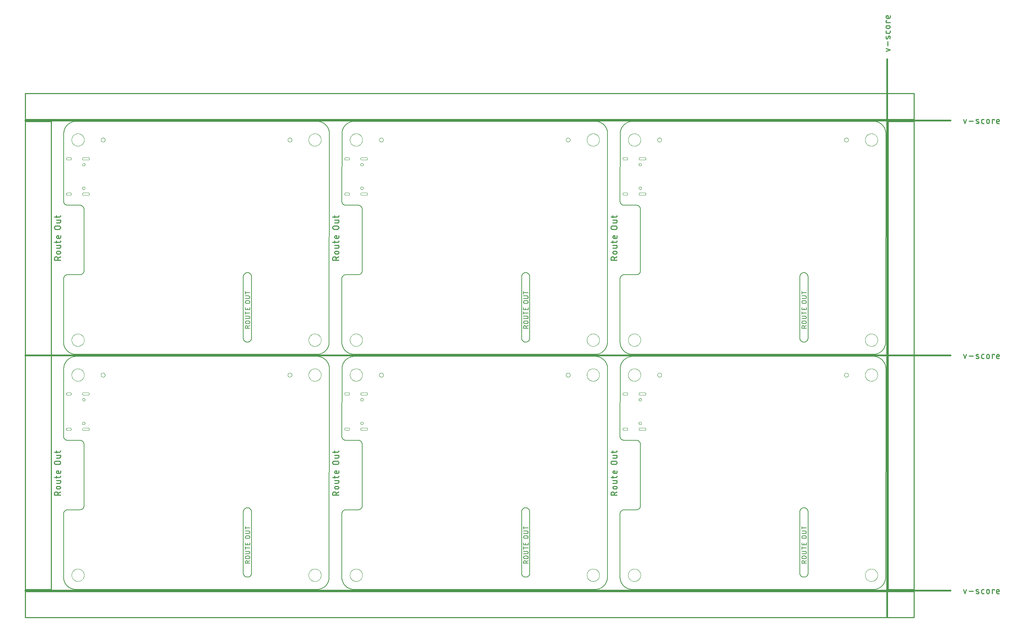
<source format=gko>
G04 EAGLE Gerber RS-274X export*
G75*
%MOMM*%
%FSLAX34Y34*%
%LPD*%
%IN*%
%IPPOS*%
%AMOC8*
5,1,8,0,0,1.08239X$1,22.5*%
G01*
%ADD10C,0.152400*%
%ADD11C,0.203200*%
%ADD12C,0.279400*%
%ADD13C,0.381000*%
%ADD14C,0.254000*%
%ADD15C,0.000000*%
%ADD16C,0.010000*%


D10*
X455930Y64084D02*
X444754Y64084D01*
X444754Y67189D01*
X444756Y67300D01*
X444762Y67410D01*
X444772Y67521D01*
X444786Y67631D01*
X444803Y67740D01*
X444825Y67849D01*
X444850Y67957D01*
X444880Y68063D01*
X444913Y68169D01*
X444950Y68274D01*
X444990Y68377D01*
X445035Y68478D01*
X445082Y68578D01*
X445134Y68677D01*
X445189Y68773D01*
X445247Y68867D01*
X445308Y68959D01*
X445373Y69049D01*
X445441Y69137D01*
X445512Y69222D01*
X445586Y69304D01*
X445663Y69384D01*
X445743Y69461D01*
X445825Y69535D01*
X445910Y69606D01*
X445998Y69674D01*
X446088Y69739D01*
X446180Y69800D01*
X446274Y69858D01*
X446370Y69913D01*
X446469Y69965D01*
X446569Y70012D01*
X446670Y70057D01*
X446773Y70097D01*
X446878Y70134D01*
X446984Y70167D01*
X447090Y70197D01*
X447198Y70222D01*
X447307Y70244D01*
X447416Y70261D01*
X447526Y70275D01*
X447637Y70285D01*
X447747Y70291D01*
X447858Y70293D01*
X447969Y70291D01*
X448079Y70285D01*
X448190Y70275D01*
X448300Y70261D01*
X448409Y70244D01*
X448518Y70222D01*
X448626Y70197D01*
X448732Y70167D01*
X448838Y70134D01*
X448943Y70097D01*
X449046Y70057D01*
X449147Y70012D01*
X449247Y69965D01*
X449346Y69913D01*
X449442Y69858D01*
X449536Y69800D01*
X449628Y69739D01*
X449718Y69674D01*
X449806Y69606D01*
X449891Y69535D01*
X449973Y69461D01*
X450053Y69384D01*
X450130Y69304D01*
X450204Y69222D01*
X450275Y69137D01*
X450343Y69049D01*
X450408Y68959D01*
X450469Y68867D01*
X450527Y68773D01*
X450582Y68677D01*
X450634Y68578D01*
X450681Y68478D01*
X450726Y68377D01*
X450766Y68274D01*
X450803Y68169D01*
X450836Y68063D01*
X450866Y67957D01*
X450891Y67849D01*
X450913Y67740D01*
X450930Y67631D01*
X450944Y67521D01*
X450954Y67410D01*
X450960Y67300D01*
X450962Y67189D01*
X450963Y67189D02*
X450963Y64084D01*
X450963Y67810D02*
X455930Y70293D01*
X452826Y75422D02*
X447858Y75422D01*
X447858Y75423D02*
X447747Y75425D01*
X447637Y75431D01*
X447526Y75441D01*
X447416Y75455D01*
X447307Y75472D01*
X447198Y75494D01*
X447090Y75519D01*
X446984Y75549D01*
X446878Y75582D01*
X446773Y75619D01*
X446670Y75659D01*
X446569Y75704D01*
X446469Y75751D01*
X446370Y75803D01*
X446274Y75858D01*
X446180Y75916D01*
X446088Y75977D01*
X445998Y76042D01*
X445910Y76110D01*
X445825Y76181D01*
X445743Y76255D01*
X445663Y76332D01*
X445586Y76412D01*
X445512Y76494D01*
X445441Y76579D01*
X445373Y76667D01*
X445308Y76757D01*
X445247Y76849D01*
X445189Y76943D01*
X445134Y77039D01*
X445082Y77138D01*
X445035Y77238D01*
X444990Y77339D01*
X444950Y77442D01*
X444913Y77547D01*
X444880Y77653D01*
X444850Y77759D01*
X444825Y77867D01*
X444803Y77976D01*
X444786Y78085D01*
X444772Y78195D01*
X444762Y78306D01*
X444756Y78416D01*
X444754Y78527D01*
X444756Y78638D01*
X444762Y78748D01*
X444772Y78859D01*
X444786Y78969D01*
X444803Y79078D01*
X444825Y79187D01*
X444850Y79295D01*
X444880Y79401D01*
X444913Y79507D01*
X444950Y79612D01*
X444990Y79715D01*
X445035Y79816D01*
X445082Y79916D01*
X445134Y80015D01*
X445189Y80111D01*
X445247Y80205D01*
X445308Y80297D01*
X445373Y80387D01*
X445441Y80475D01*
X445512Y80560D01*
X445586Y80642D01*
X445663Y80722D01*
X445743Y80799D01*
X445825Y80873D01*
X445910Y80944D01*
X445998Y81012D01*
X446088Y81077D01*
X446180Y81138D01*
X446274Y81196D01*
X446370Y81251D01*
X446469Y81303D01*
X446569Y81350D01*
X446670Y81395D01*
X446773Y81435D01*
X446878Y81472D01*
X446984Y81505D01*
X447090Y81535D01*
X447198Y81560D01*
X447307Y81582D01*
X447416Y81599D01*
X447526Y81613D01*
X447637Y81623D01*
X447747Y81629D01*
X447858Y81631D01*
X452826Y81631D01*
X452937Y81629D01*
X453047Y81623D01*
X453158Y81613D01*
X453268Y81599D01*
X453377Y81582D01*
X453486Y81560D01*
X453594Y81535D01*
X453700Y81505D01*
X453806Y81472D01*
X453911Y81435D01*
X454014Y81395D01*
X454115Y81350D01*
X454215Y81303D01*
X454314Y81251D01*
X454410Y81196D01*
X454504Y81138D01*
X454596Y81077D01*
X454686Y81012D01*
X454774Y80944D01*
X454859Y80873D01*
X454941Y80799D01*
X455021Y80722D01*
X455098Y80642D01*
X455172Y80560D01*
X455243Y80475D01*
X455311Y80387D01*
X455376Y80297D01*
X455437Y80205D01*
X455495Y80111D01*
X455550Y80015D01*
X455602Y79916D01*
X455649Y79816D01*
X455694Y79715D01*
X455734Y79612D01*
X455771Y79507D01*
X455804Y79401D01*
X455834Y79295D01*
X455859Y79187D01*
X455881Y79078D01*
X455898Y78969D01*
X455912Y78859D01*
X455922Y78748D01*
X455928Y78638D01*
X455930Y78527D01*
X455928Y78416D01*
X455922Y78306D01*
X455912Y78195D01*
X455898Y78085D01*
X455881Y77976D01*
X455859Y77867D01*
X455834Y77759D01*
X455804Y77653D01*
X455771Y77547D01*
X455734Y77442D01*
X455694Y77339D01*
X455649Y77238D01*
X455602Y77138D01*
X455550Y77039D01*
X455495Y76943D01*
X455437Y76849D01*
X455376Y76757D01*
X455311Y76667D01*
X455243Y76579D01*
X455172Y76494D01*
X455098Y76412D01*
X455021Y76332D01*
X454941Y76255D01*
X454859Y76181D01*
X454774Y76110D01*
X454686Y76042D01*
X454596Y75977D01*
X454504Y75916D01*
X454410Y75858D01*
X454314Y75803D01*
X454215Y75751D01*
X454115Y75704D01*
X454014Y75659D01*
X453911Y75619D01*
X453806Y75582D01*
X453700Y75549D01*
X453594Y75519D01*
X453486Y75494D01*
X453377Y75472D01*
X453268Y75455D01*
X453158Y75441D01*
X453047Y75431D01*
X452937Y75425D01*
X452826Y75423D01*
X452826Y87233D02*
X444754Y87233D01*
X452826Y87234D02*
X452937Y87236D01*
X453047Y87242D01*
X453158Y87252D01*
X453268Y87266D01*
X453377Y87283D01*
X453486Y87305D01*
X453594Y87330D01*
X453700Y87360D01*
X453806Y87393D01*
X453911Y87430D01*
X454014Y87470D01*
X454115Y87515D01*
X454215Y87562D01*
X454314Y87614D01*
X454410Y87669D01*
X454504Y87727D01*
X454596Y87788D01*
X454686Y87853D01*
X454774Y87921D01*
X454859Y87992D01*
X454941Y88066D01*
X455021Y88143D01*
X455098Y88223D01*
X455172Y88305D01*
X455243Y88390D01*
X455311Y88478D01*
X455376Y88568D01*
X455437Y88660D01*
X455495Y88754D01*
X455550Y88850D01*
X455602Y88949D01*
X455649Y89049D01*
X455694Y89150D01*
X455734Y89253D01*
X455771Y89358D01*
X455804Y89464D01*
X455834Y89570D01*
X455859Y89678D01*
X455881Y89787D01*
X455898Y89896D01*
X455912Y90006D01*
X455922Y90117D01*
X455928Y90227D01*
X455930Y90338D01*
X455928Y90449D01*
X455922Y90559D01*
X455912Y90670D01*
X455898Y90780D01*
X455881Y90889D01*
X455859Y90998D01*
X455834Y91106D01*
X455804Y91212D01*
X455771Y91318D01*
X455734Y91423D01*
X455694Y91526D01*
X455649Y91627D01*
X455602Y91727D01*
X455550Y91826D01*
X455495Y91922D01*
X455437Y92016D01*
X455376Y92108D01*
X455311Y92198D01*
X455243Y92286D01*
X455172Y92371D01*
X455098Y92453D01*
X455021Y92533D01*
X454941Y92610D01*
X454859Y92684D01*
X454774Y92755D01*
X454686Y92823D01*
X454596Y92888D01*
X454504Y92949D01*
X454410Y93007D01*
X454314Y93062D01*
X454215Y93114D01*
X454115Y93161D01*
X454014Y93206D01*
X453911Y93246D01*
X453806Y93283D01*
X453700Y93316D01*
X453594Y93346D01*
X453486Y93371D01*
X453377Y93393D01*
X453268Y93410D01*
X453158Y93424D01*
X453047Y93434D01*
X452937Y93440D01*
X452826Y93442D01*
X444754Y93442D01*
X444754Y101387D02*
X455930Y101387D01*
X444754Y98282D02*
X444754Y104491D01*
X455930Y109359D02*
X455930Y114326D01*
X455930Y109359D02*
X444754Y109359D01*
X444754Y114326D01*
X449721Y113085D02*
X449721Y109359D01*
X447858Y124952D02*
X452826Y124952D01*
X447858Y124953D02*
X447747Y124955D01*
X447637Y124961D01*
X447526Y124971D01*
X447416Y124985D01*
X447307Y125002D01*
X447198Y125024D01*
X447090Y125049D01*
X446984Y125079D01*
X446878Y125112D01*
X446773Y125149D01*
X446670Y125189D01*
X446569Y125234D01*
X446469Y125281D01*
X446370Y125333D01*
X446274Y125388D01*
X446180Y125446D01*
X446088Y125507D01*
X445998Y125572D01*
X445910Y125640D01*
X445825Y125711D01*
X445743Y125785D01*
X445663Y125862D01*
X445586Y125942D01*
X445512Y126024D01*
X445441Y126109D01*
X445373Y126197D01*
X445308Y126287D01*
X445247Y126379D01*
X445189Y126473D01*
X445134Y126569D01*
X445082Y126668D01*
X445035Y126768D01*
X444990Y126869D01*
X444950Y126972D01*
X444913Y127077D01*
X444880Y127183D01*
X444850Y127289D01*
X444825Y127397D01*
X444803Y127506D01*
X444786Y127615D01*
X444772Y127725D01*
X444762Y127836D01*
X444756Y127946D01*
X444754Y128057D01*
X444756Y128168D01*
X444762Y128278D01*
X444772Y128389D01*
X444786Y128499D01*
X444803Y128608D01*
X444825Y128717D01*
X444850Y128825D01*
X444880Y128931D01*
X444913Y129037D01*
X444950Y129142D01*
X444990Y129245D01*
X445035Y129346D01*
X445082Y129446D01*
X445134Y129545D01*
X445189Y129641D01*
X445247Y129735D01*
X445308Y129827D01*
X445373Y129917D01*
X445441Y130005D01*
X445512Y130090D01*
X445586Y130172D01*
X445663Y130252D01*
X445743Y130329D01*
X445825Y130403D01*
X445910Y130474D01*
X445998Y130542D01*
X446088Y130607D01*
X446180Y130668D01*
X446274Y130726D01*
X446370Y130781D01*
X446469Y130833D01*
X446569Y130880D01*
X446670Y130925D01*
X446773Y130965D01*
X446878Y131002D01*
X446984Y131035D01*
X447090Y131065D01*
X447198Y131090D01*
X447307Y131112D01*
X447416Y131129D01*
X447526Y131143D01*
X447637Y131153D01*
X447747Y131159D01*
X447858Y131161D01*
X452826Y131161D01*
X452937Y131159D01*
X453047Y131153D01*
X453158Y131143D01*
X453268Y131129D01*
X453377Y131112D01*
X453486Y131090D01*
X453594Y131065D01*
X453700Y131035D01*
X453806Y131002D01*
X453911Y130965D01*
X454014Y130925D01*
X454115Y130880D01*
X454215Y130833D01*
X454314Y130781D01*
X454410Y130726D01*
X454504Y130668D01*
X454596Y130607D01*
X454686Y130542D01*
X454774Y130474D01*
X454859Y130403D01*
X454941Y130329D01*
X455021Y130252D01*
X455098Y130172D01*
X455172Y130090D01*
X455243Y130005D01*
X455311Y129917D01*
X455376Y129827D01*
X455437Y129735D01*
X455495Y129641D01*
X455550Y129545D01*
X455602Y129446D01*
X455649Y129346D01*
X455694Y129245D01*
X455734Y129142D01*
X455771Y129037D01*
X455804Y128931D01*
X455834Y128825D01*
X455859Y128717D01*
X455881Y128608D01*
X455898Y128499D01*
X455912Y128389D01*
X455922Y128278D01*
X455928Y128168D01*
X455930Y128057D01*
X455928Y127946D01*
X455922Y127836D01*
X455912Y127725D01*
X455898Y127615D01*
X455881Y127506D01*
X455859Y127397D01*
X455834Y127289D01*
X455804Y127183D01*
X455771Y127077D01*
X455734Y126972D01*
X455694Y126869D01*
X455649Y126768D01*
X455602Y126668D01*
X455550Y126569D01*
X455495Y126473D01*
X455437Y126379D01*
X455376Y126287D01*
X455311Y126197D01*
X455243Y126109D01*
X455172Y126024D01*
X455098Y125942D01*
X455021Y125862D01*
X454941Y125785D01*
X454859Y125711D01*
X454774Y125640D01*
X454686Y125572D01*
X454596Y125507D01*
X454504Y125446D01*
X454410Y125388D01*
X454314Y125333D01*
X454215Y125281D01*
X454115Y125234D01*
X454014Y125189D01*
X453911Y125149D01*
X453806Y125112D01*
X453700Y125079D01*
X453594Y125049D01*
X453486Y125024D01*
X453377Y125002D01*
X453268Y124985D01*
X453158Y124971D01*
X453047Y124961D01*
X452937Y124955D01*
X452826Y124953D01*
X452826Y136763D02*
X444754Y136763D01*
X452826Y136764D02*
X452937Y136766D01*
X453047Y136772D01*
X453158Y136782D01*
X453268Y136796D01*
X453377Y136813D01*
X453486Y136835D01*
X453594Y136860D01*
X453700Y136890D01*
X453806Y136923D01*
X453911Y136960D01*
X454014Y137000D01*
X454115Y137045D01*
X454215Y137092D01*
X454314Y137144D01*
X454410Y137199D01*
X454504Y137257D01*
X454596Y137318D01*
X454686Y137383D01*
X454774Y137451D01*
X454859Y137522D01*
X454941Y137596D01*
X455021Y137673D01*
X455098Y137753D01*
X455172Y137835D01*
X455243Y137920D01*
X455311Y138008D01*
X455376Y138098D01*
X455437Y138190D01*
X455495Y138284D01*
X455550Y138380D01*
X455602Y138479D01*
X455649Y138579D01*
X455694Y138680D01*
X455734Y138783D01*
X455771Y138888D01*
X455804Y138994D01*
X455834Y139100D01*
X455859Y139208D01*
X455881Y139317D01*
X455898Y139426D01*
X455912Y139536D01*
X455922Y139647D01*
X455928Y139757D01*
X455930Y139868D01*
X455928Y139979D01*
X455922Y140089D01*
X455912Y140200D01*
X455898Y140310D01*
X455881Y140419D01*
X455859Y140528D01*
X455834Y140636D01*
X455804Y140742D01*
X455771Y140848D01*
X455734Y140953D01*
X455694Y141056D01*
X455649Y141157D01*
X455602Y141257D01*
X455550Y141356D01*
X455495Y141452D01*
X455437Y141546D01*
X455376Y141638D01*
X455311Y141728D01*
X455243Y141816D01*
X455172Y141901D01*
X455098Y141983D01*
X455021Y142063D01*
X454941Y142140D01*
X454859Y142214D01*
X454774Y142285D01*
X454686Y142353D01*
X454596Y142418D01*
X454504Y142479D01*
X454410Y142537D01*
X454314Y142592D01*
X454215Y142644D01*
X454115Y142691D01*
X454014Y142736D01*
X453911Y142776D01*
X453806Y142813D01*
X453700Y142846D01*
X453594Y142876D01*
X453486Y142901D01*
X453377Y142923D01*
X453268Y142940D01*
X453158Y142954D01*
X453047Y142964D01*
X452937Y142970D01*
X452826Y142972D01*
X444754Y142972D01*
X444754Y150917D02*
X455930Y150917D01*
X444754Y147812D02*
X444754Y154021D01*
D11*
X620000Y0D02*
X30000Y0D01*
X620000Y0D02*
X620725Y9D01*
X621449Y35D01*
X622173Y79D01*
X622895Y140D01*
X623616Y219D01*
X624335Y315D01*
X625051Y428D01*
X625764Y559D01*
X626474Y707D01*
X627179Y872D01*
X627881Y1054D01*
X628578Y1253D01*
X629271Y1468D01*
X629957Y1701D01*
X630638Y1950D01*
X631313Y2215D01*
X631981Y2496D01*
X632642Y2794D01*
X633296Y3107D01*
X633942Y3436D01*
X634580Y3781D01*
X635209Y4141D01*
X635829Y4516D01*
X636440Y4906D01*
X637042Y5310D01*
X637634Y5729D01*
X638215Y6163D01*
X638786Y6610D01*
X639345Y7071D01*
X639894Y7545D01*
X640430Y8032D01*
X640955Y8532D01*
X641468Y9045D01*
X641968Y9570D01*
X642455Y10106D01*
X642929Y10655D01*
X643390Y11214D01*
X643837Y11785D01*
X644271Y12366D01*
X644690Y12958D01*
X645094Y13560D01*
X645484Y14171D01*
X645859Y14791D01*
X646219Y15420D01*
X646564Y16058D01*
X646893Y16704D01*
X647206Y17358D01*
X647504Y18019D01*
X647785Y18687D01*
X648050Y19362D01*
X648299Y20043D01*
X648532Y20729D01*
X648747Y21422D01*
X648946Y22119D01*
X649128Y22821D01*
X649293Y23526D01*
X649441Y24236D01*
X649572Y24949D01*
X649685Y25665D01*
X649781Y26384D01*
X649860Y27105D01*
X649921Y27827D01*
X649965Y28551D01*
X649991Y29275D01*
X650000Y30000D01*
X650508Y540334D01*
X650499Y541059D01*
X650473Y541783D01*
X650429Y542507D01*
X650368Y543229D01*
X650289Y543950D01*
X650193Y544669D01*
X650080Y545385D01*
X649949Y546098D01*
X649801Y546808D01*
X649636Y547513D01*
X649454Y548215D01*
X649255Y548912D01*
X649040Y549605D01*
X648807Y550291D01*
X648558Y550972D01*
X648293Y551647D01*
X648012Y552315D01*
X647714Y552976D01*
X647401Y553630D01*
X647072Y554276D01*
X646727Y554914D01*
X646367Y555543D01*
X645992Y556163D01*
X645602Y556774D01*
X645198Y557376D01*
X644779Y557968D01*
X644345Y558549D01*
X643898Y559120D01*
X643437Y559679D01*
X642963Y560228D01*
X642476Y560764D01*
X641976Y561289D01*
X641463Y561802D01*
X640938Y562302D01*
X640402Y562789D01*
X639853Y563263D01*
X639294Y563724D01*
X638723Y564171D01*
X638142Y564605D01*
X637550Y565024D01*
X636948Y565428D01*
X636337Y565818D01*
X635717Y566193D01*
X635088Y566553D01*
X634450Y566898D01*
X633804Y567227D01*
X633150Y567540D01*
X632489Y567838D01*
X631821Y568119D01*
X631146Y568384D01*
X630465Y568633D01*
X629779Y568866D01*
X629086Y569081D01*
X628389Y569280D01*
X627687Y569462D01*
X626982Y569627D01*
X626272Y569775D01*
X625559Y569906D01*
X624843Y570019D01*
X624124Y570115D01*
X623403Y570194D01*
X622681Y570255D01*
X621957Y570299D01*
X621233Y570325D01*
X620508Y570334D01*
X30508Y570334D01*
X29783Y570325D01*
X29059Y570299D01*
X28335Y570255D01*
X27613Y570194D01*
X26892Y570115D01*
X26173Y570019D01*
X25457Y569906D01*
X24744Y569775D01*
X24034Y569627D01*
X23329Y569462D01*
X22627Y569280D01*
X21930Y569081D01*
X21237Y568866D01*
X20551Y568633D01*
X19870Y568384D01*
X19195Y568119D01*
X18527Y567838D01*
X17866Y567540D01*
X17212Y567227D01*
X16566Y566898D01*
X15928Y566553D01*
X15299Y566193D01*
X14679Y565818D01*
X14068Y565428D01*
X13466Y565024D01*
X12874Y564605D01*
X12293Y564171D01*
X11722Y563724D01*
X11163Y563263D01*
X10614Y562789D01*
X10078Y562302D01*
X9553Y561802D01*
X9040Y561289D01*
X8540Y560764D01*
X8053Y560228D01*
X7579Y559679D01*
X7118Y559120D01*
X6671Y558549D01*
X6237Y557968D01*
X5818Y557376D01*
X5414Y556774D01*
X5024Y556163D01*
X4649Y555543D01*
X4289Y554914D01*
X3944Y554276D01*
X3615Y553630D01*
X3302Y552976D01*
X3004Y552315D01*
X2723Y551647D01*
X2458Y550972D01*
X2209Y550291D01*
X1976Y549605D01*
X1761Y548912D01*
X1562Y548215D01*
X1380Y547513D01*
X1215Y546808D01*
X1067Y546098D01*
X936Y545385D01*
X823Y544669D01*
X727Y543950D01*
X648Y543229D01*
X587Y542507D01*
X543Y541783D01*
X517Y541059D01*
X508Y540334D01*
X50000Y355000D02*
X50000Y205000D01*
X50000Y355000D02*
X49997Y355242D01*
X49988Y355483D01*
X49974Y355724D01*
X49953Y355965D01*
X49927Y356205D01*
X49895Y356445D01*
X49857Y356684D01*
X49814Y356921D01*
X49764Y357158D01*
X49709Y357393D01*
X49649Y357627D01*
X49582Y357859D01*
X49511Y358090D01*
X49433Y358319D01*
X49350Y358546D01*
X49262Y358771D01*
X49168Y358994D01*
X49069Y359214D01*
X48964Y359432D01*
X48855Y359647D01*
X48740Y359860D01*
X48620Y360070D01*
X48495Y360276D01*
X48365Y360480D01*
X48230Y360681D01*
X48090Y360878D01*
X47946Y361072D01*
X47797Y361262D01*
X47643Y361448D01*
X47485Y361631D01*
X47323Y361810D01*
X47156Y361985D01*
X46985Y362156D01*
X46810Y362323D01*
X46631Y362485D01*
X46448Y362643D01*
X46262Y362797D01*
X46072Y362946D01*
X45878Y363090D01*
X45681Y363230D01*
X45480Y363365D01*
X45276Y363495D01*
X45070Y363620D01*
X44860Y363740D01*
X44647Y363855D01*
X44432Y363964D01*
X44214Y364069D01*
X43994Y364168D01*
X43771Y364262D01*
X43546Y364350D01*
X43319Y364433D01*
X43090Y364511D01*
X42859Y364582D01*
X42627Y364649D01*
X42393Y364709D01*
X42158Y364764D01*
X41921Y364814D01*
X41684Y364857D01*
X41445Y364895D01*
X41205Y364927D01*
X40965Y364953D01*
X40724Y364974D01*
X40483Y364988D01*
X40242Y364997D01*
X40000Y365000D01*
X10000Y365000D01*
X9758Y365003D01*
X9517Y365012D01*
X9276Y365026D01*
X9035Y365047D01*
X8795Y365073D01*
X8555Y365105D01*
X8316Y365143D01*
X8079Y365186D01*
X7842Y365236D01*
X7607Y365291D01*
X7373Y365351D01*
X7141Y365418D01*
X6910Y365489D01*
X6681Y365567D01*
X6454Y365650D01*
X6229Y365738D01*
X6006Y365832D01*
X5786Y365931D01*
X5568Y366036D01*
X5353Y366145D01*
X5140Y366260D01*
X4930Y366380D01*
X4724Y366505D01*
X4520Y366635D01*
X4319Y366770D01*
X4122Y366910D01*
X3928Y367054D01*
X3738Y367203D01*
X3552Y367357D01*
X3369Y367515D01*
X3190Y367677D01*
X3015Y367844D01*
X2844Y368015D01*
X2677Y368190D01*
X2515Y368369D01*
X2357Y368552D01*
X2203Y368738D01*
X2054Y368928D01*
X1910Y369122D01*
X1770Y369319D01*
X1635Y369520D01*
X1505Y369724D01*
X1380Y369930D01*
X1260Y370140D01*
X1145Y370353D01*
X1036Y370568D01*
X931Y370786D01*
X832Y371006D01*
X738Y371229D01*
X650Y371454D01*
X567Y371681D01*
X489Y371910D01*
X418Y372141D01*
X351Y372373D01*
X291Y372607D01*
X236Y372842D01*
X186Y373079D01*
X143Y373316D01*
X105Y373555D01*
X73Y373795D01*
X47Y374035D01*
X26Y374276D01*
X12Y374517D01*
X3Y374758D01*
X0Y375000D01*
X508Y540334D01*
X0Y185000D02*
X0Y30000D01*
X0Y185000D02*
X3Y185242D01*
X12Y185483D01*
X26Y185724D01*
X47Y185965D01*
X73Y186205D01*
X105Y186445D01*
X143Y186684D01*
X186Y186921D01*
X236Y187158D01*
X291Y187393D01*
X351Y187627D01*
X418Y187859D01*
X489Y188090D01*
X567Y188319D01*
X650Y188546D01*
X738Y188771D01*
X832Y188994D01*
X931Y189214D01*
X1036Y189432D01*
X1145Y189647D01*
X1260Y189860D01*
X1380Y190070D01*
X1505Y190276D01*
X1635Y190480D01*
X1770Y190681D01*
X1910Y190878D01*
X2054Y191072D01*
X2203Y191262D01*
X2357Y191448D01*
X2515Y191631D01*
X2677Y191810D01*
X2844Y191985D01*
X3015Y192156D01*
X3190Y192323D01*
X3369Y192485D01*
X3552Y192643D01*
X3738Y192797D01*
X3928Y192946D01*
X4122Y193090D01*
X4319Y193230D01*
X4520Y193365D01*
X4724Y193495D01*
X4930Y193620D01*
X5140Y193740D01*
X5353Y193855D01*
X5568Y193964D01*
X5786Y194069D01*
X6006Y194168D01*
X6229Y194262D01*
X6454Y194350D01*
X6681Y194433D01*
X6910Y194511D01*
X7141Y194582D01*
X7373Y194649D01*
X7607Y194709D01*
X7842Y194764D01*
X8079Y194814D01*
X8316Y194857D01*
X8555Y194895D01*
X8795Y194927D01*
X9035Y194953D01*
X9276Y194974D01*
X9517Y194988D01*
X9758Y194997D01*
X10000Y195000D01*
X40000Y195000D01*
X40242Y195003D01*
X40483Y195012D01*
X40724Y195026D01*
X40965Y195047D01*
X41205Y195073D01*
X41445Y195105D01*
X41684Y195143D01*
X41921Y195186D01*
X42158Y195236D01*
X42393Y195291D01*
X42627Y195351D01*
X42859Y195418D01*
X43090Y195489D01*
X43319Y195567D01*
X43546Y195650D01*
X43771Y195738D01*
X43994Y195832D01*
X44214Y195931D01*
X44432Y196036D01*
X44647Y196145D01*
X44860Y196260D01*
X45070Y196380D01*
X45276Y196505D01*
X45480Y196635D01*
X45681Y196770D01*
X45878Y196910D01*
X46072Y197054D01*
X46262Y197203D01*
X46448Y197357D01*
X46631Y197515D01*
X46810Y197677D01*
X46985Y197844D01*
X47156Y198015D01*
X47323Y198190D01*
X47485Y198369D01*
X47643Y198552D01*
X47797Y198738D01*
X47946Y198928D01*
X48090Y199122D01*
X48230Y199319D01*
X48365Y199520D01*
X48495Y199724D01*
X48620Y199930D01*
X48740Y200140D01*
X48855Y200353D01*
X48964Y200568D01*
X49069Y200786D01*
X49168Y201006D01*
X49262Y201229D01*
X49350Y201454D01*
X49433Y201681D01*
X49511Y201910D01*
X49582Y202141D01*
X49649Y202373D01*
X49709Y202607D01*
X49764Y202842D01*
X49814Y203079D01*
X49857Y203316D01*
X49895Y203555D01*
X49927Y203795D01*
X49953Y204035D01*
X49974Y204276D01*
X49988Y204517D01*
X49997Y204758D01*
X50000Y205000D01*
X0Y30000D02*
X9Y29275D01*
X35Y28551D01*
X79Y27827D01*
X140Y27105D01*
X219Y26384D01*
X315Y25665D01*
X428Y24949D01*
X559Y24236D01*
X707Y23526D01*
X872Y22821D01*
X1054Y22119D01*
X1253Y21422D01*
X1468Y20729D01*
X1701Y20043D01*
X1950Y19362D01*
X2215Y18687D01*
X2496Y18019D01*
X2794Y17358D01*
X3107Y16704D01*
X3436Y16058D01*
X3781Y15420D01*
X4141Y14791D01*
X4516Y14171D01*
X4906Y13560D01*
X5310Y12958D01*
X5729Y12366D01*
X6163Y11785D01*
X6610Y11214D01*
X7071Y10655D01*
X7545Y10106D01*
X8032Y9570D01*
X8532Y9045D01*
X9045Y8532D01*
X9570Y8032D01*
X10106Y7545D01*
X10655Y7071D01*
X11214Y6610D01*
X11785Y6163D01*
X12366Y5729D01*
X12958Y5310D01*
X13560Y4906D01*
X14171Y4516D01*
X14791Y4141D01*
X15420Y3781D01*
X16058Y3436D01*
X16704Y3107D01*
X17358Y2794D01*
X18019Y2496D01*
X18687Y2215D01*
X19362Y1950D01*
X20043Y1701D01*
X20729Y1468D01*
X21422Y1253D01*
X22119Y1054D01*
X22821Y872D01*
X23526Y707D01*
X24236Y559D01*
X24949Y428D01*
X25665Y315D01*
X26384Y219D01*
X27105Y140D01*
X27827Y79D01*
X28551Y35D01*
X29275Y9D01*
X30000Y0D01*
X450000Y30000D02*
X450242Y30003D01*
X450483Y30012D01*
X450724Y30026D01*
X450965Y30047D01*
X451205Y30073D01*
X451445Y30105D01*
X451684Y30143D01*
X451921Y30186D01*
X452158Y30236D01*
X452393Y30291D01*
X452627Y30351D01*
X452859Y30418D01*
X453090Y30489D01*
X453319Y30567D01*
X453546Y30650D01*
X453771Y30738D01*
X453994Y30832D01*
X454214Y30931D01*
X454432Y31036D01*
X454647Y31145D01*
X454860Y31260D01*
X455070Y31380D01*
X455276Y31505D01*
X455480Y31635D01*
X455681Y31770D01*
X455878Y31910D01*
X456072Y32054D01*
X456262Y32203D01*
X456448Y32357D01*
X456631Y32515D01*
X456810Y32677D01*
X456985Y32844D01*
X457156Y33015D01*
X457323Y33190D01*
X457485Y33369D01*
X457643Y33552D01*
X457797Y33738D01*
X457946Y33928D01*
X458090Y34122D01*
X458230Y34319D01*
X458365Y34520D01*
X458495Y34724D01*
X458620Y34930D01*
X458740Y35140D01*
X458855Y35353D01*
X458964Y35568D01*
X459069Y35786D01*
X459168Y36006D01*
X459262Y36229D01*
X459350Y36454D01*
X459433Y36681D01*
X459511Y36910D01*
X459582Y37141D01*
X459649Y37373D01*
X459709Y37607D01*
X459764Y37842D01*
X459814Y38079D01*
X459857Y38316D01*
X459895Y38555D01*
X459927Y38795D01*
X459953Y39035D01*
X459974Y39276D01*
X459988Y39517D01*
X459997Y39758D01*
X460000Y40000D01*
X460000Y190000D01*
X459997Y190242D01*
X459988Y190483D01*
X459974Y190724D01*
X459953Y190965D01*
X459927Y191205D01*
X459895Y191445D01*
X459857Y191684D01*
X459814Y191921D01*
X459764Y192158D01*
X459709Y192393D01*
X459649Y192627D01*
X459582Y192859D01*
X459511Y193090D01*
X459433Y193319D01*
X459350Y193546D01*
X459262Y193771D01*
X459168Y193994D01*
X459069Y194214D01*
X458964Y194432D01*
X458855Y194647D01*
X458740Y194860D01*
X458620Y195070D01*
X458495Y195276D01*
X458365Y195480D01*
X458230Y195681D01*
X458090Y195878D01*
X457946Y196072D01*
X457797Y196262D01*
X457643Y196448D01*
X457485Y196631D01*
X457323Y196810D01*
X457156Y196985D01*
X456985Y197156D01*
X456810Y197323D01*
X456631Y197485D01*
X456448Y197643D01*
X456262Y197797D01*
X456072Y197946D01*
X455878Y198090D01*
X455681Y198230D01*
X455480Y198365D01*
X455276Y198495D01*
X455070Y198620D01*
X454860Y198740D01*
X454647Y198855D01*
X454432Y198964D01*
X454214Y199069D01*
X453994Y199168D01*
X453771Y199262D01*
X453546Y199350D01*
X453319Y199433D01*
X453090Y199511D01*
X452859Y199582D01*
X452627Y199649D01*
X452393Y199709D01*
X452158Y199764D01*
X451921Y199814D01*
X451684Y199857D01*
X451445Y199895D01*
X451205Y199927D01*
X450965Y199953D01*
X450724Y199974D01*
X450483Y199988D01*
X450242Y199997D01*
X450000Y200000D01*
X449758Y199997D01*
X449517Y199988D01*
X449276Y199974D01*
X449035Y199953D01*
X448795Y199927D01*
X448555Y199895D01*
X448316Y199857D01*
X448079Y199814D01*
X447842Y199764D01*
X447607Y199709D01*
X447373Y199649D01*
X447141Y199582D01*
X446910Y199511D01*
X446681Y199433D01*
X446454Y199350D01*
X446229Y199262D01*
X446006Y199168D01*
X445786Y199069D01*
X445568Y198964D01*
X445353Y198855D01*
X445140Y198740D01*
X444930Y198620D01*
X444724Y198495D01*
X444520Y198365D01*
X444319Y198230D01*
X444122Y198090D01*
X443928Y197946D01*
X443738Y197797D01*
X443552Y197643D01*
X443369Y197485D01*
X443190Y197323D01*
X443015Y197156D01*
X442844Y196985D01*
X442677Y196810D01*
X442515Y196631D01*
X442357Y196448D01*
X442203Y196262D01*
X442054Y196072D01*
X441910Y195878D01*
X441770Y195681D01*
X441635Y195480D01*
X441505Y195276D01*
X441380Y195070D01*
X441260Y194860D01*
X441145Y194647D01*
X441036Y194432D01*
X440931Y194214D01*
X440832Y193994D01*
X440738Y193771D01*
X440650Y193546D01*
X440567Y193319D01*
X440489Y193090D01*
X440418Y192859D01*
X440351Y192627D01*
X440291Y192393D01*
X440236Y192158D01*
X440186Y191921D01*
X440143Y191684D01*
X440105Y191445D01*
X440073Y191205D01*
X440047Y190965D01*
X440026Y190724D01*
X440012Y190483D01*
X440003Y190242D01*
X440000Y190000D01*
X440000Y40000D01*
X440003Y39758D01*
X440012Y39517D01*
X440026Y39276D01*
X440047Y39035D01*
X440073Y38795D01*
X440105Y38555D01*
X440143Y38316D01*
X440186Y38079D01*
X440236Y37842D01*
X440291Y37607D01*
X440351Y37373D01*
X440418Y37141D01*
X440489Y36910D01*
X440567Y36681D01*
X440650Y36454D01*
X440738Y36229D01*
X440832Y36006D01*
X440931Y35786D01*
X441036Y35568D01*
X441145Y35353D01*
X441260Y35140D01*
X441380Y34930D01*
X441505Y34724D01*
X441635Y34520D01*
X441770Y34319D01*
X441910Y34122D01*
X442054Y33928D01*
X442203Y33738D01*
X442357Y33552D01*
X442515Y33369D01*
X442677Y33190D01*
X442844Y33015D01*
X443015Y32844D01*
X443190Y32677D01*
X443369Y32515D01*
X443552Y32357D01*
X443738Y32203D01*
X443928Y32054D01*
X444122Y31910D01*
X444319Y31770D01*
X444520Y31635D01*
X444724Y31505D01*
X444930Y31380D01*
X445140Y31260D01*
X445353Y31145D01*
X445568Y31036D01*
X445786Y30931D01*
X446006Y30832D01*
X446229Y30738D01*
X446454Y30650D01*
X446681Y30567D01*
X446910Y30489D01*
X447141Y30418D01*
X447373Y30351D01*
X447607Y30291D01*
X447842Y30236D01*
X448079Y30186D01*
X448316Y30143D01*
X448555Y30105D01*
X448795Y30073D01*
X449035Y30047D01*
X449276Y30026D01*
X449517Y30012D01*
X449758Y30003D01*
X450000Y30000D01*
D12*
X-7747Y230670D02*
X-22733Y230670D01*
X-22733Y234833D01*
X-22731Y234961D01*
X-22725Y235089D01*
X-22715Y235217D01*
X-22701Y235345D01*
X-22684Y235472D01*
X-22662Y235598D01*
X-22637Y235724D01*
X-22607Y235848D01*
X-22574Y235972D01*
X-22537Y236095D01*
X-22496Y236217D01*
X-22452Y236337D01*
X-22404Y236456D01*
X-22352Y236573D01*
X-22297Y236689D01*
X-22238Y236802D01*
X-22175Y236915D01*
X-22109Y237025D01*
X-22040Y237132D01*
X-21968Y237238D01*
X-21892Y237342D01*
X-21813Y237443D01*
X-21731Y237542D01*
X-21646Y237638D01*
X-21559Y237731D01*
X-21468Y237822D01*
X-21375Y237909D01*
X-21279Y237994D01*
X-21180Y238076D01*
X-21079Y238155D01*
X-20975Y238231D01*
X-20869Y238303D01*
X-20762Y238372D01*
X-20651Y238438D01*
X-20539Y238501D01*
X-20426Y238560D01*
X-20310Y238615D01*
X-20193Y238667D01*
X-20074Y238715D01*
X-19954Y238759D01*
X-19832Y238800D01*
X-19709Y238837D01*
X-19585Y238870D01*
X-19461Y238900D01*
X-19335Y238925D01*
X-19209Y238947D01*
X-19082Y238964D01*
X-18954Y238978D01*
X-18826Y238988D01*
X-18698Y238994D01*
X-18570Y238996D01*
X-18442Y238994D01*
X-18314Y238988D01*
X-18186Y238978D01*
X-18058Y238964D01*
X-17931Y238947D01*
X-17805Y238925D01*
X-17679Y238900D01*
X-17555Y238870D01*
X-17431Y238837D01*
X-17308Y238800D01*
X-17186Y238759D01*
X-17066Y238715D01*
X-16947Y238667D01*
X-16830Y238615D01*
X-16714Y238560D01*
X-16601Y238501D01*
X-16489Y238438D01*
X-16378Y238372D01*
X-16271Y238303D01*
X-16165Y238231D01*
X-16061Y238155D01*
X-15960Y238076D01*
X-15861Y237994D01*
X-15765Y237909D01*
X-15672Y237822D01*
X-15581Y237731D01*
X-15494Y237638D01*
X-15409Y237542D01*
X-15327Y237443D01*
X-15248Y237342D01*
X-15172Y237238D01*
X-15100Y237132D01*
X-15031Y237025D01*
X-14965Y236915D01*
X-14902Y236802D01*
X-14843Y236689D01*
X-14788Y236573D01*
X-14736Y236456D01*
X-14688Y236337D01*
X-14644Y236217D01*
X-14603Y236095D01*
X-14566Y235972D01*
X-14533Y235848D01*
X-14503Y235724D01*
X-14478Y235598D01*
X-14456Y235472D01*
X-14439Y235345D01*
X-14425Y235217D01*
X-14415Y235089D01*
X-14409Y234961D01*
X-14407Y234833D01*
X-14407Y230670D01*
X-14407Y235665D02*
X-7747Y238995D01*
X-11077Y245953D02*
X-14407Y245953D01*
X-14407Y245954D02*
X-14521Y245956D01*
X-14634Y245962D01*
X-14748Y245971D01*
X-14860Y245985D01*
X-14973Y246002D01*
X-15085Y246024D01*
X-15195Y246049D01*
X-15305Y246077D01*
X-15414Y246110D01*
X-15522Y246146D01*
X-15629Y246186D01*
X-15734Y246230D01*
X-15837Y246277D01*
X-15939Y246327D01*
X-16039Y246381D01*
X-16137Y246439D01*
X-16233Y246500D01*
X-16327Y246563D01*
X-16419Y246631D01*
X-16509Y246701D01*
X-16595Y246774D01*
X-16680Y246850D01*
X-16762Y246929D01*
X-16841Y247011D01*
X-16917Y247096D01*
X-16990Y247182D01*
X-17060Y247272D01*
X-17128Y247364D01*
X-17191Y247458D01*
X-17252Y247554D01*
X-17310Y247652D01*
X-17364Y247752D01*
X-17414Y247854D01*
X-17461Y247957D01*
X-17505Y248062D01*
X-17545Y248169D01*
X-17581Y248277D01*
X-17614Y248386D01*
X-17642Y248496D01*
X-17667Y248606D01*
X-17689Y248718D01*
X-17706Y248831D01*
X-17720Y248943D01*
X-17729Y249057D01*
X-17735Y249170D01*
X-17737Y249284D01*
X-17735Y249398D01*
X-17729Y249511D01*
X-17720Y249625D01*
X-17706Y249737D01*
X-17689Y249850D01*
X-17667Y249962D01*
X-17642Y250072D01*
X-17614Y250182D01*
X-17581Y250291D01*
X-17545Y250399D01*
X-17505Y250506D01*
X-17461Y250611D01*
X-17414Y250714D01*
X-17364Y250816D01*
X-17310Y250916D01*
X-17252Y251014D01*
X-17191Y251110D01*
X-17128Y251204D01*
X-17060Y251296D01*
X-16990Y251386D01*
X-16917Y251472D01*
X-16841Y251557D01*
X-16762Y251639D01*
X-16680Y251718D01*
X-16595Y251794D01*
X-16509Y251867D01*
X-16419Y251937D01*
X-16327Y252005D01*
X-16233Y252068D01*
X-16137Y252129D01*
X-16039Y252187D01*
X-15939Y252241D01*
X-15837Y252291D01*
X-15734Y252338D01*
X-15629Y252382D01*
X-15522Y252422D01*
X-15414Y252458D01*
X-15305Y252491D01*
X-15195Y252519D01*
X-15085Y252544D01*
X-14973Y252566D01*
X-14860Y252583D01*
X-14748Y252597D01*
X-14634Y252606D01*
X-14521Y252612D01*
X-14407Y252614D01*
X-11077Y252614D01*
X-10963Y252612D01*
X-10850Y252606D01*
X-10736Y252597D01*
X-10624Y252583D01*
X-10511Y252566D01*
X-10399Y252544D01*
X-10289Y252519D01*
X-10179Y252491D01*
X-10070Y252458D01*
X-9962Y252422D01*
X-9855Y252382D01*
X-9750Y252338D01*
X-9647Y252291D01*
X-9545Y252241D01*
X-9445Y252187D01*
X-9347Y252129D01*
X-9251Y252068D01*
X-9157Y252005D01*
X-9065Y251937D01*
X-8975Y251867D01*
X-8889Y251794D01*
X-8804Y251718D01*
X-8722Y251639D01*
X-8643Y251557D01*
X-8567Y251472D01*
X-8494Y251386D01*
X-8424Y251296D01*
X-8356Y251204D01*
X-8293Y251110D01*
X-8232Y251014D01*
X-8174Y250916D01*
X-8120Y250816D01*
X-8070Y250714D01*
X-8023Y250611D01*
X-7979Y250506D01*
X-7939Y250399D01*
X-7903Y250291D01*
X-7870Y250182D01*
X-7842Y250072D01*
X-7817Y249962D01*
X-7795Y249850D01*
X-7778Y249737D01*
X-7764Y249625D01*
X-7755Y249511D01*
X-7749Y249398D01*
X-7747Y249284D01*
X-7749Y249170D01*
X-7755Y249057D01*
X-7764Y248943D01*
X-7778Y248831D01*
X-7795Y248718D01*
X-7817Y248606D01*
X-7842Y248496D01*
X-7870Y248386D01*
X-7903Y248277D01*
X-7939Y248169D01*
X-7979Y248062D01*
X-8023Y247957D01*
X-8070Y247854D01*
X-8120Y247752D01*
X-8174Y247652D01*
X-8232Y247554D01*
X-8293Y247458D01*
X-8356Y247364D01*
X-8424Y247272D01*
X-8494Y247182D01*
X-8567Y247096D01*
X-8643Y247011D01*
X-8722Y246929D01*
X-8804Y246850D01*
X-8889Y246774D01*
X-8975Y246701D01*
X-9065Y246631D01*
X-9157Y246563D01*
X-9251Y246500D01*
X-9347Y246439D01*
X-9445Y246381D01*
X-9545Y246327D01*
X-9647Y246277D01*
X-9750Y246230D01*
X-9855Y246186D01*
X-9962Y246146D01*
X-10070Y246110D01*
X-10179Y246077D01*
X-10289Y246049D01*
X-10399Y246024D01*
X-10511Y246002D01*
X-10624Y245985D01*
X-10736Y245971D01*
X-10850Y245962D01*
X-10963Y245956D01*
X-11077Y245954D01*
X-10245Y260021D02*
X-17738Y260021D01*
X-10245Y260021D02*
X-10147Y260023D01*
X-10049Y260029D01*
X-9951Y260038D01*
X-9854Y260052D01*
X-9758Y260069D01*
X-9662Y260090D01*
X-9567Y260115D01*
X-9473Y260143D01*
X-9380Y260175D01*
X-9289Y260211D01*
X-9199Y260250D01*
X-9111Y260293D01*
X-9024Y260340D01*
X-8940Y260389D01*
X-8857Y260442D01*
X-8777Y260498D01*
X-8699Y260557D01*
X-8623Y260620D01*
X-8549Y260685D01*
X-8479Y260753D01*
X-8411Y260823D01*
X-8346Y260897D01*
X-8283Y260973D01*
X-8224Y261051D01*
X-8168Y261131D01*
X-8115Y261214D01*
X-8066Y261298D01*
X-8019Y261385D01*
X-7976Y261473D01*
X-7937Y261563D01*
X-7901Y261654D01*
X-7869Y261747D01*
X-7841Y261841D01*
X-7816Y261936D01*
X-7795Y262032D01*
X-7778Y262128D01*
X-7764Y262225D01*
X-7755Y262323D01*
X-7749Y262421D01*
X-7747Y262519D01*
X-7747Y266682D01*
X-17738Y266682D01*
X-17738Y272663D02*
X-17738Y277658D01*
X-22733Y274328D02*
X-10245Y274328D01*
X-10147Y274330D01*
X-10049Y274336D01*
X-9951Y274345D01*
X-9854Y274359D01*
X-9758Y274376D01*
X-9662Y274397D01*
X-9567Y274422D01*
X-9473Y274450D01*
X-9380Y274482D01*
X-9289Y274518D01*
X-9199Y274557D01*
X-9111Y274600D01*
X-9024Y274647D01*
X-8940Y274696D01*
X-8857Y274749D01*
X-8777Y274805D01*
X-8699Y274864D01*
X-8623Y274927D01*
X-8549Y274992D01*
X-8479Y275060D01*
X-8411Y275130D01*
X-8346Y275204D01*
X-8283Y275280D01*
X-8224Y275358D01*
X-8168Y275438D01*
X-8115Y275521D01*
X-8066Y275605D01*
X-8019Y275692D01*
X-7976Y275780D01*
X-7937Y275870D01*
X-7901Y275961D01*
X-7869Y276054D01*
X-7841Y276148D01*
X-7816Y276243D01*
X-7795Y276339D01*
X-7778Y276435D01*
X-7764Y276532D01*
X-7755Y276630D01*
X-7749Y276728D01*
X-7747Y276826D01*
X-7747Y277658D01*
X-7747Y286487D02*
X-7747Y290650D01*
X-7747Y286487D02*
X-7749Y286389D01*
X-7755Y286291D01*
X-7764Y286193D01*
X-7778Y286096D01*
X-7795Y286000D01*
X-7816Y285904D01*
X-7841Y285809D01*
X-7869Y285715D01*
X-7901Y285622D01*
X-7937Y285531D01*
X-7976Y285441D01*
X-8019Y285353D01*
X-8066Y285266D01*
X-8115Y285182D01*
X-8168Y285099D01*
X-8224Y285019D01*
X-8283Y284941D01*
X-8346Y284865D01*
X-8411Y284791D01*
X-8479Y284721D01*
X-8549Y284653D01*
X-8623Y284588D01*
X-8699Y284525D01*
X-8777Y284466D01*
X-8857Y284410D01*
X-8940Y284357D01*
X-9024Y284308D01*
X-9111Y284261D01*
X-9199Y284218D01*
X-9289Y284179D01*
X-9380Y284143D01*
X-9473Y284111D01*
X-9567Y284083D01*
X-9662Y284058D01*
X-9758Y284037D01*
X-9854Y284020D01*
X-9951Y284006D01*
X-10049Y283997D01*
X-10147Y283991D01*
X-10245Y283989D01*
X-14407Y283989D01*
X-14407Y283990D02*
X-14521Y283992D01*
X-14634Y283998D01*
X-14748Y284007D01*
X-14860Y284021D01*
X-14973Y284038D01*
X-15085Y284060D01*
X-15195Y284085D01*
X-15305Y284113D01*
X-15414Y284146D01*
X-15522Y284182D01*
X-15629Y284222D01*
X-15734Y284266D01*
X-15837Y284313D01*
X-15939Y284363D01*
X-16039Y284417D01*
X-16137Y284475D01*
X-16233Y284536D01*
X-16327Y284599D01*
X-16419Y284667D01*
X-16509Y284737D01*
X-16595Y284810D01*
X-16680Y284886D01*
X-16762Y284965D01*
X-16841Y285047D01*
X-16917Y285132D01*
X-16990Y285218D01*
X-17060Y285308D01*
X-17128Y285400D01*
X-17191Y285494D01*
X-17252Y285590D01*
X-17310Y285688D01*
X-17364Y285788D01*
X-17414Y285890D01*
X-17461Y285993D01*
X-17505Y286098D01*
X-17545Y286205D01*
X-17581Y286313D01*
X-17614Y286422D01*
X-17642Y286532D01*
X-17667Y286642D01*
X-17689Y286754D01*
X-17706Y286867D01*
X-17720Y286979D01*
X-17729Y287093D01*
X-17735Y287206D01*
X-17737Y287320D01*
X-17735Y287434D01*
X-17729Y287547D01*
X-17720Y287661D01*
X-17706Y287773D01*
X-17689Y287886D01*
X-17667Y287998D01*
X-17642Y288108D01*
X-17614Y288218D01*
X-17581Y288327D01*
X-17545Y288435D01*
X-17505Y288542D01*
X-17461Y288647D01*
X-17414Y288750D01*
X-17364Y288852D01*
X-17310Y288952D01*
X-17252Y289050D01*
X-17191Y289146D01*
X-17128Y289240D01*
X-17060Y289332D01*
X-16990Y289422D01*
X-16917Y289508D01*
X-16841Y289593D01*
X-16762Y289675D01*
X-16680Y289754D01*
X-16595Y289830D01*
X-16509Y289903D01*
X-16419Y289973D01*
X-16327Y290041D01*
X-16233Y290104D01*
X-16137Y290165D01*
X-16039Y290223D01*
X-15939Y290277D01*
X-15837Y290327D01*
X-15734Y290374D01*
X-15629Y290418D01*
X-15522Y290458D01*
X-15414Y290494D01*
X-15305Y290527D01*
X-15195Y290555D01*
X-15085Y290580D01*
X-14973Y290602D01*
X-14860Y290619D01*
X-14748Y290633D01*
X-14634Y290642D01*
X-14521Y290648D01*
X-14407Y290650D01*
X-12742Y290650D01*
X-12742Y283989D01*
X-11910Y306083D02*
X-18570Y306083D01*
X-18570Y306082D02*
X-18698Y306084D01*
X-18826Y306090D01*
X-18954Y306100D01*
X-19082Y306114D01*
X-19209Y306131D01*
X-19335Y306153D01*
X-19461Y306178D01*
X-19585Y306208D01*
X-19709Y306241D01*
X-19832Y306278D01*
X-19954Y306319D01*
X-20074Y306363D01*
X-20193Y306411D01*
X-20310Y306463D01*
X-20426Y306518D01*
X-20539Y306577D01*
X-20652Y306640D01*
X-20762Y306706D01*
X-20869Y306775D01*
X-20975Y306847D01*
X-21079Y306923D01*
X-21180Y307002D01*
X-21279Y307084D01*
X-21375Y307169D01*
X-21468Y307256D01*
X-21559Y307347D01*
X-21646Y307440D01*
X-21731Y307536D01*
X-21813Y307635D01*
X-21892Y307736D01*
X-21968Y307840D01*
X-22040Y307946D01*
X-22109Y308053D01*
X-22175Y308164D01*
X-22238Y308276D01*
X-22297Y308389D01*
X-22352Y308505D01*
X-22404Y308622D01*
X-22452Y308741D01*
X-22496Y308861D01*
X-22537Y308983D01*
X-22574Y309106D01*
X-22607Y309230D01*
X-22637Y309354D01*
X-22662Y309480D01*
X-22684Y309606D01*
X-22701Y309733D01*
X-22715Y309861D01*
X-22725Y309989D01*
X-22731Y310117D01*
X-22733Y310245D01*
X-22731Y310373D01*
X-22725Y310501D01*
X-22715Y310629D01*
X-22701Y310757D01*
X-22684Y310884D01*
X-22662Y311010D01*
X-22637Y311136D01*
X-22607Y311260D01*
X-22574Y311384D01*
X-22537Y311507D01*
X-22496Y311629D01*
X-22452Y311749D01*
X-22404Y311868D01*
X-22352Y311985D01*
X-22297Y312101D01*
X-22238Y312214D01*
X-22175Y312327D01*
X-22109Y312437D01*
X-22040Y312544D01*
X-21968Y312650D01*
X-21892Y312754D01*
X-21813Y312855D01*
X-21731Y312954D01*
X-21646Y313050D01*
X-21559Y313143D01*
X-21468Y313234D01*
X-21375Y313321D01*
X-21279Y313406D01*
X-21180Y313488D01*
X-21079Y313567D01*
X-20975Y313643D01*
X-20869Y313715D01*
X-20762Y313784D01*
X-20651Y313850D01*
X-20539Y313913D01*
X-20426Y313972D01*
X-20310Y314027D01*
X-20193Y314079D01*
X-20074Y314127D01*
X-19954Y314171D01*
X-19832Y314212D01*
X-19709Y314249D01*
X-19585Y314282D01*
X-19461Y314312D01*
X-19335Y314337D01*
X-19209Y314359D01*
X-19082Y314376D01*
X-18954Y314390D01*
X-18826Y314400D01*
X-18698Y314406D01*
X-18570Y314408D01*
X-11910Y314408D01*
X-11782Y314406D01*
X-11654Y314400D01*
X-11526Y314390D01*
X-11398Y314376D01*
X-11271Y314359D01*
X-11145Y314337D01*
X-11019Y314312D01*
X-10895Y314282D01*
X-10771Y314249D01*
X-10648Y314212D01*
X-10526Y314171D01*
X-10406Y314127D01*
X-10287Y314079D01*
X-10170Y314027D01*
X-10054Y313972D01*
X-9941Y313913D01*
X-9828Y313850D01*
X-9718Y313784D01*
X-9611Y313715D01*
X-9505Y313643D01*
X-9401Y313567D01*
X-9300Y313488D01*
X-9201Y313406D01*
X-9105Y313321D01*
X-9012Y313234D01*
X-8921Y313143D01*
X-8834Y313050D01*
X-8749Y312954D01*
X-8667Y312855D01*
X-8588Y312754D01*
X-8512Y312650D01*
X-8440Y312544D01*
X-8371Y312437D01*
X-8305Y312327D01*
X-8242Y312214D01*
X-8183Y312101D01*
X-8128Y311985D01*
X-8076Y311868D01*
X-8028Y311749D01*
X-7984Y311629D01*
X-7943Y311507D01*
X-7906Y311384D01*
X-7873Y311260D01*
X-7843Y311136D01*
X-7818Y311010D01*
X-7796Y310884D01*
X-7779Y310757D01*
X-7765Y310629D01*
X-7755Y310501D01*
X-7749Y310373D01*
X-7747Y310245D01*
X-7749Y310117D01*
X-7755Y309989D01*
X-7765Y309861D01*
X-7779Y309733D01*
X-7796Y309606D01*
X-7818Y309480D01*
X-7843Y309354D01*
X-7873Y309230D01*
X-7906Y309106D01*
X-7943Y308983D01*
X-7984Y308861D01*
X-8028Y308741D01*
X-8076Y308622D01*
X-8128Y308505D01*
X-8183Y308389D01*
X-8242Y308276D01*
X-8305Y308164D01*
X-8371Y308053D01*
X-8440Y307946D01*
X-8512Y307840D01*
X-8588Y307736D01*
X-8667Y307635D01*
X-8749Y307536D01*
X-8834Y307440D01*
X-8921Y307347D01*
X-9012Y307256D01*
X-9105Y307169D01*
X-9201Y307084D01*
X-9300Y307002D01*
X-9401Y306923D01*
X-9505Y306847D01*
X-9611Y306775D01*
X-9718Y306706D01*
X-9829Y306640D01*
X-9941Y306577D01*
X-10054Y306518D01*
X-10170Y306463D01*
X-10287Y306411D01*
X-10406Y306363D01*
X-10526Y306319D01*
X-10648Y306278D01*
X-10771Y306241D01*
X-10895Y306208D01*
X-11019Y306178D01*
X-11145Y306153D01*
X-11271Y306131D01*
X-11398Y306114D01*
X-11526Y306100D01*
X-11654Y306090D01*
X-11782Y306084D01*
X-11910Y306082D01*
X-10245Y322025D02*
X-17738Y322025D01*
X-10245Y322025D02*
X-10147Y322027D01*
X-10049Y322033D01*
X-9951Y322042D01*
X-9854Y322056D01*
X-9758Y322073D01*
X-9662Y322094D01*
X-9567Y322119D01*
X-9473Y322147D01*
X-9380Y322179D01*
X-9289Y322215D01*
X-9199Y322254D01*
X-9111Y322297D01*
X-9024Y322344D01*
X-8940Y322393D01*
X-8857Y322446D01*
X-8777Y322502D01*
X-8699Y322561D01*
X-8623Y322624D01*
X-8549Y322689D01*
X-8479Y322757D01*
X-8411Y322827D01*
X-8346Y322901D01*
X-8283Y322977D01*
X-8224Y323055D01*
X-8168Y323135D01*
X-8115Y323218D01*
X-8066Y323302D01*
X-8019Y323389D01*
X-7976Y323477D01*
X-7937Y323567D01*
X-7901Y323658D01*
X-7869Y323751D01*
X-7841Y323845D01*
X-7816Y323940D01*
X-7795Y324036D01*
X-7778Y324132D01*
X-7764Y324229D01*
X-7755Y324327D01*
X-7749Y324425D01*
X-7747Y324523D01*
X-7747Y328686D01*
X-17738Y328686D01*
X-17738Y334667D02*
X-17738Y339662D01*
X-22733Y336332D02*
X-10245Y336332D01*
X-10245Y336331D02*
X-10147Y336333D01*
X-10049Y336339D01*
X-9951Y336348D01*
X-9854Y336362D01*
X-9758Y336379D01*
X-9662Y336400D01*
X-9567Y336425D01*
X-9473Y336453D01*
X-9380Y336485D01*
X-9289Y336521D01*
X-9199Y336560D01*
X-9111Y336603D01*
X-9024Y336650D01*
X-8940Y336699D01*
X-8857Y336752D01*
X-8777Y336808D01*
X-8699Y336867D01*
X-8623Y336930D01*
X-8549Y336995D01*
X-8479Y337063D01*
X-8411Y337133D01*
X-8346Y337207D01*
X-8283Y337283D01*
X-8224Y337361D01*
X-8168Y337441D01*
X-8115Y337524D01*
X-8066Y337608D01*
X-8019Y337695D01*
X-7976Y337783D01*
X-7937Y337873D01*
X-7901Y337964D01*
X-7869Y338057D01*
X-7841Y338151D01*
X-7816Y338246D01*
X-7795Y338342D01*
X-7778Y338438D01*
X-7764Y338535D01*
X-7755Y338633D01*
X-7749Y338731D01*
X-7747Y338829D01*
X-7747Y339662D01*
D10*
X1125753Y64084D02*
X1136929Y64084D01*
X1125753Y64084D02*
X1125753Y67189D01*
X1125754Y67189D02*
X1125756Y67300D01*
X1125762Y67410D01*
X1125772Y67521D01*
X1125786Y67631D01*
X1125803Y67740D01*
X1125825Y67849D01*
X1125850Y67957D01*
X1125880Y68063D01*
X1125913Y68169D01*
X1125950Y68274D01*
X1125990Y68377D01*
X1126035Y68478D01*
X1126082Y68578D01*
X1126134Y68677D01*
X1126189Y68773D01*
X1126247Y68867D01*
X1126308Y68959D01*
X1126373Y69049D01*
X1126441Y69137D01*
X1126512Y69222D01*
X1126586Y69304D01*
X1126663Y69384D01*
X1126743Y69461D01*
X1126825Y69535D01*
X1126910Y69606D01*
X1126998Y69674D01*
X1127088Y69739D01*
X1127180Y69800D01*
X1127274Y69858D01*
X1127370Y69913D01*
X1127469Y69965D01*
X1127569Y70012D01*
X1127670Y70057D01*
X1127773Y70097D01*
X1127878Y70134D01*
X1127984Y70167D01*
X1128090Y70197D01*
X1128198Y70222D01*
X1128307Y70244D01*
X1128416Y70261D01*
X1128526Y70275D01*
X1128637Y70285D01*
X1128747Y70291D01*
X1128858Y70293D01*
X1128969Y70291D01*
X1129079Y70285D01*
X1129190Y70275D01*
X1129300Y70261D01*
X1129409Y70244D01*
X1129518Y70222D01*
X1129626Y70197D01*
X1129732Y70167D01*
X1129838Y70134D01*
X1129943Y70097D01*
X1130046Y70057D01*
X1130147Y70012D01*
X1130247Y69965D01*
X1130346Y69913D01*
X1130442Y69858D01*
X1130536Y69800D01*
X1130628Y69739D01*
X1130718Y69674D01*
X1130806Y69606D01*
X1130891Y69535D01*
X1130973Y69461D01*
X1131053Y69384D01*
X1131130Y69304D01*
X1131204Y69222D01*
X1131275Y69137D01*
X1131343Y69049D01*
X1131408Y68959D01*
X1131469Y68867D01*
X1131527Y68773D01*
X1131582Y68677D01*
X1131634Y68578D01*
X1131681Y68478D01*
X1131726Y68377D01*
X1131766Y68274D01*
X1131803Y68169D01*
X1131836Y68063D01*
X1131866Y67957D01*
X1131891Y67849D01*
X1131913Y67740D01*
X1131930Y67631D01*
X1131944Y67521D01*
X1131954Y67410D01*
X1131960Y67300D01*
X1131962Y67189D01*
X1131962Y64084D01*
X1131962Y67810D02*
X1136929Y70293D01*
X1133825Y75422D02*
X1128858Y75422D01*
X1128858Y75423D02*
X1128747Y75425D01*
X1128637Y75431D01*
X1128526Y75441D01*
X1128416Y75455D01*
X1128307Y75472D01*
X1128198Y75494D01*
X1128090Y75519D01*
X1127984Y75549D01*
X1127878Y75582D01*
X1127773Y75619D01*
X1127670Y75659D01*
X1127569Y75704D01*
X1127469Y75751D01*
X1127370Y75803D01*
X1127274Y75858D01*
X1127180Y75916D01*
X1127088Y75977D01*
X1126998Y76042D01*
X1126910Y76110D01*
X1126825Y76181D01*
X1126743Y76255D01*
X1126663Y76332D01*
X1126586Y76412D01*
X1126512Y76494D01*
X1126441Y76579D01*
X1126373Y76667D01*
X1126308Y76757D01*
X1126247Y76849D01*
X1126189Y76943D01*
X1126134Y77039D01*
X1126082Y77138D01*
X1126035Y77238D01*
X1125990Y77339D01*
X1125950Y77442D01*
X1125913Y77547D01*
X1125880Y77653D01*
X1125850Y77759D01*
X1125825Y77867D01*
X1125803Y77976D01*
X1125786Y78085D01*
X1125772Y78195D01*
X1125762Y78306D01*
X1125756Y78416D01*
X1125754Y78527D01*
X1125756Y78638D01*
X1125762Y78748D01*
X1125772Y78859D01*
X1125786Y78969D01*
X1125803Y79078D01*
X1125825Y79187D01*
X1125850Y79295D01*
X1125880Y79401D01*
X1125913Y79507D01*
X1125950Y79612D01*
X1125990Y79715D01*
X1126035Y79816D01*
X1126082Y79916D01*
X1126134Y80015D01*
X1126189Y80111D01*
X1126247Y80205D01*
X1126308Y80297D01*
X1126373Y80387D01*
X1126441Y80475D01*
X1126512Y80560D01*
X1126586Y80642D01*
X1126663Y80722D01*
X1126743Y80799D01*
X1126825Y80873D01*
X1126910Y80944D01*
X1126998Y81012D01*
X1127088Y81077D01*
X1127180Y81138D01*
X1127274Y81196D01*
X1127370Y81251D01*
X1127469Y81303D01*
X1127569Y81350D01*
X1127670Y81395D01*
X1127773Y81435D01*
X1127878Y81472D01*
X1127984Y81505D01*
X1128090Y81535D01*
X1128198Y81560D01*
X1128307Y81582D01*
X1128416Y81599D01*
X1128526Y81613D01*
X1128637Y81623D01*
X1128747Y81629D01*
X1128858Y81631D01*
X1133825Y81631D01*
X1133936Y81629D01*
X1134046Y81623D01*
X1134157Y81613D01*
X1134267Y81599D01*
X1134376Y81582D01*
X1134485Y81560D01*
X1134593Y81535D01*
X1134699Y81505D01*
X1134805Y81472D01*
X1134910Y81435D01*
X1135013Y81395D01*
X1135114Y81350D01*
X1135214Y81303D01*
X1135313Y81251D01*
X1135409Y81196D01*
X1135503Y81138D01*
X1135595Y81077D01*
X1135685Y81012D01*
X1135773Y80944D01*
X1135858Y80873D01*
X1135940Y80799D01*
X1136020Y80722D01*
X1136097Y80642D01*
X1136171Y80560D01*
X1136242Y80475D01*
X1136310Y80387D01*
X1136375Y80297D01*
X1136436Y80205D01*
X1136494Y80111D01*
X1136549Y80015D01*
X1136601Y79916D01*
X1136648Y79816D01*
X1136693Y79715D01*
X1136733Y79612D01*
X1136770Y79507D01*
X1136803Y79401D01*
X1136833Y79295D01*
X1136858Y79187D01*
X1136880Y79078D01*
X1136897Y78969D01*
X1136911Y78859D01*
X1136921Y78748D01*
X1136927Y78638D01*
X1136929Y78527D01*
X1136927Y78416D01*
X1136921Y78306D01*
X1136911Y78195D01*
X1136897Y78085D01*
X1136880Y77976D01*
X1136858Y77867D01*
X1136833Y77759D01*
X1136803Y77653D01*
X1136770Y77547D01*
X1136733Y77442D01*
X1136693Y77339D01*
X1136648Y77238D01*
X1136601Y77138D01*
X1136549Y77039D01*
X1136494Y76943D01*
X1136436Y76849D01*
X1136375Y76757D01*
X1136310Y76667D01*
X1136242Y76579D01*
X1136171Y76494D01*
X1136097Y76412D01*
X1136020Y76332D01*
X1135940Y76255D01*
X1135858Y76181D01*
X1135773Y76110D01*
X1135685Y76042D01*
X1135595Y75977D01*
X1135503Y75916D01*
X1135409Y75858D01*
X1135313Y75803D01*
X1135214Y75751D01*
X1135114Y75704D01*
X1135013Y75659D01*
X1134910Y75619D01*
X1134805Y75582D01*
X1134699Y75549D01*
X1134593Y75519D01*
X1134485Y75494D01*
X1134376Y75472D01*
X1134267Y75455D01*
X1134157Y75441D01*
X1134046Y75431D01*
X1133936Y75425D01*
X1133825Y75423D01*
X1133825Y87233D02*
X1125753Y87233D01*
X1133825Y87234D02*
X1133936Y87236D01*
X1134046Y87242D01*
X1134157Y87252D01*
X1134267Y87266D01*
X1134376Y87283D01*
X1134485Y87305D01*
X1134593Y87330D01*
X1134699Y87360D01*
X1134805Y87393D01*
X1134910Y87430D01*
X1135013Y87470D01*
X1135114Y87515D01*
X1135214Y87562D01*
X1135313Y87614D01*
X1135409Y87669D01*
X1135503Y87727D01*
X1135595Y87788D01*
X1135685Y87853D01*
X1135773Y87921D01*
X1135858Y87992D01*
X1135940Y88066D01*
X1136020Y88143D01*
X1136097Y88223D01*
X1136171Y88305D01*
X1136242Y88390D01*
X1136310Y88478D01*
X1136375Y88568D01*
X1136436Y88660D01*
X1136494Y88754D01*
X1136549Y88850D01*
X1136601Y88949D01*
X1136648Y89049D01*
X1136693Y89150D01*
X1136733Y89253D01*
X1136770Y89358D01*
X1136803Y89464D01*
X1136833Y89570D01*
X1136858Y89678D01*
X1136880Y89787D01*
X1136897Y89896D01*
X1136911Y90006D01*
X1136921Y90117D01*
X1136927Y90227D01*
X1136929Y90338D01*
X1136927Y90449D01*
X1136921Y90559D01*
X1136911Y90670D01*
X1136897Y90780D01*
X1136880Y90889D01*
X1136858Y90998D01*
X1136833Y91106D01*
X1136803Y91212D01*
X1136770Y91318D01*
X1136733Y91423D01*
X1136693Y91526D01*
X1136648Y91627D01*
X1136601Y91727D01*
X1136549Y91826D01*
X1136494Y91922D01*
X1136436Y92016D01*
X1136375Y92108D01*
X1136310Y92198D01*
X1136242Y92286D01*
X1136171Y92371D01*
X1136097Y92453D01*
X1136020Y92533D01*
X1135940Y92610D01*
X1135858Y92684D01*
X1135773Y92755D01*
X1135685Y92823D01*
X1135595Y92888D01*
X1135503Y92949D01*
X1135409Y93007D01*
X1135313Y93062D01*
X1135214Y93114D01*
X1135114Y93161D01*
X1135013Y93206D01*
X1134910Y93246D01*
X1134805Y93283D01*
X1134699Y93316D01*
X1134593Y93346D01*
X1134485Y93371D01*
X1134376Y93393D01*
X1134267Y93410D01*
X1134157Y93424D01*
X1134046Y93434D01*
X1133936Y93440D01*
X1133825Y93442D01*
X1125753Y93442D01*
X1125753Y101387D02*
X1136929Y101387D01*
X1125753Y98282D02*
X1125753Y104491D01*
X1136929Y109359D02*
X1136929Y114326D01*
X1136929Y109359D02*
X1125753Y109359D01*
X1125753Y114326D01*
X1130721Y113085D02*
X1130721Y109359D01*
X1128858Y124952D02*
X1133825Y124952D01*
X1128858Y124953D02*
X1128747Y124955D01*
X1128637Y124961D01*
X1128526Y124971D01*
X1128416Y124985D01*
X1128307Y125002D01*
X1128198Y125024D01*
X1128090Y125049D01*
X1127984Y125079D01*
X1127878Y125112D01*
X1127773Y125149D01*
X1127670Y125189D01*
X1127569Y125234D01*
X1127469Y125281D01*
X1127370Y125333D01*
X1127274Y125388D01*
X1127180Y125446D01*
X1127088Y125507D01*
X1126998Y125572D01*
X1126910Y125640D01*
X1126825Y125711D01*
X1126743Y125785D01*
X1126663Y125862D01*
X1126586Y125942D01*
X1126512Y126024D01*
X1126441Y126109D01*
X1126373Y126197D01*
X1126308Y126287D01*
X1126247Y126379D01*
X1126189Y126473D01*
X1126134Y126569D01*
X1126082Y126668D01*
X1126035Y126768D01*
X1125990Y126869D01*
X1125950Y126972D01*
X1125913Y127077D01*
X1125880Y127183D01*
X1125850Y127289D01*
X1125825Y127397D01*
X1125803Y127506D01*
X1125786Y127615D01*
X1125772Y127725D01*
X1125762Y127836D01*
X1125756Y127946D01*
X1125754Y128057D01*
X1125756Y128168D01*
X1125762Y128278D01*
X1125772Y128389D01*
X1125786Y128499D01*
X1125803Y128608D01*
X1125825Y128717D01*
X1125850Y128825D01*
X1125880Y128931D01*
X1125913Y129037D01*
X1125950Y129142D01*
X1125990Y129245D01*
X1126035Y129346D01*
X1126082Y129446D01*
X1126134Y129545D01*
X1126189Y129641D01*
X1126247Y129735D01*
X1126308Y129827D01*
X1126373Y129917D01*
X1126441Y130005D01*
X1126512Y130090D01*
X1126586Y130172D01*
X1126663Y130252D01*
X1126743Y130329D01*
X1126825Y130403D01*
X1126910Y130474D01*
X1126998Y130542D01*
X1127088Y130607D01*
X1127180Y130668D01*
X1127274Y130726D01*
X1127370Y130781D01*
X1127469Y130833D01*
X1127569Y130880D01*
X1127670Y130925D01*
X1127773Y130965D01*
X1127878Y131002D01*
X1127984Y131035D01*
X1128090Y131065D01*
X1128198Y131090D01*
X1128307Y131112D01*
X1128416Y131129D01*
X1128526Y131143D01*
X1128637Y131153D01*
X1128747Y131159D01*
X1128858Y131161D01*
X1133825Y131161D01*
X1133936Y131159D01*
X1134046Y131153D01*
X1134157Y131143D01*
X1134267Y131129D01*
X1134376Y131112D01*
X1134485Y131090D01*
X1134593Y131065D01*
X1134699Y131035D01*
X1134805Y131002D01*
X1134910Y130965D01*
X1135013Y130925D01*
X1135114Y130880D01*
X1135214Y130833D01*
X1135313Y130781D01*
X1135409Y130726D01*
X1135503Y130668D01*
X1135595Y130607D01*
X1135685Y130542D01*
X1135773Y130474D01*
X1135858Y130403D01*
X1135940Y130329D01*
X1136020Y130252D01*
X1136097Y130172D01*
X1136171Y130090D01*
X1136242Y130005D01*
X1136310Y129917D01*
X1136375Y129827D01*
X1136436Y129735D01*
X1136494Y129641D01*
X1136549Y129545D01*
X1136601Y129446D01*
X1136648Y129346D01*
X1136693Y129245D01*
X1136733Y129142D01*
X1136770Y129037D01*
X1136803Y128931D01*
X1136833Y128825D01*
X1136858Y128717D01*
X1136880Y128608D01*
X1136897Y128499D01*
X1136911Y128389D01*
X1136921Y128278D01*
X1136927Y128168D01*
X1136929Y128057D01*
X1136927Y127946D01*
X1136921Y127836D01*
X1136911Y127725D01*
X1136897Y127615D01*
X1136880Y127506D01*
X1136858Y127397D01*
X1136833Y127289D01*
X1136803Y127183D01*
X1136770Y127077D01*
X1136733Y126972D01*
X1136693Y126869D01*
X1136648Y126768D01*
X1136601Y126668D01*
X1136549Y126569D01*
X1136494Y126473D01*
X1136436Y126379D01*
X1136375Y126287D01*
X1136310Y126197D01*
X1136242Y126109D01*
X1136171Y126024D01*
X1136097Y125942D01*
X1136020Y125862D01*
X1135940Y125785D01*
X1135858Y125711D01*
X1135773Y125640D01*
X1135685Y125572D01*
X1135595Y125507D01*
X1135503Y125446D01*
X1135409Y125388D01*
X1135313Y125333D01*
X1135214Y125281D01*
X1135114Y125234D01*
X1135013Y125189D01*
X1134910Y125149D01*
X1134805Y125112D01*
X1134699Y125079D01*
X1134593Y125049D01*
X1134485Y125024D01*
X1134376Y125002D01*
X1134267Y124985D01*
X1134157Y124971D01*
X1134046Y124961D01*
X1133936Y124955D01*
X1133825Y124953D01*
X1133825Y136763D02*
X1125753Y136763D01*
X1133825Y136764D02*
X1133936Y136766D01*
X1134046Y136772D01*
X1134157Y136782D01*
X1134267Y136796D01*
X1134376Y136813D01*
X1134485Y136835D01*
X1134593Y136860D01*
X1134699Y136890D01*
X1134805Y136923D01*
X1134910Y136960D01*
X1135013Y137000D01*
X1135114Y137045D01*
X1135214Y137092D01*
X1135313Y137144D01*
X1135409Y137199D01*
X1135503Y137257D01*
X1135595Y137318D01*
X1135685Y137383D01*
X1135773Y137451D01*
X1135858Y137522D01*
X1135940Y137596D01*
X1136020Y137673D01*
X1136097Y137753D01*
X1136171Y137835D01*
X1136242Y137920D01*
X1136310Y138008D01*
X1136375Y138098D01*
X1136436Y138190D01*
X1136494Y138284D01*
X1136549Y138380D01*
X1136601Y138479D01*
X1136648Y138579D01*
X1136693Y138680D01*
X1136733Y138783D01*
X1136770Y138888D01*
X1136803Y138994D01*
X1136833Y139100D01*
X1136858Y139208D01*
X1136880Y139317D01*
X1136897Y139426D01*
X1136911Y139536D01*
X1136921Y139647D01*
X1136927Y139757D01*
X1136929Y139868D01*
X1136927Y139979D01*
X1136921Y140089D01*
X1136911Y140200D01*
X1136897Y140310D01*
X1136880Y140419D01*
X1136858Y140528D01*
X1136833Y140636D01*
X1136803Y140742D01*
X1136770Y140848D01*
X1136733Y140953D01*
X1136693Y141056D01*
X1136648Y141157D01*
X1136601Y141257D01*
X1136549Y141356D01*
X1136494Y141452D01*
X1136436Y141546D01*
X1136375Y141638D01*
X1136310Y141728D01*
X1136242Y141816D01*
X1136171Y141901D01*
X1136097Y141983D01*
X1136020Y142063D01*
X1135940Y142140D01*
X1135858Y142214D01*
X1135773Y142285D01*
X1135685Y142353D01*
X1135595Y142418D01*
X1135503Y142479D01*
X1135409Y142537D01*
X1135313Y142592D01*
X1135214Y142644D01*
X1135114Y142691D01*
X1135013Y142736D01*
X1134910Y142776D01*
X1134805Y142813D01*
X1134699Y142846D01*
X1134593Y142876D01*
X1134485Y142901D01*
X1134376Y142923D01*
X1134267Y142940D01*
X1134157Y142954D01*
X1134046Y142964D01*
X1133936Y142970D01*
X1133825Y142972D01*
X1125753Y142972D01*
X1125753Y150917D02*
X1136929Y150917D01*
X1125753Y147812D02*
X1125753Y154021D01*
D11*
X1300999Y0D02*
X710999Y0D01*
X1300999Y0D02*
X1301724Y9D01*
X1302448Y35D01*
X1303172Y79D01*
X1303894Y140D01*
X1304615Y219D01*
X1305334Y315D01*
X1306050Y428D01*
X1306763Y559D01*
X1307473Y707D01*
X1308178Y872D01*
X1308880Y1054D01*
X1309577Y1253D01*
X1310270Y1468D01*
X1310956Y1701D01*
X1311637Y1950D01*
X1312312Y2215D01*
X1312980Y2496D01*
X1313641Y2794D01*
X1314295Y3107D01*
X1314941Y3436D01*
X1315579Y3781D01*
X1316208Y4141D01*
X1316828Y4516D01*
X1317439Y4906D01*
X1318041Y5310D01*
X1318633Y5729D01*
X1319214Y6163D01*
X1319785Y6610D01*
X1320344Y7071D01*
X1320893Y7545D01*
X1321429Y8032D01*
X1321954Y8532D01*
X1322467Y9045D01*
X1322967Y9570D01*
X1323454Y10106D01*
X1323928Y10655D01*
X1324389Y11214D01*
X1324836Y11785D01*
X1325270Y12366D01*
X1325689Y12958D01*
X1326093Y13560D01*
X1326483Y14171D01*
X1326858Y14791D01*
X1327218Y15420D01*
X1327563Y16058D01*
X1327892Y16704D01*
X1328205Y17358D01*
X1328503Y18019D01*
X1328784Y18687D01*
X1329049Y19362D01*
X1329298Y20043D01*
X1329531Y20729D01*
X1329746Y21422D01*
X1329945Y22119D01*
X1330127Y22821D01*
X1330292Y23526D01*
X1330440Y24236D01*
X1330571Y24949D01*
X1330684Y25665D01*
X1330780Y26384D01*
X1330859Y27105D01*
X1330920Y27827D01*
X1330964Y28551D01*
X1330990Y29275D01*
X1330999Y30000D01*
X1331507Y540334D01*
X1331498Y541059D01*
X1331472Y541783D01*
X1331428Y542507D01*
X1331367Y543229D01*
X1331288Y543950D01*
X1331192Y544669D01*
X1331079Y545385D01*
X1330948Y546098D01*
X1330800Y546808D01*
X1330635Y547513D01*
X1330453Y548215D01*
X1330254Y548912D01*
X1330039Y549605D01*
X1329806Y550291D01*
X1329557Y550972D01*
X1329292Y551647D01*
X1329011Y552315D01*
X1328713Y552976D01*
X1328400Y553630D01*
X1328071Y554276D01*
X1327726Y554914D01*
X1327366Y555543D01*
X1326991Y556163D01*
X1326601Y556774D01*
X1326197Y557376D01*
X1325778Y557968D01*
X1325344Y558549D01*
X1324897Y559120D01*
X1324436Y559679D01*
X1323962Y560228D01*
X1323475Y560764D01*
X1322975Y561289D01*
X1322462Y561802D01*
X1321937Y562302D01*
X1321401Y562789D01*
X1320852Y563263D01*
X1320293Y563724D01*
X1319722Y564171D01*
X1319141Y564605D01*
X1318549Y565024D01*
X1317947Y565428D01*
X1317336Y565818D01*
X1316716Y566193D01*
X1316087Y566553D01*
X1315449Y566898D01*
X1314803Y567227D01*
X1314149Y567540D01*
X1313488Y567838D01*
X1312820Y568119D01*
X1312145Y568384D01*
X1311464Y568633D01*
X1310778Y568866D01*
X1310085Y569081D01*
X1309388Y569280D01*
X1308686Y569462D01*
X1307981Y569627D01*
X1307271Y569775D01*
X1306558Y569906D01*
X1305842Y570019D01*
X1305123Y570115D01*
X1304402Y570194D01*
X1303680Y570255D01*
X1302956Y570299D01*
X1302232Y570325D01*
X1301507Y570334D01*
X711507Y570334D01*
X710782Y570325D01*
X710058Y570299D01*
X709334Y570255D01*
X708612Y570194D01*
X707891Y570115D01*
X707172Y570019D01*
X706456Y569906D01*
X705743Y569775D01*
X705033Y569627D01*
X704328Y569462D01*
X703626Y569280D01*
X702929Y569081D01*
X702236Y568866D01*
X701550Y568633D01*
X700869Y568384D01*
X700194Y568119D01*
X699526Y567838D01*
X698865Y567540D01*
X698211Y567227D01*
X697565Y566898D01*
X696927Y566553D01*
X696298Y566193D01*
X695678Y565818D01*
X695067Y565428D01*
X694465Y565024D01*
X693873Y564605D01*
X693292Y564171D01*
X692721Y563724D01*
X692162Y563263D01*
X691613Y562789D01*
X691077Y562302D01*
X690552Y561802D01*
X690039Y561289D01*
X689539Y560764D01*
X689052Y560228D01*
X688578Y559679D01*
X688117Y559120D01*
X687670Y558549D01*
X687236Y557968D01*
X686817Y557376D01*
X686413Y556774D01*
X686023Y556163D01*
X685648Y555543D01*
X685288Y554914D01*
X684943Y554276D01*
X684614Y553630D01*
X684301Y552976D01*
X684003Y552315D01*
X683722Y551647D01*
X683457Y550972D01*
X683208Y550291D01*
X682975Y549605D01*
X682760Y548912D01*
X682561Y548215D01*
X682379Y547513D01*
X682214Y546808D01*
X682066Y546098D01*
X681935Y545385D01*
X681822Y544669D01*
X681726Y543950D01*
X681647Y543229D01*
X681586Y542507D01*
X681542Y541783D01*
X681516Y541059D01*
X681507Y540334D01*
X730999Y355000D02*
X730999Y205000D01*
X730999Y355000D02*
X730996Y355242D01*
X730987Y355483D01*
X730973Y355724D01*
X730952Y355965D01*
X730926Y356205D01*
X730894Y356445D01*
X730856Y356684D01*
X730813Y356921D01*
X730763Y357158D01*
X730708Y357393D01*
X730648Y357627D01*
X730581Y357859D01*
X730510Y358090D01*
X730432Y358319D01*
X730349Y358546D01*
X730261Y358771D01*
X730167Y358994D01*
X730068Y359214D01*
X729963Y359432D01*
X729854Y359647D01*
X729739Y359860D01*
X729619Y360070D01*
X729494Y360276D01*
X729364Y360480D01*
X729229Y360681D01*
X729089Y360878D01*
X728945Y361072D01*
X728796Y361262D01*
X728642Y361448D01*
X728484Y361631D01*
X728322Y361810D01*
X728155Y361985D01*
X727984Y362156D01*
X727809Y362323D01*
X727630Y362485D01*
X727447Y362643D01*
X727261Y362797D01*
X727071Y362946D01*
X726877Y363090D01*
X726680Y363230D01*
X726479Y363365D01*
X726275Y363495D01*
X726069Y363620D01*
X725859Y363740D01*
X725646Y363855D01*
X725431Y363964D01*
X725213Y364069D01*
X724993Y364168D01*
X724770Y364262D01*
X724545Y364350D01*
X724318Y364433D01*
X724089Y364511D01*
X723858Y364582D01*
X723626Y364649D01*
X723392Y364709D01*
X723157Y364764D01*
X722920Y364814D01*
X722683Y364857D01*
X722444Y364895D01*
X722204Y364927D01*
X721964Y364953D01*
X721723Y364974D01*
X721482Y364988D01*
X721241Y364997D01*
X720999Y365000D01*
X690999Y365000D01*
X690757Y365003D01*
X690516Y365012D01*
X690275Y365026D01*
X690034Y365047D01*
X689794Y365073D01*
X689554Y365105D01*
X689315Y365143D01*
X689078Y365186D01*
X688841Y365236D01*
X688606Y365291D01*
X688372Y365351D01*
X688140Y365418D01*
X687909Y365489D01*
X687680Y365567D01*
X687453Y365650D01*
X687228Y365738D01*
X687005Y365832D01*
X686785Y365931D01*
X686567Y366036D01*
X686352Y366145D01*
X686139Y366260D01*
X685929Y366380D01*
X685723Y366505D01*
X685519Y366635D01*
X685318Y366770D01*
X685121Y366910D01*
X684927Y367054D01*
X684737Y367203D01*
X684551Y367357D01*
X684368Y367515D01*
X684189Y367677D01*
X684014Y367844D01*
X683843Y368015D01*
X683676Y368190D01*
X683514Y368369D01*
X683356Y368552D01*
X683202Y368738D01*
X683053Y368928D01*
X682909Y369122D01*
X682769Y369319D01*
X682634Y369520D01*
X682504Y369724D01*
X682379Y369930D01*
X682259Y370140D01*
X682144Y370353D01*
X682035Y370568D01*
X681930Y370786D01*
X681831Y371006D01*
X681737Y371229D01*
X681649Y371454D01*
X681566Y371681D01*
X681488Y371910D01*
X681417Y372141D01*
X681350Y372373D01*
X681290Y372607D01*
X681235Y372842D01*
X681185Y373079D01*
X681142Y373316D01*
X681104Y373555D01*
X681072Y373795D01*
X681046Y374035D01*
X681025Y374276D01*
X681011Y374517D01*
X681002Y374758D01*
X680999Y375000D01*
X681507Y540334D01*
X680999Y185000D02*
X680999Y30000D01*
X680999Y185000D02*
X681002Y185242D01*
X681011Y185483D01*
X681025Y185724D01*
X681046Y185965D01*
X681072Y186205D01*
X681104Y186445D01*
X681142Y186684D01*
X681185Y186921D01*
X681235Y187158D01*
X681290Y187393D01*
X681350Y187627D01*
X681417Y187859D01*
X681488Y188090D01*
X681566Y188319D01*
X681649Y188546D01*
X681737Y188771D01*
X681831Y188994D01*
X681930Y189214D01*
X682035Y189432D01*
X682144Y189647D01*
X682259Y189860D01*
X682379Y190070D01*
X682504Y190276D01*
X682634Y190480D01*
X682769Y190681D01*
X682909Y190878D01*
X683053Y191072D01*
X683202Y191262D01*
X683356Y191448D01*
X683514Y191631D01*
X683676Y191810D01*
X683843Y191985D01*
X684014Y192156D01*
X684189Y192323D01*
X684368Y192485D01*
X684551Y192643D01*
X684737Y192797D01*
X684927Y192946D01*
X685121Y193090D01*
X685318Y193230D01*
X685519Y193365D01*
X685723Y193495D01*
X685929Y193620D01*
X686139Y193740D01*
X686352Y193855D01*
X686567Y193964D01*
X686785Y194069D01*
X687005Y194168D01*
X687228Y194262D01*
X687453Y194350D01*
X687680Y194433D01*
X687909Y194511D01*
X688140Y194582D01*
X688372Y194649D01*
X688606Y194709D01*
X688841Y194764D01*
X689078Y194814D01*
X689315Y194857D01*
X689554Y194895D01*
X689794Y194927D01*
X690034Y194953D01*
X690275Y194974D01*
X690516Y194988D01*
X690757Y194997D01*
X690999Y195000D01*
X720999Y195000D01*
X721241Y195003D01*
X721482Y195012D01*
X721723Y195026D01*
X721964Y195047D01*
X722204Y195073D01*
X722444Y195105D01*
X722683Y195143D01*
X722920Y195186D01*
X723157Y195236D01*
X723392Y195291D01*
X723626Y195351D01*
X723858Y195418D01*
X724089Y195489D01*
X724318Y195567D01*
X724545Y195650D01*
X724770Y195738D01*
X724993Y195832D01*
X725213Y195931D01*
X725431Y196036D01*
X725646Y196145D01*
X725859Y196260D01*
X726069Y196380D01*
X726275Y196505D01*
X726479Y196635D01*
X726680Y196770D01*
X726877Y196910D01*
X727071Y197054D01*
X727261Y197203D01*
X727447Y197357D01*
X727630Y197515D01*
X727809Y197677D01*
X727984Y197844D01*
X728155Y198015D01*
X728322Y198190D01*
X728484Y198369D01*
X728642Y198552D01*
X728796Y198738D01*
X728945Y198928D01*
X729089Y199122D01*
X729229Y199319D01*
X729364Y199520D01*
X729494Y199724D01*
X729619Y199930D01*
X729739Y200140D01*
X729854Y200353D01*
X729963Y200568D01*
X730068Y200786D01*
X730167Y201006D01*
X730261Y201229D01*
X730349Y201454D01*
X730432Y201681D01*
X730510Y201910D01*
X730581Y202141D01*
X730648Y202373D01*
X730708Y202607D01*
X730763Y202842D01*
X730813Y203079D01*
X730856Y203316D01*
X730894Y203555D01*
X730926Y203795D01*
X730952Y204035D01*
X730973Y204276D01*
X730987Y204517D01*
X730996Y204758D01*
X730999Y205000D01*
X680999Y30000D02*
X681008Y29275D01*
X681034Y28551D01*
X681078Y27827D01*
X681139Y27105D01*
X681218Y26384D01*
X681314Y25665D01*
X681427Y24949D01*
X681558Y24236D01*
X681706Y23526D01*
X681871Y22821D01*
X682053Y22119D01*
X682252Y21422D01*
X682467Y20729D01*
X682700Y20043D01*
X682949Y19362D01*
X683214Y18687D01*
X683495Y18019D01*
X683793Y17358D01*
X684106Y16704D01*
X684435Y16058D01*
X684780Y15420D01*
X685140Y14791D01*
X685515Y14171D01*
X685905Y13560D01*
X686309Y12958D01*
X686728Y12366D01*
X687162Y11785D01*
X687609Y11214D01*
X688070Y10655D01*
X688544Y10106D01*
X689031Y9570D01*
X689531Y9045D01*
X690044Y8532D01*
X690569Y8032D01*
X691105Y7545D01*
X691654Y7071D01*
X692213Y6610D01*
X692784Y6163D01*
X693365Y5729D01*
X693957Y5310D01*
X694559Y4906D01*
X695170Y4516D01*
X695790Y4141D01*
X696419Y3781D01*
X697057Y3436D01*
X697703Y3107D01*
X698357Y2794D01*
X699018Y2496D01*
X699686Y2215D01*
X700361Y1950D01*
X701042Y1701D01*
X701728Y1468D01*
X702421Y1253D01*
X703118Y1054D01*
X703820Y872D01*
X704525Y707D01*
X705235Y559D01*
X705948Y428D01*
X706664Y315D01*
X707383Y219D01*
X708104Y140D01*
X708826Y79D01*
X709550Y35D01*
X710274Y9D01*
X710999Y0D01*
X1130999Y30000D02*
X1131241Y30003D01*
X1131482Y30012D01*
X1131723Y30026D01*
X1131964Y30047D01*
X1132204Y30073D01*
X1132444Y30105D01*
X1132683Y30143D01*
X1132920Y30186D01*
X1133157Y30236D01*
X1133392Y30291D01*
X1133626Y30351D01*
X1133858Y30418D01*
X1134089Y30489D01*
X1134318Y30567D01*
X1134545Y30650D01*
X1134770Y30738D01*
X1134993Y30832D01*
X1135213Y30931D01*
X1135431Y31036D01*
X1135646Y31145D01*
X1135859Y31260D01*
X1136069Y31380D01*
X1136275Y31505D01*
X1136479Y31635D01*
X1136680Y31770D01*
X1136877Y31910D01*
X1137071Y32054D01*
X1137261Y32203D01*
X1137447Y32357D01*
X1137630Y32515D01*
X1137809Y32677D01*
X1137984Y32844D01*
X1138155Y33015D01*
X1138322Y33190D01*
X1138484Y33369D01*
X1138642Y33552D01*
X1138796Y33738D01*
X1138945Y33928D01*
X1139089Y34122D01*
X1139229Y34319D01*
X1139364Y34520D01*
X1139494Y34724D01*
X1139619Y34930D01*
X1139739Y35140D01*
X1139854Y35353D01*
X1139963Y35568D01*
X1140068Y35786D01*
X1140167Y36006D01*
X1140261Y36229D01*
X1140349Y36454D01*
X1140432Y36681D01*
X1140510Y36910D01*
X1140581Y37141D01*
X1140648Y37373D01*
X1140708Y37607D01*
X1140763Y37842D01*
X1140813Y38079D01*
X1140856Y38316D01*
X1140894Y38555D01*
X1140926Y38795D01*
X1140952Y39035D01*
X1140973Y39276D01*
X1140987Y39517D01*
X1140996Y39758D01*
X1140999Y40000D01*
X1140999Y190000D01*
X1140996Y190242D01*
X1140987Y190483D01*
X1140973Y190724D01*
X1140952Y190965D01*
X1140926Y191205D01*
X1140894Y191445D01*
X1140856Y191684D01*
X1140813Y191921D01*
X1140763Y192158D01*
X1140708Y192393D01*
X1140648Y192627D01*
X1140581Y192859D01*
X1140510Y193090D01*
X1140432Y193319D01*
X1140349Y193546D01*
X1140261Y193771D01*
X1140167Y193994D01*
X1140068Y194214D01*
X1139963Y194432D01*
X1139854Y194647D01*
X1139739Y194860D01*
X1139619Y195070D01*
X1139494Y195276D01*
X1139364Y195480D01*
X1139229Y195681D01*
X1139089Y195878D01*
X1138945Y196072D01*
X1138796Y196262D01*
X1138642Y196448D01*
X1138484Y196631D01*
X1138322Y196810D01*
X1138155Y196985D01*
X1137984Y197156D01*
X1137809Y197323D01*
X1137630Y197485D01*
X1137447Y197643D01*
X1137261Y197797D01*
X1137071Y197946D01*
X1136877Y198090D01*
X1136680Y198230D01*
X1136479Y198365D01*
X1136275Y198495D01*
X1136069Y198620D01*
X1135859Y198740D01*
X1135646Y198855D01*
X1135431Y198964D01*
X1135213Y199069D01*
X1134993Y199168D01*
X1134770Y199262D01*
X1134545Y199350D01*
X1134318Y199433D01*
X1134089Y199511D01*
X1133858Y199582D01*
X1133626Y199649D01*
X1133392Y199709D01*
X1133157Y199764D01*
X1132920Y199814D01*
X1132683Y199857D01*
X1132444Y199895D01*
X1132204Y199927D01*
X1131964Y199953D01*
X1131723Y199974D01*
X1131482Y199988D01*
X1131241Y199997D01*
X1130999Y200000D01*
X1130757Y199997D01*
X1130516Y199988D01*
X1130275Y199974D01*
X1130034Y199953D01*
X1129794Y199927D01*
X1129554Y199895D01*
X1129315Y199857D01*
X1129078Y199814D01*
X1128841Y199764D01*
X1128606Y199709D01*
X1128372Y199649D01*
X1128140Y199582D01*
X1127909Y199511D01*
X1127680Y199433D01*
X1127453Y199350D01*
X1127228Y199262D01*
X1127005Y199168D01*
X1126785Y199069D01*
X1126567Y198964D01*
X1126352Y198855D01*
X1126139Y198740D01*
X1125929Y198620D01*
X1125723Y198495D01*
X1125519Y198365D01*
X1125318Y198230D01*
X1125121Y198090D01*
X1124927Y197946D01*
X1124737Y197797D01*
X1124551Y197643D01*
X1124368Y197485D01*
X1124189Y197323D01*
X1124014Y197156D01*
X1123843Y196985D01*
X1123676Y196810D01*
X1123514Y196631D01*
X1123356Y196448D01*
X1123202Y196262D01*
X1123053Y196072D01*
X1122909Y195878D01*
X1122769Y195681D01*
X1122634Y195480D01*
X1122504Y195276D01*
X1122379Y195070D01*
X1122259Y194860D01*
X1122144Y194647D01*
X1122035Y194432D01*
X1121930Y194214D01*
X1121831Y193994D01*
X1121737Y193771D01*
X1121649Y193546D01*
X1121566Y193319D01*
X1121488Y193090D01*
X1121417Y192859D01*
X1121350Y192627D01*
X1121290Y192393D01*
X1121235Y192158D01*
X1121185Y191921D01*
X1121142Y191684D01*
X1121104Y191445D01*
X1121072Y191205D01*
X1121046Y190965D01*
X1121025Y190724D01*
X1121011Y190483D01*
X1121002Y190242D01*
X1120999Y190000D01*
X1120999Y40000D01*
X1121002Y39758D01*
X1121011Y39517D01*
X1121025Y39276D01*
X1121046Y39035D01*
X1121072Y38795D01*
X1121104Y38555D01*
X1121142Y38316D01*
X1121185Y38079D01*
X1121235Y37842D01*
X1121290Y37607D01*
X1121350Y37373D01*
X1121417Y37141D01*
X1121488Y36910D01*
X1121566Y36681D01*
X1121649Y36454D01*
X1121737Y36229D01*
X1121831Y36006D01*
X1121930Y35786D01*
X1122035Y35568D01*
X1122144Y35353D01*
X1122259Y35140D01*
X1122379Y34930D01*
X1122504Y34724D01*
X1122634Y34520D01*
X1122769Y34319D01*
X1122909Y34122D01*
X1123053Y33928D01*
X1123202Y33738D01*
X1123356Y33552D01*
X1123514Y33369D01*
X1123676Y33190D01*
X1123843Y33015D01*
X1124014Y32844D01*
X1124189Y32677D01*
X1124368Y32515D01*
X1124551Y32357D01*
X1124737Y32203D01*
X1124927Y32054D01*
X1125121Y31910D01*
X1125318Y31770D01*
X1125519Y31635D01*
X1125723Y31505D01*
X1125929Y31380D01*
X1126139Y31260D01*
X1126352Y31145D01*
X1126567Y31036D01*
X1126785Y30931D01*
X1127005Y30832D01*
X1127228Y30738D01*
X1127453Y30650D01*
X1127680Y30567D01*
X1127909Y30489D01*
X1128140Y30418D01*
X1128372Y30351D01*
X1128606Y30291D01*
X1128841Y30236D01*
X1129078Y30186D01*
X1129315Y30143D01*
X1129554Y30105D01*
X1129794Y30073D01*
X1130034Y30047D01*
X1130275Y30026D01*
X1130516Y30012D01*
X1130757Y30003D01*
X1130999Y30000D01*
D12*
X673252Y230670D02*
X658266Y230670D01*
X658266Y234833D01*
X658268Y234961D01*
X658274Y235089D01*
X658284Y235217D01*
X658298Y235345D01*
X658315Y235472D01*
X658337Y235598D01*
X658362Y235724D01*
X658392Y235848D01*
X658425Y235972D01*
X658462Y236095D01*
X658503Y236217D01*
X658547Y236337D01*
X658595Y236456D01*
X658647Y236573D01*
X658702Y236689D01*
X658761Y236802D01*
X658824Y236915D01*
X658890Y237025D01*
X658959Y237132D01*
X659031Y237238D01*
X659107Y237342D01*
X659186Y237443D01*
X659268Y237542D01*
X659353Y237638D01*
X659440Y237731D01*
X659531Y237822D01*
X659624Y237909D01*
X659720Y237994D01*
X659819Y238076D01*
X659920Y238155D01*
X660024Y238231D01*
X660130Y238303D01*
X660237Y238372D01*
X660348Y238438D01*
X660460Y238501D01*
X660573Y238560D01*
X660689Y238615D01*
X660806Y238667D01*
X660925Y238715D01*
X661045Y238759D01*
X661167Y238800D01*
X661290Y238837D01*
X661414Y238870D01*
X661538Y238900D01*
X661664Y238925D01*
X661790Y238947D01*
X661917Y238964D01*
X662045Y238978D01*
X662173Y238988D01*
X662301Y238994D01*
X662429Y238996D01*
X662557Y238994D01*
X662685Y238988D01*
X662813Y238978D01*
X662941Y238964D01*
X663068Y238947D01*
X663194Y238925D01*
X663320Y238900D01*
X663444Y238870D01*
X663568Y238837D01*
X663691Y238800D01*
X663813Y238759D01*
X663933Y238715D01*
X664052Y238667D01*
X664169Y238615D01*
X664285Y238560D01*
X664398Y238501D01*
X664511Y238438D01*
X664621Y238372D01*
X664728Y238303D01*
X664834Y238231D01*
X664938Y238155D01*
X665039Y238076D01*
X665138Y237994D01*
X665234Y237909D01*
X665327Y237822D01*
X665418Y237731D01*
X665505Y237638D01*
X665590Y237542D01*
X665672Y237443D01*
X665751Y237342D01*
X665827Y237238D01*
X665899Y237132D01*
X665968Y237025D01*
X666034Y236915D01*
X666097Y236802D01*
X666156Y236689D01*
X666211Y236573D01*
X666263Y236456D01*
X666311Y236337D01*
X666355Y236217D01*
X666396Y236095D01*
X666433Y235972D01*
X666466Y235848D01*
X666496Y235724D01*
X666521Y235598D01*
X666543Y235472D01*
X666560Y235345D01*
X666574Y235217D01*
X666584Y235089D01*
X666590Y234961D01*
X666592Y234833D01*
X666592Y230670D01*
X666592Y235665D02*
X673252Y238995D01*
X669922Y245953D02*
X666592Y245953D01*
X666592Y245954D02*
X666478Y245956D01*
X666365Y245962D01*
X666251Y245971D01*
X666139Y245985D01*
X666026Y246002D01*
X665914Y246024D01*
X665804Y246049D01*
X665694Y246077D01*
X665585Y246110D01*
X665477Y246146D01*
X665370Y246186D01*
X665265Y246230D01*
X665162Y246277D01*
X665060Y246327D01*
X664960Y246381D01*
X664862Y246439D01*
X664766Y246500D01*
X664672Y246563D01*
X664580Y246631D01*
X664490Y246701D01*
X664404Y246774D01*
X664319Y246850D01*
X664237Y246929D01*
X664158Y247011D01*
X664082Y247096D01*
X664009Y247182D01*
X663939Y247272D01*
X663871Y247364D01*
X663808Y247458D01*
X663747Y247554D01*
X663689Y247652D01*
X663635Y247752D01*
X663585Y247854D01*
X663538Y247957D01*
X663494Y248062D01*
X663454Y248169D01*
X663418Y248277D01*
X663385Y248386D01*
X663357Y248496D01*
X663332Y248606D01*
X663310Y248718D01*
X663293Y248831D01*
X663279Y248943D01*
X663270Y249057D01*
X663264Y249170D01*
X663262Y249284D01*
X663264Y249398D01*
X663270Y249511D01*
X663279Y249625D01*
X663293Y249737D01*
X663310Y249850D01*
X663332Y249962D01*
X663357Y250072D01*
X663385Y250182D01*
X663418Y250291D01*
X663454Y250399D01*
X663494Y250506D01*
X663538Y250611D01*
X663585Y250714D01*
X663635Y250816D01*
X663689Y250916D01*
X663747Y251014D01*
X663808Y251110D01*
X663871Y251204D01*
X663939Y251296D01*
X664009Y251386D01*
X664082Y251472D01*
X664158Y251557D01*
X664237Y251639D01*
X664319Y251718D01*
X664404Y251794D01*
X664490Y251867D01*
X664580Y251937D01*
X664672Y252005D01*
X664766Y252068D01*
X664862Y252129D01*
X664960Y252187D01*
X665060Y252241D01*
X665162Y252291D01*
X665265Y252338D01*
X665370Y252382D01*
X665477Y252422D01*
X665585Y252458D01*
X665694Y252491D01*
X665804Y252519D01*
X665914Y252544D01*
X666026Y252566D01*
X666139Y252583D01*
X666251Y252597D01*
X666365Y252606D01*
X666478Y252612D01*
X666592Y252614D01*
X669922Y252614D01*
X670036Y252612D01*
X670149Y252606D01*
X670263Y252597D01*
X670375Y252583D01*
X670488Y252566D01*
X670600Y252544D01*
X670710Y252519D01*
X670820Y252491D01*
X670929Y252458D01*
X671037Y252422D01*
X671144Y252382D01*
X671249Y252338D01*
X671352Y252291D01*
X671454Y252241D01*
X671554Y252187D01*
X671652Y252129D01*
X671748Y252068D01*
X671842Y252005D01*
X671934Y251937D01*
X672024Y251867D01*
X672110Y251794D01*
X672195Y251718D01*
X672277Y251639D01*
X672356Y251557D01*
X672432Y251472D01*
X672505Y251386D01*
X672575Y251296D01*
X672643Y251204D01*
X672706Y251110D01*
X672767Y251014D01*
X672825Y250916D01*
X672879Y250816D01*
X672929Y250714D01*
X672976Y250611D01*
X673020Y250506D01*
X673060Y250399D01*
X673096Y250291D01*
X673129Y250182D01*
X673157Y250072D01*
X673182Y249962D01*
X673204Y249850D01*
X673221Y249737D01*
X673235Y249625D01*
X673244Y249511D01*
X673250Y249398D01*
X673252Y249284D01*
X673250Y249170D01*
X673244Y249057D01*
X673235Y248943D01*
X673221Y248831D01*
X673204Y248718D01*
X673182Y248606D01*
X673157Y248496D01*
X673129Y248386D01*
X673096Y248277D01*
X673060Y248169D01*
X673020Y248062D01*
X672976Y247957D01*
X672929Y247854D01*
X672879Y247752D01*
X672825Y247652D01*
X672767Y247554D01*
X672706Y247458D01*
X672643Y247364D01*
X672575Y247272D01*
X672505Y247182D01*
X672432Y247096D01*
X672356Y247011D01*
X672277Y246929D01*
X672195Y246850D01*
X672110Y246774D01*
X672024Y246701D01*
X671934Y246631D01*
X671842Y246563D01*
X671748Y246500D01*
X671652Y246439D01*
X671554Y246381D01*
X671454Y246327D01*
X671352Y246277D01*
X671249Y246230D01*
X671144Y246186D01*
X671037Y246146D01*
X670929Y246110D01*
X670820Y246077D01*
X670710Y246049D01*
X670600Y246024D01*
X670488Y246002D01*
X670375Y245985D01*
X670263Y245971D01*
X670149Y245962D01*
X670036Y245956D01*
X669922Y245954D01*
X670755Y260021D02*
X663262Y260021D01*
X670755Y260021D02*
X670853Y260023D01*
X670951Y260029D01*
X671049Y260038D01*
X671146Y260052D01*
X671242Y260069D01*
X671338Y260090D01*
X671433Y260115D01*
X671527Y260143D01*
X671620Y260175D01*
X671711Y260211D01*
X671801Y260250D01*
X671889Y260293D01*
X671976Y260340D01*
X672060Y260389D01*
X672143Y260442D01*
X672223Y260498D01*
X672302Y260557D01*
X672377Y260620D01*
X672451Y260685D01*
X672521Y260753D01*
X672589Y260823D01*
X672655Y260897D01*
X672717Y260973D01*
X672776Y261051D01*
X672832Y261131D01*
X672885Y261214D01*
X672935Y261298D01*
X672981Y261385D01*
X673024Y261473D01*
X673063Y261563D01*
X673099Y261654D01*
X673131Y261747D01*
X673159Y261841D01*
X673184Y261936D01*
X673205Y262032D01*
X673222Y262128D01*
X673236Y262225D01*
X673245Y262323D01*
X673251Y262421D01*
X673253Y262519D01*
X673252Y262519D02*
X673252Y266682D01*
X663262Y266682D01*
X663262Y272663D02*
X663262Y277658D01*
X658266Y274328D02*
X670755Y274328D01*
X670755Y274327D02*
X670853Y274329D01*
X670951Y274335D01*
X671049Y274344D01*
X671146Y274358D01*
X671242Y274375D01*
X671338Y274396D01*
X671433Y274421D01*
X671527Y274449D01*
X671620Y274481D01*
X671711Y274517D01*
X671801Y274556D01*
X671889Y274599D01*
X671976Y274646D01*
X672060Y274695D01*
X672143Y274748D01*
X672223Y274804D01*
X672302Y274863D01*
X672377Y274926D01*
X672451Y274991D01*
X672521Y275059D01*
X672589Y275129D01*
X672655Y275203D01*
X672717Y275279D01*
X672776Y275357D01*
X672832Y275437D01*
X672885Y275520D01*
X672935Y275604D01*
X672981Y275691D01*
X673024Y275779D01*
X673063Y275869D01*
X673099Y275960D01*
X673131Y276053D01*
X673159Y276147D01*
X673184Y276242D01*
X673205Y276338D01*
X673222Y276434D01*
X673236Y276531D01*
X673245Y276629D01*
X673251Y276727D01*
X673253Y276825D01*
X673252Y276826D02*
X673252Y277658D01*
X673252Y286487D02*
X673252Y290650D01*
X673253Y286487D02*
X673251Y286389D01*
X673245Y286291D01*
X673236Y286193D01*
X673222Y286096D01*
X673205Y286000D01*
X673184Y285904D01*
X673159Y285809D01*
X673131Y285715D01*
X673099Y285622D01*
X673063Y285531D01*
X673024Y285441D01*
X672981Y285353D01*
X672934Y285266D01*
X672885Y285182D01*
X672832Y285099D01*
X672776Y285019D01*
X672717Y284941D01*
X672655Y284865D01*
X672589Y284791D01*
X672521Y284721D01*
X672451Y284653D01*
X672377Y284588D01*
X672302Y284525D01*
X672223Y284466D01*
X672143Y284410D01*
X672060Y284357D01*
X671976Y284308D01*
X671889Y284261D01*
X671801Y284218D01*
X671711Y284179D01*
X671620Y284143D01*
X671527Y284111D01*
X671433Y284083D01*
X671338Y284058D01*
X671242Y284037D01*
X671146Y284020D01*
X671049Y284006D01*
X670951Y283997D01*
X670853Y283991D01*
X670755Y283989D01*
X666592Y283989D01*
X666592Y283990D02*
X666478Y283992D01*
X666365Y283998D01*
X666251Y284007D01*
X666139Y284021D01*
X666026Y284038D01*
X665914Y284060D01*
X665804Y284085D01*
X665694Y284113D01*
X665585Y284146D01*
X665477Y284182D01*
X665370Y284222D01*
X665265Y284266D01*
X665162Y284313D01*
X665060Y284363D01*
X664960Y284417D01*
X664862Y284475D01*
X664766Y284536D01*
X664672Y284599D01*
X664580Y284667D01*
X664490Y284737D01*
X664404Y284810D01*
X664319Y284886D01*
X664237Y284965D01*
X664158Y285047D01*
X664082Y285132D01*
X664009Y285218D01*
X663939Y285308D01*
X663871Y285400D01*
X663808Y285494D01*
X663747Y285590D01*
X663689Y285688D01*
X663635Y285788D01*
X663585Y285890D01*
X663538Y285993D01*
X663494Y286098D01*
X663454Y286205D01*
X663418Y286313D01*
X663385Y286422D01*
X663357Y286532D01*
X663332Y286642D01*
X663310Y286754D01*
X663293Y286867D01*
X663279Y286979D01*
X663270Y287093D01*
X663264Y287206D01*
X663262Y287320D01*
X663264Y287434D01*
X663270Y287547D01*
X663279Y287661D01*
X663293Y287773D01*
X663310Y287886D01*
X663332Y287998D01*
X663357Y288108D01*
X663385Y288218D01*
X663418Y288327D01*
X663454Y288435D01*
X663494Y288542D01*
X663538Y288647D01*
X663585Y288750D01*
X663635Y288852D01*
X663689Y288952D01*
X663747Y289050D01*
X663808Y289146D01*
X663871Y289240D01*
X663939Y289332D01*
X664009Y289422D01*
X664082Y289508D01*
X664158Y289593D01*
X664237Y289675D01*
X664319Y289754D01*
X664404Y289830D01*
X664490Y289903D01*
X664580Y289973D01*
X664672Y290041D01*
X664766Y290104D01*
X664862Y290165D01*
X664960Y290223D01*
X665060Y290277D01*
X665162Y290327D01*
X665265Y290374D01*
X665370Y290418D01*
X665477Y290458D01*
X665585Y290494D01*
X665694Y290527D01*
X665804Y290555D01*
X665914Y290580D01*
X666026Y290602D01*
X666139Y290619D01*
X666251Y290633D01*
X666365Y290642D01*
X666478Y290648D01*
X666592Y290650D01*
X668257Y290650D01*
X668257Y283989D01*
X669090Y306083D02*
X662429Y306083D01*
X662429Y306082D02*
X662301Y306084D01*
X662173Y306090D01*
X662045Y306100D01*
X661917Y306114D01*
X661790Y306131D01*
X661664Y306153D01*
X661538Y306178D01*
X661414Y306208D01*
X661290Y306241D01*
X661167Y306278D01*
X661045Y306319D01*
X660925Y306363D01*
X660806Y306411D01*
X660689Y306463D01*
X660573Y306518D01*
X660460Y306577D01*
X660348Y306640D01*
X660237Y306706D01*
X660130Y306775D01*
X660024Y306847D01*
X659920Y306923D01*
X659819Y307002D01*
X659720Y307084D01*
X659624Y307169D01*
X659531Y307256D01*
X659440Y307347D01*
X659353Y307440D01*
X659268Y307536D01*
X659186Y307635D01*
X659107Y307736D01*
X659031Y307840D01*
X658959Y307946D01*
X658890Y308053D01*
X658824Y308164D01*
X658761Y308276D01*
X658702Y308389D01*
X658647Y308505D01*
X658595Y308622D01*
X658547Y308741D01*
X658503Y308861D01*
X658462Y308983D01*
X658425Y309106D01*
X658392Y309230D01*
X658362Y309354D01*
X658337Y309480D01*
X658315Y309606D01*
X658298Y309733D01*
X658284Y309861D01*
X658274Y309989D01*
X658268Y310117D01*
X658266Y310245D01*
X658268Y310373D01*
X658274Y310501D01*
X658284Y310629D01*
X658298Y310757D01*
X658315Y310884D01*
X658337Y311010D01*
X658362Y311136D01*
X658392Y311260D01*
X658425Y311384D01*
X658462Y311507D01*
X658503Y311629D01*
X658547Y311749D01*
X658595Y311868D01*
X658647Y311985D01*
X658702Y312101D01*
X658761Y312214D01*
X658824Y312327D01*
X658890Y312437D01*
X658959Y312544D01*
X659031Y312650D01*
X659107Y312754D01*
X659186Y312855D01*
X659268Y312954D01*
X659353Y313050D01*
X659440Y313143D01*
X659531Y313234D01*
X659624Y313321D01*
X659720Y313406D01*
X659819Y313488D01*
X659920Y313567D01*
X660024Y313643D01*
X660130Y313715D01*
X660237Y313784D01*
X660348Y313850D01*
X660460Y313913D01*
X660573Y313972D01*
X660689Y314027D01*
X660806Y314079D01*
X660925Y314127D01*
X661045Y314171D01*
X661167Y314212D01*
X661290Y314249D01*
X661414Y314282D01*
X661538Y314312D01*
X661664Y314337D01*
X661790Y314359D01*
X661917Y314376D01*
X662045Y314390D01*
X662173Y314400D01*
X662301Y314406D01*
X662429Y314408D01*
X669090Y314408D01*
X669218Y314406D01*
X669346Y314400D01*
X669474Y314390D01*
X669602Y314376D01*
X669729Y314359D01*
X669855Y314337D01*
X669981Y314312D01*
X670105Y314282D01*
X670229Y314249D01*
X670352Y314212D01*
X670474Y314171D01*
X670594Y314127D01*
X670713Y314079D01*
X670830Y314027D01*
X670946Y313972D01*
X671059Y313913D01*
X671172Y313850D01*
X671282Y313784D01*
X671389Y313715D01*
X671495Y313643D01*
X671599Y313567D01*
X671700Y313488D01*
X671799Y313406D01*
X671895Y313321D01*
X671988Y313234D01*
X672079Y313143D01*
X672166Y313050D01*
X672251Y312954D01*
X672333Y312855D01*
X672412Y312754D01*
X672488Y312650D01*
X672560Y312544D01*
X672629Y312437D01*
X672695Y312327D01*
X672758Y312214D01*
X672817Y312101D01*
X672872Y311985D01*
X672924Y311868D01*
X672972Y311749D01*
X673016Y311629D01*
X673057Y311507D01*
X673094Y311384D01*
X673127Y311260D01*
X673157Y311136D01*
X673182Y311010D01*
X673204Y310884D01*
X673221Y310757D01*
X673235Y310629D01*
X673245Y310501D01*
X673251Y310373D01*
X673253Y310245D01*
X673251Y310117D01*
X673245Y309989D01*
X673235Y309861D01*
X673221Y309733D01*
X673204Y309606D01*
X673182Y309480D01*
X673157Y309354D01*
X673127Y309230D01*
X673094Y309106D01*
X673057Y308983D01*
X673016Y308861D01*
X672972Y308741D01*
X672924Y308622D01*
X672872Y308505D01*
X672817Y308389D01*
X672758Y308276D01*
X672695Y308164D01*
X672629Y308053D01*
X672560Y307946D01*
X672488Y307840D01*
X672412Y307736D01*
X672333Y307635D01*
X672251Y307536D01*
X672166Y307440D01*
X672079Y307347D01*
X671988Y307256D01*
X671895Y307169D01*
X671799Y307084D01*
X671700Y307002D01*
X671599Y306923D01*
X671495Y306847D01*
X671389Y306775D01*
X671282Y306706D01*
X671172Y306640D01*
X671059Y306577D01*
X670946Y306518D01*
X670830Y306463D01*
X670713Y306411D01*
X670594Y306363D01*
X670474Y306319D01*
X670352Y306278D01*
X670229Y306241D01*
X670105Y306208D01*
X669981Y306178D01*
X669855Y306153D01*
X669729Y306131D01*
X669602Y306114D01*
X669474Y306100D01*
X669346Y306090D01*
X669218Y306084D01*
X669090Y306082D01*
X670755Y322025D02*
X663262Y322025D01*
X670755Y322025D02*
X670853Y322027D01*
X670951Y322033D01*
X671049Y322042D01*
X671146Y322056D01*
X671242Y322073D01*
X671338Y322094D01*
X671433Y322119D01*
X671527Y322147D01*
X671620Y322179D01*
X671711Y322215D01*
X671801Y322254D01*
X671889Y322297D01*
X671976Y322344D01*
X672060Y322393D01*
X672143Y322446D01*
X672223Y322502D01*
X672302Y322561D01*
X672377Y322624D01*
X672451Y322689D01*
X672521Y322757D01*
X672589Y322827D01*
X672655Y322901D01*
X672717Y322977D01*
X672776Y323055D01*
X672832Y323135D01*
X672885Y323218D01*
X672935Y323302D01*
X672981Y323389D01*
X673024Y323477D01*
X673063Y323567D01*
X673099Y323658D01*
X673131Y323751D01*
X673159Y323845D01*
X673184Y323940D01*
X673205Y324036D01*
X673222Y324132D01*
X673236Y324229D01*
X673245Y324327D01*
X673251Y324425D01*
X673253Y324523D01*
X673252Y324523D02*
X673252Y328686D01*
X663262Y328686D01*
X663262Y334667D02*
X663262Y339662D01*
X658266Y336332D02*
X670755Y336332D01*
X670755Y336331D02*
X670853Y336333D01*
X670951Y336339D01*
X671049Y336348D01*
X671146Y336362D01*
X671242Y336379D01*
X671338Y336400D01*
X671433Y336425D01*
X671527Y336453D01*
X671620Y336485D01*
X671711Y336521D01*
X671801Y336560D01*
X671889Y336603D01*
X671976Y336650D01*
X672060Y336699D01*
X672143Y336752D01*
X672223Y336808D01*
X672302Y336867D01*
X672377Y336930D01*
X672451Y336995D01*
X672521Y337063D01*
X672589Y337133D01*
X672655Y337207D01*
X672717Y337283D01*
X672776Y337361D01*
X672832Y337441D01*
X672885Y337524D01*
X672935Y337608D01*
X672981Y337695D01*
X673024Y337783D01*
X673063Y337873D01*
X673099Y337964D01*
X673131Y338057D01*
X673159Y338151D01*
X673184Y338246D01*
X673205Y338342D01*
X673222Y338438D01*
X673236Y338535D01*
X673245Y338633D01*
X673251Y338731D01*
X673253Y338829D01*
X673252Y338829D02*
X673252Y339662D01*
D10*
X1806727Y64084D02*
X1817903Y64084D01*
X1806727Y64084D02*
X1806727Y67189D01*
X1806728Y67189D02*
X1806730Y67300D01*
X1806736Y67410D01*
X1806746Y67521D01*
X1806760Y67631D01*
X1806777Y67740D01*
X1806799Y67849D01*
X1806824Y67957D01*
X1806854Y68063D01*
X1806887Y68169D01*
X1806924Y68274D01*
X1806964Y68377D01*
X1807009Y68478D01*
X1807056Y68578D01*
X1807108Y68677D01*
X1807163Y68773D01*
X1807221Y68867D01*
X1807282Y68959D01*
X1807347Y69049D01*
X1807415Y69137D01*
X1807486Y69222D01*
X1807560Y69304D01*
X1807637Y69384D01*
X1807717Y69461D01*
X1807799Y69535D01*
X1807884Y69606D01*
X1807972Y69674D01*
X1808062Y69739D01*
X1808154Y69800D01*
X1808248Y69858D01*
X1808344Y69913D01*
X1808443Y69965D01*
X1808543Y70012D01*
X1808644Y70057D01*
X1808747Y70097D01*
X1808852Y70134D01*
X1808958Y70167D01*
X1809064Y70197D01*
X1809172Y70222D01*
X1809281Y70244D01*
X1809390Y70261D01*
X1809500Y70275D01*
X1809611Y70285D01*
X1809721Y70291D01*
X1809832Y70293D01*
X1809943Y70291D01*
X1810053Y70285D01*
X1810164Y70275D01*
X1810274Y70261D01*
X1810383Y70244D01*
X1810492Y70222D01*
X1810600Y70197D01*
X1810706Y70167D01*
X1810812Y70134D01*
X1810917Y70097D01*
X1811020Y70057D01*
X1811121Y70012D01*
X1811221Y69965D01*
X1811320Y69913D01*
X1811416Y69858D01*
X1811510Y69800D01*
X1811602Y69739D01*
X1811692Y69674D01*
X1811780Y69606D01*
X1811865Y69535D01*
X1811947Y69461D01*
X1812027Y69384D01*
X1812104Y69304D01*
X1812178Y69222D01*
X1812249Y69137D01*
X1812317Y69049D01*
X1812382Y68959D01*
X1812443Y68867D01*
X1812501Y68773D01*
X1812556Y68677D01*
X1812608Y68578D01*
X1812655Y68478D01*
X1812700Y68377D01*
X1812740Y68274D01*
X1812777Y68169D01*
X1812810Y68063D01*
X1812840Y67957D01*
X1812865Y67849D01*
X1812887Y67740D01*
X1812904Y67631D01*
X1812918Y67521D01*
X1812928Y67410D01*
X1812934Y67300D01*
X1812936Y67189D01*
X1812936Y64084D01*
X1812936Y67810D02*
X1817903Y70293D01*
X1814799Y75422D02*
X1809832Y75422D01*
X1809832Y75423D02*
X1809721Y75425D01*
X1809611Y75431D01*
X1809500Y75441D01*
X1809390Y75455D01*
X1809281Y75472D01*
X1809172Y75494D01*
X1809064Y75519D01*
X1808958Y75549D01*
X1808852Y75582D01*
X1808747Y75619D01*
X1808644Y75659D01*
X1808543Y75704D01*
X1808443Y75751D01*
X1808344Y75803D01*
X1808248Y75858D01*
X1808154Y75916D01*
X1808062Y75977D01*
X1807972Y76042D01*
X1807884Y76110D01*
X1807799Y76181D01*
X1807717Y76255D01*
X1807637Y76332D01*
X1807560Y76412D01*
X1807486Y76494D01*
X1807415Y76579D01*
X1807347Y76667D01*
X1807282Y76757D01*
X1807221Y76849D01*
X1807163Y76943D01*
X1807108Y77039D01*
X1807056Y77138D01*
X1807009Y77238D01*
X1806964Y77339D01*
X1806924Y77442D01*
X1806887Y77547D01*
X1806854Y77653D01*
X1806824Y77759D01*
X1806799Y77867D01*
X1806777Y77976D01*
X1806760Y78085D01*
X1806746Y78195D01*
X1806736Y78306D01*
X1806730Y78416D01*
X1806728Y78527D01*
X1806730Y78638D01*
X1806736Y78748D01*
X1806746Y78859D01*
X1806760Y78969D01*
X1806777Y79078D01*
X1806799Y79187D01*
X1806824Y79295D01*
X1806854Y79401D01*
X1806887Y79507D01*
X1806924Y79612D01*
X1806964Y79715D01*
X1807009Y79816D01*
X1807056Y79916D01*
X1807108Y80015D01*
X1807163Y80111D01*
X1807221Y80205D01*
X1807282Y80297D01*
X1807347Y80387D01*
X1807415Y80475D01*
X1807486Y80560D01*
X1807560Y80642D01*
X1807637Y80722D01*
X1807717Y80799D01*
X1807799Y80873D01*
X1807884Y80944D01*
X1807972Y81012D01*
X1808062Y81077D01*
X1808154Y81138D01*
X1808248Y81196D01*
X1808344Y81251D01*
X1808443Y81303D01*
X1808543Y81350D01*
X1808644Y81395D01*
X1808747Y81435D01*
X1808852Y81472D01*
X1808958Y81505D01*
X1809064Y81535D01*
X1809172Y81560D01*
X1809281Y81582D01*
X1809390Y81599D01*
X1809500Y81613D01*
X1809611Y81623D01*
X1809721Y81629D01*
X1809832Y81631D01*
X1814799Y81631D01*
X1814910Y81629D01*
X1815020Y81623D01*
X1815131Y81613D01*
X1815241Y81599D01*
X1815350Y81582D01*
X1815459Y81560D01*
X1815567Y81535D01*
X1815673Y81505D01*
X1815779Y81472D01*
X1815884Y81435D01*
X1815987Y81395D01*
X1816088Y81350D01*
X1816188Y81303D01*
X1816287Y81251D01*
X1816383Y81196D01*
X1816477Y81138D01*
X1816569Y81077D01*
X1816659Y81012D01*
X1816747Y80944D01*
X1816832Y80873D01*
X1816914Y80799D01*
X1816994Y80722D01*
X1817071Y80642D01*
X1817145Y80560D01*
X1817216Y80475D01*
X1817284Y80387D01*
X1817349Y80297D01*
X1817410Y80205D01*
X1817468Y80111D01*
X1817523Y80015D01*
X1817575Y79916D01*
X1817622Y79816D01*
X1817667Y79715D01*
X1817707Y79612D01*
X1817744Y79507D01*
X1817777Y79401D01*
X1817807Y79295D01*
X1817832Y79187D01*
X1817854Y79078D01*
X1817871Y78969D01*
X1817885Y78859D01*
X1817895Y78748D01*
X1817901Y78638D01*
X1817903Y78527D01*
X1817901Y78416D01*
X1817895Y78306D01*
X1817885Y78195D01*
X1817871Y78085D01*
X1817854Y77976D01*
X1817832Y77867D01*
X1817807Y77759D01*
X1817777Y77653D01*
X1817744Y77547D01*
X1817707Y77442D01*
X1817667Y77339D01*
X1817622Y77238D01*
X1817575Y77138D01*
X1817523Y77039D01*
X1817468Y76943D01*
X1817410Y76849D01*
X1817349Y76757D01*
X1817284Y76667D01*
X1817216Y76579D01*
X1817145Y76494D01*
X1817071Y76412D01*
X1816994Y76332D01*
X1816914Y76255D01*
X1816832Y76181D01*
X1816747Y76110D01*
X1816659Y76042D01*
X1816569Y75977D01*
X1816477Y75916D01*
X1816383Y75858D01*
X1816287Y75803D01*
X1816188Y75751D01*
X1816088Y75704D01*
X1815987Y75659D01*
X1815884Y75619D01*
X1815779Y75582D01*
X1815673Y75549D01*
X1815567Y75519D01*
X1815459Y75494D01*
X1815350Y75472D01*
X1815241Y75455D01*
X1815131Y75441D01*
X1815020Y75431D01*
X1814910Y75425D01*
X1814799Y75423D01*
X1814799Y87233D02*
X1806727Y87233D01*
X1814799Y87234D02*
X1814910Y87236D01*
X1815020Y87242D01*
X1815131Y87252D01*
X1815241Y87266D01*
X1815350Y87283D01*
X1815459Y87305D01*
X1815567Y87330D01*
X1815673Y87360D01*
X1815779Y87393D01*
X1815884Y87430D01*
X1815987Y87470D01*
X1816088Y87515D01*
X1816188Y87562D01*
X1816287Y87614D01*
X1816383Y87669D01*
X1816477Y87727D01*
X1816569Y87788D01*
X1816659Y87853D01*
X1816747Y87921D01*
X1816832Y87992D01*
X1816914Y88066D01*
X1816994Y88143D01*
X1817071Y88223D01*
X1817145Y88305D01*
X1817216Y88390D01*
X1817284Y88478D01*
X1817349Y88568D01*
X1817410Y88660D01*
X1817468Y88754D01*
X1817523Y88850D01*
X1817575Y88949D01*
X1817622Y89049D01*
X1817667Y89150D01*
X1817707Y89253D01*
X1817744Y89358D01*
X1817777Y89464D01*
X1817807Y89570D01*
X1817832Y89678D01*
X1817854Y89787D01*
X1817871Y89896D01*
X1817885Y90006D01*
X1817895Y90117D01*
X1817901Y90227D01*
X1817903Y90338D01*
X1817901Y90449D01*
X1817895Y90559D01*
X1817885Y90670D01*
X1817871Y90780D01*
X1817854Y90889D01*
X1817832Y90998D01*
X1817807Y91106D01*
X1817777Y91212D01*
X1817744Y91318D01*
X1817707Y91423D01*
X1817667Y91526D01*
X1817622Y91627D01*
X1817575Y91727D01*
X1817523Y91826D01*
X1817468Y91922D01*
X1817410Y92016D01*
X1817349Y92108D01*
X1817284Y92198D01*
X1817216Y92286D01*
X1817145Y92371D01*
X1817071Y92453D01*
X1816994Y92533D01*
X1816914Y92610D01*
X1816832Y92684D01*
X1816747Y92755D01*
X1816659Y92823D01*
X1816569Y92888D01*
X1816477Y92949D01*
X1816383Y93007D01*
X1816287Y93062D01*
X1816188Y93114D01*
X1816088Y93161D01*
X1815987Y93206D01*
X1815884Y93246D01*
X1815779Y93283D01*
X1815673Y93316D01*
X1815567Y93346D01*
X1815459Y93371D01*
X1815350Y93393D01*
X1815241Y93410D01*
X1815131Y93424D01*
X1815020Y93434D01*
X1814910Y93440D01*
X1814799Y93442D01*
X1806727Y93442D01*
X1806727Y101387D02*
X1817903Y101387D01*
X1806727Y98282D02*
X1806727Y104491D01*
X1817903Y109359D02*
X1817903Y114326D01*
X1817903Y109359D02*
X1806727Y109359D01*
X1806727Y114326D01*
X1811695Y113085D02*
X1811695Y109359D01*
X1809832Y124952D02*
X1814799Y124952D01*
X1809832Y124953D02*
X1809721Y124955D01*
X1809611Y124961D01*
X1809500Y124971D01*
X1809390Y124985D01*
X1809281Y125002D01*
X1809172Y125024D01*
X1809064Y125049D01*
X1808958Y125079D01*
X1808852Y125112D01*
X1808747Y125149D01*
X1808644Y125189D01*
X1808543Y125234D01*
X1808443Y125281D01*
X1808344Y125333D01*
X1808248Y125388D01*
X1808154Y125446D01*
X1808062Y125507D01*
X1807972Y125572D01*
X1807884Y125640D01*
X1807799Y125711D01*
X1807717Y125785D01*
X1807637Y125862D01*
X1807560Y125942D01*
X1807486Y126024D01*
X1807415Y126109D01*
X1807347Y126197D01*
X1807282Y126287D01*
X1807221Y126379D01*
X1807163Y126473D01*
X1807108Y126569D01*
X1807056Y126668D01*
X1807009Y126768D01*
X1806964Y126869D01*
X1806924Y126972D01*
X1806887Y127077D01*
X1806854Y127183D01*
X1806824Y127289D01*
X1806799Y127397D01*
X1806777Y127506D01*
X1806760Y127615D01*
X1806746Y127725D01*
X1806736Y127836D01*
X1806730Y127946D01*
X1806728Y128057D01*
X1806730Y128168D01*
X1806736Y128278D01*
X1806746Y128389D01*
X1806760Y128499D01*
X1806777Y128608D01*
X1806799Y128717D01*
X1806824Y128825D01*
X1806854Y128931D01*
X1806887Y129037D01*
X1806924Y129142D01*
X1806964Y129245D01*
X1807009Y129346D01*
X1807056Y129446D01*
X1807108Y129545D01*
X1807163Y129641D01*
X1807221Y129735D01*
X1807282Y129827D01*
X1807347Y129917D01*
X1807415Y130005D01*
X1807486Y130090D01*
X1807560Y130172D01*
X1807637Y130252D01*
X1807717Y130329D01*
X1807799Y130403D01*
X1807884Y130474D01*
X1807972Y130542D01*
X1808062Y130607D01*
X1808154Y130668D01*
X1808248Y130726D01*
X1808344Y130781D01*
X1808443Y130833D01*
X1808543Y130880D01*
X1808644Y130925D01*
X1808747Y130965D01*
X1808852Y131002D01*
X1808958Y131035D01*
X1809064Y131065D01*
X1809172Y131090D01*
X1809281Y131112D01*
X1809390Y131129D01*
X1809500Y131143D01*
X1809611Y131153D01*
X1809721Y131159D01*
X1809832Y131161D01*
X1814799Y131161D01*
X1814910Y131159D01*
X1815020Y131153D01*
X1815131Y131143D01*
X1815241Y131129D01*
X1815350Y131112D01*
X1815459Y131090D01*
X1815567Y131065D01*
X1815673Y131035D01*
X1815779Y131002D01*
X1815884Y130965D01*
X1815987Y130925D01*
X1816088Y130880D01*
X1816188Y130833D01*
X1816287Y130781D01*
X1816383Y130726D01*
X1816477Y130668D01*
X1816569Y130607D01*
X1816659Y130542D01*
X1816747Y130474D01*
X1816832Y130403D01*
X1816914Y130329D01*
X1816994Y130252D01*
X1817071Y130172D01*
X1817145Y130090D01*
X1817216Y130005D01*
X1817284Y129917D01*
X1817349Y129827D01*
X1817410Y129735D01*
X1817468Y129641D01*
X1817523Y129545D01*
X1817575Y129446D01*
X1817622Y129346D01*
X1817667Y129245D01*
X1817707Y129142D01*
X1817744Y129037D01*
X1817777Y128931D01*
X1817807Y128825D01*
X1817832Y128717D01*
X1817854Y128608D01*
X1817871Y128499D01*
X1817885Y128389D01*
X1817895Y128278D01*
X1817901Y128168D01*
X1817903Y128057D01*
X1817901Y127946D01*
X1817895Y127836D01*
X1817885Y127725D01*
X1817871Y127615D01*
X1817854Y127506D01*
X1817832Y127397D01*
X1817807Y127289D01*
X1817777Y127183D01*
X1817744Y127077D01*
X1817707Y126972D01*
X1817667Y126869D01*
X1817622Y126768D01*
X1817575Y126668D01*
X1817523Y126569D01*
X1817468Y126473D01*
X1817410Y126379D01*
X1817349Y126287D01*
X1817284Y126197D01*
X1817216Y126109D01*
X1817145Y126024D01*
X1817071Y125942D01*
X1816994Y125862D01*
X1816914Y125785D01*
X1816832Y125711D01*
X1816747Y125640D01*
X1816659Y125572D01*
X1816569Y125507D01*
X1816477Y125446D01*
X1816383Y125388D01*
X1816287Y125333D01*
X1816188Y125281D01*
X1816088Y125234D01*
X1815987Y125189D01*
X1815884Y125149D01*
X1815779Y125112D01*
X1815673Y125079D01*
X1815567Y125049D01*
X1815459Y125024D01*
X1815350Y125002D01*
X1815241Y124985D01*
X1815131Y124971D01*
X1815020Y124961D01*
X1814910Y124955D01*
X1814799Y124953D01*
X1814799Y136763D02*
X1806727Y136763D01*
X1814799Y136764D02*
X1814910Y136766D01*
X1815020Y136772D01*
X1815131Y136782D01*
X1815241Y136796D01*
X1815350Y136813D01*
X1815459Y136835D01*
X1815567Y136860D01*
X1815673Y136890D01*
X1815779Y136923D01*
X1815884Y136960D01*
X1815987Y137000D01*
X1816088Y137045D01*
X1816188Y137092D01*
X1816287Y137144D01*
X1816383Y137199D01*
X1816477Y137257D01*
X1816569Y137318D01*
X1816659Y137383D01*
X1816747Y137451D01*
X1816832Y137522D01*
X1816914Y137596D01*
X1816994Y137673D01*
X1817071Y137753D01*
X1817145Y137835D01*
X1817216Y137920D01*
X1817284Y138008D01*
X1817349Y138098D01*
X1817410Y138190D01*
X1817468Y138284D01*
X1817523Y138380D01*
X1817575Y138479D01*
X1817622Y138579D01*
X1817667Y138680D01*
X1817707Y138783D01*
X1817744Y138888D01*
X1817777Y138994D01*
X1817807Y139100D01*
X1817832Y139208D01*
X1817854Y139317D01*
X1817871Y139426D01*
X1817885Y139536D01*
X1817895Y139647D01*
X1817901Y139757D01*
X1817903Y139868D01*
X1817901Y139979D01*
X1817895Y140089D01*
X1817885Y140200D01*
X1817871Y140310D01*
X1817854Y140419D01*
X1817832Y140528D01*
X1817807Y140636D01*
X1817777Y140742D01*
X1817744Y140848D01*
X1817707Y140953D01*
X1817667Y141056D01*
X1817622Y141157D01*
X1817575Y141257D01*
X1817523Y141356D01*
X1817468Y141452D01*
X1817410Y141546D01*
X1817349Y141638D01*
X1817284Y141728D01*
X1817216Y141816D01*
X1817145Y141901D01*
X1817071Y141983D01*
X1816994Y142063D01*
X1816914Y142140D01*
X1816832Y142214D01*
X1816747Y142285D01*
X1816659Y142353D01*
X1816569Y142418D01*
X1816477Y142479D01*
X1816383Y142537D01*
X1816287Y142592D01*
X1816188Y142644D01*
X1816088Y142691D01*
X1815987Y142736D01*
X1815884Y142776D01*
X1815779Y142813D01*
X1815673Y142846D01*
X1815567Y142876D01*
X1815459Y142901D01*
X1815350Y142923D01*
X1815241Y142940D01*
X1815131Y142954D01*
X1815020Y142964D01*
X1814910Y142970D01*
X1814799Y142972D01*
X1806727Y142972D01*
X1806727Y150917D02*
X1817903Y150917D01*
X1806727Y147812D02*
X1806727Y154021D01*
D11*
X1981973Y0D02*
X1391973Y0D01*
X1981973Y0D02*
X1982698Y9D01*
X1983422Y35D01*
X1984146Y79D01*
X1984868Y140D01*
X1985589Y219D01*
X1986308Y315D01*
X1987024Y428D01*
X1987737Y559D01*
X1988447Y707D01*
X1989152Y872D01*
X1989854Y1054D01*
X1990551Y1253D01*
X1991244Y1468D01*
X1991930Y1701D01*
X1992611Y1950D01*
X1993286Y2215D01*
X1993954Y2496D01*
X1994615Y2794D01*
X1995269Y3107D01*
X1995915Y3436D01*
X1996553Y3781D01*
X1997182Y4141D01*
X1997802Y4516D01*
X1998413Y4906D01*
X1999015Y5310D01*
X1999607Y5729D01*
X2000188Y6163D01*
X2000759Y6610D01*
X2001318Y7071D01*
X2001867Y7545D01*
X2002403Y8032D01*
X2002928Y8532D01*
X2003441Y9045D01*
X2003941Y9570D01*
X2004428Y10106D01*
X2004902Y10655D01*
X2005363Y11214D01*
X2005810Y11785D01*
X2006244Y12366D01*
X2006663Y12958D01*
X2007067Y13560D01*
X2007457Y14171D01*
X2007832Y14791D01*
X2008192Y15420D01*
X2008537Y16058D01*
X2008866Y16704D01*
X2009179Y17358D01*
X2009477Y18019D01*
X2009758Y18687D01*
X2010023Y19362D01*
X2010272Y20043D01*
X2010505Y20729D01*
X2010720Y21422D01*
X2010919Y22119D01*
X2011101Y22821D01*
X2011266Y23526D01*
X2011414Y24236D01*
X2011545Y24949D01*
X2011658Y25665D01*
X2011754Y26384D01*
X2011833Y27105D01*
X2011894Y27827D01*
X2011938Y28551D01*
X2011964Y29275D01*
X2011973Y30000D01*
X2012481Y540334D01*
X2012472Y541059D01*
X2012446Y541783D01*
X2012402Y542507D01*
X2012341Y543229D01*
X2012262Y543950D01*
X2012166Y544669D01*
X2012053Y545385D01*
X2011922Y546098D01*
X2011774Y546808D01*
X2011609Y547513D01*
X2011427Y548215D01*
X2011228Y548912D01*
X2011013Y549605D01*
X2010780Y550291D01*
X2010531Y550972D01*
X2010266Y551647D01*
X2009985Y552315D01*
X2009687Y552976D01*
X2009374Y553630D01*
X2009045Y554276D01*
X2008700Y554914D01*
X2008340Y555543D01*
X2007965Y556163D01*
X2007575Y556774D01*
X2007171Y557376D01*
X2006752Y557968D01*
X2006318Y558549D01*
X2005871Y559120D01*
X2005410Y559679D01*
X2004936Y560228D01*
X2004449Y560764D01*
X2003949Y561289D01*
X2003436Y561802D01*
X2002911Y562302D01*
X2002375Y562789D01*
X2001826Y563263D01*
X2001267Y563724D01*
X2000696Y564171D01*
X2000115Y564605D01*
X1999523Y565024D01*
X1998921Y565428D01*
X1998310Y565818D01*
X1997690Y566193D01*
X1997061Y566553D01*
X1996423Y566898D01*
X1995777Y567227D01*
X1995123Y567540D01*
X1994462Y567838D01*
X1993794Y568119D01*
X1993119Y568384D01*
X1992438Y568633D01*
X1991752Y568866D01*
X1991059Y569081D01*
X1990362Y569280D01*
X1989660Y569462D01*
X1988955Y569627D01*
X1988245Y569775D01*
X1987532Y569906D01*
X1986816Y570019D01*
X1986097Y570115D01*
X1985376Y570194D01*
X1984654Y570255D01*
X1983930Y570299D01*
X1983206Y570325D01*
X1982481Y570334D01*
X1392481Y570334D01*
X1391756Y570325D01*
X1391032Y570299D01*
X1390308Y570255D01*
X1389586Y570194D01*
X1388865Y570115D01*
X1388146Y570019D01*
X1387430Y569906D01*
X1386717Y569775D01*
X1386007Y569627D01*
X1385302Y569462D01*
X1384600Y569280D01*
X1383903Y569081D01*
X1383210Y568866D01*
X1382524Y568633D01*
X1381843Y568384D01*
X1381168Y568119D01*
X1380500Y567838D01*
X1379839Y567540D01*
X1379185Y567227D01*
X1378539Y566898D01*
X1377901Y566553D01*
X1377272Y566193D01*
X1376652Y565818D01*
X1376041Y565428D01*
X1375439Y565024D01*
X1374847Y564605D01*
X1374266Y564171D01*
X1373695Y563724D01*
X1373136Y563263D01*
X1372587Y562789D01*
X1372051Y562302D01*
X1371526Y561802D01*
X1371013Y561289D01*
X1370513Y560764D01*
X1370026Y560228D01*
X1369552Y559679D01*
X1369091Y559120D01*
X1368644Y558549D01*
X1368210Y557968D01*
X1367791Y557376D01*
X1367387Y556774D01*
X1366997Y556163D01*
X1366622Y555543D01*
X1366262Y554914D01*
X1365917Y554276D01*
X1365588Y553630D01*
X1365275Y552976D01*
X1364977Y552315D01*
X1364696Y551647D01*
X1364431Y550972D01*
X1364182Y550291D01*
X1363949Y549605D01*
X1363734Y548912D01*
X1363535Y548215D01*
X1363353Y547513D01*
X1363188Y546808D01*
X1363040Y546098D01*
X1362909Y545385D01*
X1362796Y544669D01*
X1362700Y543950D01*
X1362621Y543229D01*
X1362560Y542507D01*
X1362516Y541783D01*
X1362490Y541059D01*
X1362481Y540334D01*
X1411973Y355000D02*
X1411973Y205000D01*
X1411973Y355000D02*
X1411970Y355242D01*
X1411961Y355483D01*
X1411947Y355724D01*
X1411926Y355965D01*
X1411900Y356205D01*
X1411868Y356445D01*
X1411830Y356684D01*
X1411787Y356921D01*
X1411737Y357158D01*
X1411682Y357393D01*
X1411622Y357627D01*
X1411555Y357859D01*
X1411484Y358090D01*
X1411406Y358319D01*
X1411323Y358546D01*
X1411235Y358771D01*
X1411141Y358994D01*
X1411042Y359214D01*
X1410937Y359432D01*
X1410828Y359647D01*
X1410713Y359860D01*
X1410593Y360070D01*
X1410468Y360276D01*
X1410338Y360480D01*
X1410203Y360681D01*
X1410063Y360878D01*
X1409919Y361072D01*
X1409770Y361262D01*
X1409616Y361448D01*
X1409458Y361631D01*
X1409296Y361810D01*
X1409129Y361985D01*
X1408958Y362156D01*
X1408783Y362323D01*
X1408604Y362485D01*
X1408421Y362643D01*
X1408235Y362797D01*
X1408045Y362946D01*
X1407851Y363090D01*
X1407654Y363230D01*
X1407453Y363365D01*
X1407249Y363495D01*
X1407043Y363620D01*
X1406833Y363740D01*
X1406620Y363855D01*
X1406405Y363964D01*
X1406187Y364069D01*
X1405967Y364168D01*
X1405744Y364262D01*
X1405519Y364350D01*
X1405292Y364433D01*
X1405063Y364511D01*
X1404832Y364582D01*
X1404600Y364649D01*
X1404366Y364709D01*
X1404131Y364764D01*
X1403894Y364814D01*
X1403657Y364857D01*
X1403418Y364895D01*
X1403178Y364927D01*
X1402938Y364953D01*
X1402697Y364974D01*
X1402456Y364988D01*
X1402215Y364997D01*
X1401973Y365000D01*
X1371973Y365000D01*
X1371731Y365003D01*
X1371490Y365012D01*
X1371249Y365026D01*
X1371008Y365047D01*
X1370768Y365073D01*
X1370528Y365105D01*
X1370289Y365143D01*
X1370052Y365186D01*
X1369815Y365236D01*
X1369580Y365291D01*
X1369346Y365351D01*
X1369114Y365418D01*
X1368883Y365489D01*
X1368654Y365567D01*
X1368427Y365650D01*
X1368202Y365738D01*
X1367979Y365832D01*
X1367759Y365931D01*
X1367541Y366036D01*
X1367326Y366145D01*
X1367113Y366260D01*
X1366903Y366380D01*
X1366697Y366505D01*
X1366493Y366635D01*
X1366292Y366770D01*
X1366095Y366910D01*
X1365901Y367054D01*
X1365711Y367203D01*
X1365525Y367357D01*
X1365342Y367515D01*
X1365163Y367677D01*
X1364988Y367844D01*
X1364817Y368015D01*
X1364650Y368190D01*
X1364488Y368369D01*
X1364330Y368552D01*
X1364176Y368738D01*
X1364027Y368928D01*
X1363883Y369122D01*
X1363743Y369319D01*
X1363608Y369520D01*
X1363478Y369724D01*
X1363353Y369930D01*
X1363233Y370140D01*
X1363118Y370353D01*
X1363009Y370568D01*
X1362904Y370786D01*
X1362805Y371006D01*
X1362711Y371229D01*
X1362623Y371454D01*
X1362540Y371681D01*
X1362462Y371910D01*
X1362391Y372141D01*
X1362324Y372373D01*
X1362264Y372607D01*
X1362209Y372842D01*
X1362159Y373079D01*
X1362116Y373316D01*
X1362078Y373555D01*
X1362046Y373795D01*
X1362020Y374035D01*
X1361999Y374276D01*
X1361985Y374517D01*
X1361976Y374758D01*
X1361973Y375000D01*
X1362481Y540334D01*
X1361973Y185000D02*
X1361973Y30000D01*
X1361973Y185000D02*
X1361976Y185242D01*
X1361985Y185483D01*
X1361999Y185724D01*
X1362020Y185965D01*
X1362046Y186205D01*
X1362078Y186445D01*
X1362116Y186684D01*
X1362159Y186921D01*
X1362209Y187158D01*
X1362264Y187393D01*
X1362324Y187627D01*
X1362391Y187859D01*
X1362462Y188090D01*
X1362540Y188319D01*
X1362623Y188546D01*
X1362711Y188771D01*
X1362805Y188994D01*
X1362904Y189214D01*
X1363009Y189432D01*
X1363118Y189647D01*
X1363233Y189860D01*
X1363353Y190070D01*
X1363478Y190276D01*
X1363608Y190480D01*
X1363743Y190681D01*
X1363883Y190878D01*
X1364027Y191072D01*
X1364176Y191262D01*
X1364330Y191448D01*
X1364488Y191631D01*
X1364650Y191810D01*
X1364817Y191985D01*
X1364988Y192156D01*
X1365163Y192323D01*
X1365342Y192485D01*
X1365525Y192643D01*
X1365711Y192797D01*
X1365901Y192946D01*
X1366095Y193090D01*
X1366292Y193230D01*
X1366493Y193365D01*
X1366697Y193495D01*
X1366903Y193620D01*
X1367113Y193740D01*
X1367326Y193855D01*
X1367541Y193964D01*
X1367759Y194069D01*
X1367979Y194168D01*
X1368202Y194262D01*
X1368427Y194350D01*
X1368654Y194433D01*
X1368883Y194511D01*
X1369114Y194582D01*
X1369346Y194649D01*
X1369580Y194709D01*
X1369815Y194764D01*
X1370052Y194814D01*
X1370289Y194857D01*
X1370528Y194895D01*
X1370768Y194927D01*
X1371008Y194953D01*
X1371249Y194974D01*
X1371490Y194988D01*
X1371731Y194997D01*
X1371973Y195000D01*
X1401973Y195000D01*
X1402215Y195003D01*
X1402456Y195012D01*
X1402697Y195026D01*
X1402938Y195047D01*
X1403178Y195073D01*
X1403418Y195105D01*
X1403657Y195143D01*
X1403894Y195186D01*
X1404131Y195236D01*
X1404366Y195291D01*
X1404600Y195351D01*
X1404832Y195418D01*
X1405063Y195489D01*
X1405292Y195567D01*
X1405519Y195650D01*
X1405744Y195738D01*
X1405967Y195832D01*
X1406187Y195931D01*
X1406405Y196036D01*
X1406620Y196145D01*
X1406833Y196260D01*
X1407043Y196380D01*
X1407249Y196505D01*
X1407453Y196635D01*
X1407654Y196770D01*
X1407851Y196910D01*
X1408045Y197054D01*
X1408235Y197203D01*
X1408421Y197357D01*
X1408604Y197515D01*
X1408783Y197677D01*
X1408958Y197844D01*
X1409129Y198015D01*
X1409296Y198190D01*
X1409458Y198369D01*
X1409616Y198552D01*
X1409770Y198738D01*
X1409919Y198928D01*
X1410063Y199122D01*
X1410203Y199319D01*
X1410338Y199520D01*
X1410468Y199724D01*
X1410593Y199930D01*
X1410713Y200140D01*
X1410828Y200353D01*
X1410937Y200568D01*
X1411042Y200786D01*
X1411141Y201006D01*
X1411235Y201229D01*
X1411323Y201454D01*
X1411406Y201681D01*
X1411484Y201910D01*
X1411555Y202141D01*
X1411622Y202373D01*
X1411682Y202607D01*
X1411737Y202842D01*
X1411787Y203079D01*
X1411830Y203316D01*
X1411868Y203555D01*
X1411900Y203795D01*
X1411926Y204035D01*
X1411947Y204276D01*
X1411961Y204517D01*
X1411970Y204758D01*
X1411973Y205000D01*
X1361973Y30000D02*
X1361982Y29275D01*
X1362008Y28551D01*
X1362052Y27827D01*
X1362113Y27105D01*
X1362192Y26384D01*
X1362288Y25665D01*
X1362401Y24949D01*
X1362532Y24236D01*
X1362680Y23526D01*
X1362845Y22821D01*
X1363027Y22119D01*
X1363226Y21422D01*
X1363441Y20729D01*
X1363674Y20043D01*
X1363923Y19362D01*
X1364188Y18687D01*
X1364469Y18019D01*
X1364767Y17358D01*
X1365080Y16704D01*
X1365409Y16058D01*
X1365754Y15420D01*
X1366114Y14791D01*
X1366489Y14171D01*
X1366879Y13560D01*
X1367283Y12958D01*
X1367702Y12366D01*
X1368136Y11785D01*
X1368583Y11214D01*
X1369044Y10655D01*
X1369518Y10106D01*
X1370005Y9570D01*
X1370505Y9045D01*
X1371018Y8532D01*
X1371543Y8032D01*
X1372079Y7545D01*
X1372628Y7071D01*
X1373187Y6610D01*
X1373758Y6163D01*
X1374339Y5729D01*
X1374931Y5310D01*
X1375533Y4906D01*
X1376144Y4516D01*
X1376764Y4141D01*
X1377393Y3781D01*
X1378031Y3436D01*
X1378677Y3107D01*
X1379331Y2794D01*
X1379992Y2496D01*
X1380660Y2215D01*
X1381335Y1950D01*
X1382016Y1701D01*
X1382702Y1468D01*
X1383395Y1253D01*
X1384092Y1054D01*
X1384794Y872D01*
X1385499Y707D01*
X1386209Y559D01*
X1386922Y428D01*
X1387638Y315D01*
X1388357Y219D01*
X1389078Y140D01*
X1389800Y79D01*
X1390524Y35D01*
X1391248Y9D01*
X1391973Y0D01*
X1811973Y30000D02*
X1812215Y30003D01*
X1812456Y30012D01*
X1812697Y30026D01*
X1812938Y30047D01*
X1813178Y30073D01*
X1813418Y30105D01*
X1813657Y30143D01*
X1813894Y30186D01*
X1814131Y30236D01*
X1814366Y30291D01*
X1814600Y30351D01*
X1814832Y30418D01*
X1815063Y30489D01*
X1815292Y30567D01*
X1815519Y30650D01*
X1815744Y30738D01*
X1815967Y30832D01*
X1816187Y30931D01*
X1816405Y31036D01*
X1816620Y31145D01*
X1816833Y31260D01*
X1817043Y31380D01*
X1817249Y31505D01*
X1817453Y31635D01*
X1817654Y31770D01*
X1817851Y31910D01*
X1818045Y32054D01*
X1818235Y32203D01*
X1818421Y32357D01*
X1818604Y32515D01*
X1818783Y32677D01*
X1818958Y32844D01*
X1819129Y33015D01*
X1819296Y33190D01*
X1819458Y33369D01*
X1819616Y33552D01*
X1819770Y33738D01*
X1819919Y33928D01*
X1820063Y34122D01*
X1820203Y34319D01*
X1820338Y34520D01*
X1820468Y34724D01*
X1820593Y34930D01*
X1820713Y35140D01*
X1820828Y35353D01*
X1820937Y35568D01*
X1821042Y35786D01*
X1821141Y36006D01*
X1821235Y36229D01*
X1821323Y36454D01*
X1821406Y36681D01*
X1821484Y36910D01*
X1821555Y37141D01*
X1821622Y37373D01*
X1821682Y37607D01*
X1821737Y37842D01*
X1821787Y38079D01*
X1821830Y38316D01*
X1821868Y38555D01*
X1821900Y38795D01*
X1821926Y39035D01*
X1821947Y39276D01*
X1821961Y39517D01*
X1821970Y39758D01*
X1821973Y40000D01*
X1821973Y190000D01*
X1821970Y190242D01*
X1821961Y190483D01*
X1821947Y190724D01*
X1821926Y190965D01*
X1821900Y191205D01*
X1821868Y191445D01*
X1821830Y191684D01*
X1821787Y191921D01*
X1821737Y192158D01*
X1821682Y192393D01*
X1821622Y192627D01*
X1821555Y192859D01*
X1821484Y193090D01*
X1821406Y193319D01*
X1821323Y193546D01*
X1821235Y193771D01*
X1821141Y193994D01*
X1821042Y194214D01*
X1820937Y194432D01*
X1820828Y194647D01*
X1820713Y194860D01*
X1820593Y195070D01*
X1820468Y195276D01*
X1820338Y195480D01*
X1820203Y195681D01*
X1820063Y195878D01*
X1819919Y196072D01*
X1819770Y196262D01*
X1819616Y196448D01*
X1819458Y196631D01*
X1819296Y196810D01*
X1819129Y196985D01*
X1818958Y197156D01*
X1818783Y197323D01*
X1818604Y197485D01*
X1818421Y197643D01*
X1818235Y197797D01*
X1818045Y197946D01*
X1817851Y198090D01*
X1817654Y198230D01*
X1817453Y198365D01*
X1817249Y198495D01*
X1817043Y198620D01*
X1816833Y198740D01*
X1816620Y198855D01*
X1816405Y198964D01*
X1816187Y199069D01*
X1815967Y199168D01*
X1815744Y199262D01*
X1815519Y199350D01*
X1815292Y199433D01*
X1815063Y199511D01*
X1814832Y199582D01*
X1814600Y199649D01*
X1814366Y199709D01*
X1814131Y199764D01*
X1813894Y199814D01*
X1813657Y199857D01*
X1813418Y199895D01*
X1813178Y199927D01*
X1812938Y199953D01*
X1812697Y199974D01*
X1812456Y199988D01*
X1812215Y199997D01*
X1811973Y200000D01*
X1811731Y199997D01*
X1811490Y199988D01*
X1811249Y199974D01*
X1811008Y199953D01*
X1810768Y199927D01*
X1810528Y199895D01*
X1810289Y199857D01*
X1810052Y199814D01*
X1809815Y199764D01*
X1809580Y199709D01*
X1809346Y199649D01*
X1809114Y199582D01*
X1808883Y199511D01*
X1808654Y199433D01*
X1808427Y199350D01*
X1808202Y199262D01*
X1807979Y199168D01*
X1807759Y199069D01*
X1807541Y198964D01*
X1807326Y198855D01*
X1807113Y198740D01*
X1806903Y198620D01*
X1806697Y198495D01*
X1806493Y198365D01*
X1806292Y198230D01*
X1806095Y198090D01*
X1805901Y197946D01*
X1805711Y197797D01*
X1805525Y197643D01*
X1805342Y197485D01*
X1805163Y197323D01*
X1804988Y197156D01*
X1804817Y196985D01*
X1804650Y196810D01*
X1804488Y196631D01*
X1804330Y196448D01*
X1804176Y196262D01*
X1804027Y196072D01*
X1803883Y195878D01*
X1803743Y195681D01*
X1803608Y195480D01*
X1803478Y195276D01*
X1803353Y195070D01*
X1803233Y194860D01*
X1803118Y194647D01*
X1803009Y194432D01*
X1802904Y194214D01*
X1802805Y193994D01*
X1802711Y193771D01*
X1802623Y193546D01*
X1802540Y193319D01*
X1802462Y193090D01*
X1802391Y192859D01*
X1802324Y192627D01*
X1802264Y192393D01*
X1802209Y192158D01*
X1802159Y191921D01*
X1802116Y191684D01*
X1802078Y191445D01*
X1802046Y191205D01*
X1802020Y190965D01*
X1801999Y190724D01*
X1801985Y190483D01*
X1801976Y190242D01*
X1801973Y190000D01*
X1801973Y40000D01*
X1801976Y39758D01*
X1801985Y39517D01*
X1801999Y39276D01*
X1802020Y39035D01*
X1802046Y38795D01*
X1802078Y38555D01*
X1802116Y38316D01*
X1802159Y38079D01*
X1802209Y37842D01*
X1802264Y37607D01*
X1802324Y37373D01*
X1802391Y37141D01*
X1802462Y36910D01*
X1802540Y36681D01*
X1802623Y36454D01*
X1802711Y36229D01*
X1802805Y36006D01*
X1802904Y35786D01*
X1803009Y35568D01*
X1803118Y35353D01*
X1803233Y35140D01*
X1803353Y34930D01*
X1803478Y34724D01*
X1803608Y34520D01*
X1803743Y34319D01*
X1803883Y34122D01*
X1804027Y33928D01*
X1804176Y33738D01*
X1804330Y33552D01*
X1804488Y33369D01*
X1804650Y33190D01*
X1804817Y33015D01*
X1804988Y32844D01*
X1805163Y32677D01*
X1805342Y32515D01*
X1805525Y32357D01*
X1805711Y32203D01*
X1805901Y32054D01*
X1806095Y31910D01*
X1806292Y31770D01*
X1806493Y31635D01*
X1806697Y31505D01*
X1806903Y31380D01*
X1807113Y31260D01*
X1807326Y31145D01*
X1807541Y31036D01*
X1807759Y30931D01*
X1807979Y30832D01*
X1808202Y30738D01*
X1808427Y30650D01*
X1808654Y30567D01*
X1808883Y30489D01*
X1809114Y30418D01*
X1809346Y30351D01*
X1809580Y30291D01*
X1809815Y30236D01*
X1810052Y30186D01*
X1810289Y30143D01*
X1810528Y30105D01*
X1810768Y30073D01*
X1811008Y30047D01*
X1811249Y30026D01*
X1811490Y30012D01*
X1811731Y30003D01*
X1811973Y30000D01*
D12*
X1354226Y230670D02*
X1339240Y230670D01*
X1339240Y234833D01*
X1339242Y234961D01*
X1339248Y235089D01*
X1339258Y235217D01*
X1339272Y235345D01*
X1339289Y235472D01*
X1339311Y235598D01*
X1339336Y235724D01*
X1339366Y235848D01*
X1339399Y235972D01*
X1339436Y236095D01*
X1339477Y236217D01*
X1339521Y236337D01*
X1339569Y236456D01*
X1339621Y236573D01*
X1339676Y236689D01*
X1339735Y236802D01*
X1339798Y236915D01*
X1339864Y237025D01*
X1339933Y237132D01*
X1340005Y237238D01*
X1340081Y237342D01*
X1340160Y237443D01*
X1340242Y237542D01*
X1340327Y237638D01*
X1340414Y237731D01*
X1340505Y237822D01*
X1340598Y237909D01*
X1340694Y237994D01*
X1340793Y238076D01*
X1340894Y238155D01*
X1340998Y238231D01*
X1341104Y238303D01*
X1341211Y238372D01*
X1341322Y238438D01*
X1341434Y238501D01*
X1341547Y238560D01*
X1341663Y238615D01*
X1341780Y238667D01*
X1341899Y238715D01*
X1342019Y238759D01*
X1342141Y238800D01*
X1342264Y238837D01*
X1342388Y238870D01*
X1342512Y238900D01*
X1342638Y238925D01*
X1342764Y238947D01*
X1342891Y238964D01*
X1343019Y238978D01*
X1343147Y238988D01*
X1343275Y238994D01*
X1343403Y238996D01*
X1343531Y238994D01*
X1343659Y238988D01*
X1343787Y238978D01*
X1343915Y238964D01*
X1344042Y238947D01*
X1344168Y238925D01*
X1344294Y238900D01*
X1344418Y238870D01*
X1344542Y238837D01*
X1344665Y238800D01*
X1344787Y238759D01*
X1344907Y238715D01*
X1345026Y238667D01*
X1345143Y238615D01*
X1345259Y238560D01*
X1345372Y238501D01*
X1345485Y238438D01*
X1345595Y238372D01*
X1345702Y238303D01*
X1345808Y238231D01*
X1345912Y238155D01*
X1346013Y238076D01*
X1346112Y237994D01*
X1346208Y237909D01*
X1346301Y237822D01*
X1346392Y237731D01*
X1346479Y237638D01*
X1346564Y237542D01*
X1346646Y237443D01*
X1346725Y237342D01*
X1346801Y237238D01*
X1346873Y237132D01*
X1346942Y237025D01*
X1347008Y236915D01*
X1347071Y236802D01*
X1347130Y236689D01*
X1347185Y236573D01*
X1347237Y236456D01*
X1347285Y236337D01*
X1347329Y236217D01*
X1347370Y236095D01*
X1347407Y235972D01*
X1347440Y235848D01*
X1347470Y235724D01*
X1347495Y235598D01*
X1347517Y235472D01*
X1347534Y235345D01*
X1347548Y235217D01*
X1347558Y235089D01*
X1347564Y234961D01*
X1347566Y234833D01*
X1347566Y230670D01*
X1347566Y235665D02*
X1354226Y238995D01*
X1350896Y245953D02*
X1347566Y245953D01*
X1347566Y245954D02*
X1347452Y245956D01*
X1347339Y245962D01*
X1347225Y245971D01*
X1347113Y245985D01*
X1347000Y246002D01*
X1346888Y246024D01*
X1346778Y246049D01*
X1346668Y246077D01*
X1346559Y246110D01*
X1346451Y246146D01*
X1346344Y246186D01*
X1346239Y246230D01*
X1346136Y246277D01*
X1346034Y246327D01*
X1345934Y246381D01*
X1345836Y246439D01*
X1345740Y246500D01*
X1345646Y246563D01*
X1345554Y246631D01*
X1345464Y246701D01*
X1345378Y246774D01*
X1345293Y246850D01*
X1345211Y246929D01*
X1345132Y247011D01*
X1345056Y247096D01*
X1344983Y247182D01*
X1344913Y247272D01*
X1344845Y247364D01*
X1344782Y247458D01*
X1344721Y247554D01*
X1344663Y247652D01*
X1344609Y247752D01*
X1344559Y247854D01*
X1344512Y247957D01*
X1344468Y248062D01*
X1344428Y248169D01*
X1344392Y248277D01*
X1344359Y248386D01*
X1344331Y248496D01*
X1344306Y248606D01*
X1344284Y248718D01*
X1344267Y248831D01*
X1344253Y248943D01*
X1344244Y249057D01*
X1344238Y249170D01*
X1344236Y249284D01*
X1344238Y249398D01*
X1344244Y249511D01*
X1344253Y249625D01*
X1344267Y249737D01*
X1344284Y249850D01*
X1344306Y249962D01*
X1344331Y250072D01*
X1344359Y250182D01*
X1344392Y250291D01*
X1344428Y250399D01*
X1344468Y250506D01*
X1344512Y250611D01*
X1344559Y250714D01*
X1344609Y250816D01*
X1344663Y250916D01*
X1344721Y251014D01*
X1344782Y251110D01*
X1344845Y251204D01*
X1344913Y251296D01*
X1344983Y251386D01*
X1345056Y251472D01*
X1345132Y251557D01*
X1345211Y251639D01*
X1345293Y251718D01*
X1345378Y251794D01*
X1345464Y251867D01*
X1345554Y251937D01*
X1345646Y252005D01*
X1345740Y252068D01*
X1345836Y252129D01*
X1345934Y252187D01*
X1346034Y252241D01*
X1346136Y252291D01*
X1346239Y252338D01*
X1346344Y252382D01*
X1346451Y252422D01*
X1346559Y252458D01*
X1346668Y252491D01*
X1346778Y252519D01*
X1346888Y252544D01*
X1347000Y252566D01*
X1347113Y252583D01*
X1347225Y252597D01*
X1347339Y252606D01*
X1347452Y252612D01*
X1347566Y252614D01*
X1350896Y252614D01*
X1351010Y252612D01*
X1351123Y252606D01*
X1351237Y252597D01*
X1351349Y252583D01*
X1351462Y252566D01*
X1351574Y252544D01*
X1351684Y252519D01*
X1351794Y252491D01*
X1351903Y252458D01*
X1352011Y252422D01*
X1352118Y252382D01*
X1352223Y252338D01*
X1352326Y252291D01*
X1352428Y252241D01*
X1352528Y252187D01*
X1352626Y252129D01*
X1352722Y252068D01*
X1352816Y252005D01*
X1352908Y251937D01*
X1352998Y251867D01*
X1353084Y251794D01*
X1353169Y251718D01*
X1353251Y251639D01*
X1353330Y251557D01*
X1353406Y251472D01*
X1353479Y251386D01*
X1353549Y251296D01*
X1353617Y251204D01*
X1353680Y251110D01*
X1353741Y251014D01*
X1353799Y250916D01*
X1353853Y250816D01*
X1353903Y250714D01*
X1353950Y250611D01*
X1353994Y250506D01*
X1354034Y250399D01*
X1354070Y250291D01*
X1354103Y250182D01*
X1354131Y250072D01*
X1354156Y249962D01*
X1354178Y249850D01*
X1354195Y249737D01*
X1354209Y249625D01*
X1354218Y249511D01*
X1354224Y249398D01*
X1354226Y249284D01*
X1354224Y249170D01*
X1354218Y249057D01*
X1354209Y248943D01*
X1354195Y248831D01*
X1354178Y248718D01*
X1354156Y248606D01*
X1354131Y248496D01*
X1354103Y248386D01*
X1354070Y248277D01*
X1354034Y248169D01*
X1353994Y248062D01*
X1353950Y247957D01*
X1353903Y247854D01*
X1353853Y247752D01*
X1353799Y247652D01*
X1353741Y247554D01*
X1353680Y247458D01*
X1353617Y247364D01*
X1353549Y247272D01*
X1353479Y247182D01*
X1353406Y247096D01*
X1353330Y247011D01*
X1353251Y246929D01*
X1353169Y246850D01*
X1353084Y246774D01*
X1352998Y246701D01*
X1352908Y246631D01*
X1352816Y246563D01*
X1352722Y246500D01*
X1352626Y246439D01*
X1352528Y246381D01*
X1352428Y246327D01*
X1352326Y246277D01*
X1352223Y246230D01*
X1352118Y246186D01*
X1352011Y246146D01*
X1351903Y246110D01*
X1351794Y246077D01*
X1351684Y246049D01*
X1351574Y246024D01*
X1351462Y246002D01*
X1351349Y245985D01*
X1351237Y245971D01*
X1351123Y245962D01*
X1351010Y245956D01*
X1350896Y245954D01*
X1351729Y260021D02*
X1344236Y260021D01*
X1351729Y260021D02*
X1351827Y260023D01*
X1351925Y260029D01*
X1352023Y260038D01*
X1352120Y260052D01*
X1352216Y260069D01*
X1352312Y260090D01*
X1352407Y260115D01*
X1352501Y260143D01*
X1352594Y260175D01*
X1352685Y260211D01*
X1352775Y260250D01*
X1352863Y260293D01*
X1352950Y260340D01*
X1353034Y260389D01*
X1353117Y260442D01*
X1353197Y260498D01*
X1353276Y260557D01*
X1353351Y260620D01*
X1353425Y260685D01*
X1353495Y260753D01*
X1353563Y260823D01*
X1353629Y260897D01*
X1353691Y260973D01*
X1353750Y261051D01*
X1353806Y261131D01*
X1353859Y261214D01*
X1353909Y261298D01*
X1353955Y261385D01*
X1353998Y261473D01*
X1354037Y261563D01*
X1354073Y261654D01*
X1354105Y261747D01*
X1354133Y261841D01*
X1354158Y261936D01*
X1354179Y262032D01*
X1354196Y262128D01*
X1354210Y262225D01*
X1354219Y262323D01*
X1354225Y262421D01*
X1354227Y262519D01*
X1354226Y262519D02*
X1354226Y266682D01*
X1344236Y266682D01*
X1344236Y272663D02*
X1344236Y277658D01*
X1339240Y274328D02*
X1351729Y274328D01*
X1351729Y274327D02*
X1351827Y274329D01*
X1351925Y274335D01*
X1352023Y274344D01*
X1352120Y274358D01*
X1352216Y274375D01*
X1352312Y274396D01*
X1352407Y274421D01*
X1352501Y274449D01*
X1352594Y274481D01*
X1352685Y274517D01*
X1352775Y274556D01*
X1352863Y274599D01*
X1352950Y274646D01*
X1353034Y274695D01*
X1353117Y274748D01*
X1353197Y274804D01*
X1353276Y274863D01*
X1353351Y274926D01*
X1353425Y274991D01*
X1353495Y275059D01*
X1353563Y275129D01*
X1353629Y275203D01*
X1353691Y275279D01*
X1353750Y275357D01*
X1353806Y275437D01*
X1353859Y275520D01*
X1353909Y275604D01*
X1353955Y275691D01*
X1353998Y275779D01*
X1354037Y275869D01*
X1354073Y275960D01*
X1354105Y276053D01*
X1354133Y276147D01*
X1354158Y276242D01*
X1354179Y276338D01*
X1354196Y276434D01*
X1354210Y276531D01*
X1354219Y276629D01*
X1354225Y276727D01*
X1354227Y276825D01*
X1354226Y276826D02*
X1354226Y277658D01*
X1354226Y286487D02*
X1354226Y290650D01*
X1354227Y286487D02*
X1354225Y286389D01*
X1354219Y286291D01*
X1354210Y286193D01*
X1354196Y286096D01*
X1354179Y286000D01*
X1354158Y285904D01*
X1354133Y285809D01*
X1354105Y285715D01*
X1354073Y285622D01*
X1354037Y285531D01*
X1353998Y285441D01*
X1353955Y285353D01*
X1353908Y285266D01*
X1353859Y285182D01*
X1353806Y285099D01*
X1353750Y285019D01*
X1353691Y284941D01*
X1353629Y284865D01*
X1353563Y284791D01*
X1353495Y284721D01*
X1353425Y284653D01*
X1353351Y284588D01*
X1353276Y284525D01*
X1353197Y284466D01*
X1353117Y284410D01*
X1353034Y284357D01*
X1352950Y284308D01*
X1352863Y284261D01*
X1352775Y284218D01*
X1352685Y284179D01*
X1352594Y284143D01*
X1352501Y284111D01*
X1352407Y284083D01*
X1352312Y284058D01*
X1352216Y284037D01*
X1352120Y284020D01*
X1352023Y284006D01*
X1351925Y283997D01*
X1351827Y283991D01*
X1351729Y283989D01*
X1347566Y283989D01*
X1347566Y283990D02*
X1347452Y283992D01*
X1347339Y283998D01*
X1347225Y284007D01*
X1347113Y284021D01*
X1347000Y284038D01*
X1346888Y284060D01*
X1346778Y284085D01*
X1346668Y284113D01*
X1346559Y284146D01*
X1346451Y284182D01*
X1346344Y284222D01*
X1346239Y284266D01*
X1346136Y284313D01*
X1346034Y284363D01*
X1345934Y284417D01*
X1345836Y284475D01*
X1345740Y284536D01*
X1345646Y284599D01*
X1345554Y284667D01*
X1345464Y284737D01*
X1345378Y284810D01*
X1345293Y284886D01*
X1345211Y284965D01*
X1345132Y285047D01*
X1345056Y285132D01*
X1344983Y285218D01*
X1344913Y285308D01*
X1344845Y285400D01*
X1344782Y285494D01*
X1344721Y285590D01*
X1344663Y285688D01*
X1344609Y285788D01*
X1344559Y285890D01*
X1344512Y285993D01*
X1344468Y286098D01*
X1344428Y286205D01*
X1344392Y286313D01*
X1344359Y286422D01*
X1344331Y286532D01*
X1344306Y286642D01*
X1344284Y286754D01*
X1344267Y286867D01*
X1344253Y286979D01*
X1344244Y287093D01*
X1344238Y287206D01*
X1344236Y287320D01*
X1344238Y287434D01*
X1344244Y287547D01*
X1344253Y287661D01*
X1344267Y287773D01*
X1344284Y287886D01*
X1344306Y287998D01*
X1344331Y288108D01*
X1344359Y288218D01*
X1344392Y288327D01*
X1344428Y288435D01*
X1344468Y288542D01*
X1344512Y288647D01*
X1344559Y288750D01*
X1344609Y288852D01*
X1344663Y288952D01*
X1344721Y289050D01*
X1344782Y289146D01*
X1344845Y289240D01*
X1344913Y289332D01*
X1344983Y289422D01*
X1345056Y289508D01*
X1345132Y289593D01*
X1345211Y289675D01*
X1345293Y289754D01*
X1345378Y289830D01*
X1345464Y289903D01*
X1345554Y289973D01*
X1345646Y290041D01*
X1345740Y290104D01*
X1345836Y290165D01*
X1345934Y290223D01*
X1346034Y290277D01*
X1346136Y290327D01*
X1346239Y290374D01*
X1346344Y290418D01*
X1346451Y290458D01*
X1346559Y290494D01*
X1346668Y290527D01*
X1346778Y290555D01*
X1346888Y290580D01*
X1347000Y290602D01*
X1347113Y290619D01*
X1347225Y290633D01*
X1347339Y290642D01*
X1347452Y290648D01*
X1347566Y290650D01*
X1349231Y290650D01*
X1349231Y283989D01*
X1350064Y306083D02*
X1343403Y306083D01*
X1343403Y306082D02*
X1343275Y306084D01*
X1343147Y306090D01*
X1343019Y306100D01*
X1342891Y306114D01*
X1342764Y306131D01*
X1342638Y306153D01*
X1342512Y306178D01*
X1342388Y306208D01*
X1342264Y306241D01*
X1342141Y306278D01*
X1342019Y306319D01*
X1341899Y306363D01*
X1341780Y306411D01*
X1341663Y306463D01*
X1341547Y306518D01*
X1341434Y306577D01*
X1341322Y306640D01*
X1341211Y306706D01*
X1341104Y306775D01*
X1340998Y306847D01*
X1340894Y306923D01*
X1340793Y307002D01*
X1340694Y307084D01*
X1340598Y307169D01*
X1340505Y307256D01*
X1340414Y307347D01*
X1340327Y307440D01*
X1340242Y307536D01*
X1340160Y307635D01*
X1340081Y307736D01*
X1340005Y307840D01*
X1339933Y307946D01*
X1339864Y308053D01*
X1339798Y308164D01*
X1339735Y308276D01*
X1339676Y308389D01*
X1339621Y308505D01*
X1339569Y308622D01*
X1339521Y308741D01*
X1339477Y308861D01*
X1339436Y308983D01*
X1339399Y309106D01*
X1339366Y309230D01*
X1339336Y309354D01*
X1339311Y309480D01*
X1339289Y309606D01*
X1339272Y309733D01*
X1339258Y309861D01*
X1339248Y309989D01*
X1339242Y310117D01*
X1339240Y310245D01*
X1339242Y310373D01*
X1339248Y310501D01*
X1339258Y310629D01*
X1339272Y310757D01*
X1339289Y310884D01*
X1339311Y311010D01*
X1339336Y311136D01*
X1339366Y311260D01*
X1339399Y311384D01*
X1339436Y311507D01*
X1339477Y311629D01*
X1339521Y311749D01*
X1339569Y311868D01*
X1339621Y311985D01*
X1339676Y312101D01*
X1339735Y312214D01*
X1339798Y312327D01*
X1339864Y312437D01*
X1339933Y312544D01*
X1340005Y312650D01*
X1340081Y312754D01*
X1340160Y312855D01*
X1340242Y312954D01*
X1340327Y313050D01*
X1340414Y313143D01*
X1340505Y313234D01*
X1340598Y313321D01*
X1340694Y313406D01*
X1340793Y313488D01*
X1340894Y313567D01*
X1340998Y313643D01*
X1341104Y313715D01*
X1341211Y313784D01*
X1341322Y313850D01*
X1341434Y313913D01*
X1341547Y313972D01*
X1341663Y314027D01*
X1341780Y314079D01*
X1341899Y314127D01*
X1342019Y314171D01*
X1342141Y314212D01*
X1342264Y314249D01*
X1342388Y314282D01*
X1342512Y314312D01*
X1342638Y314337D01*
X1342764Y314359D01*
X1342891Y314376D01*
X1343019Y314390D01*
X1343147Y314400D01*
X1343275Y314406D01*
X1343403Y314408D01*
X1350064Y314408D01*
X1350192Y314406D01*
X1350320Y314400D01*
X1350448Y314390D01*
X1350576Y314376D01*
X1350703Y314359D01*
X1350829Y314337D01*
X1350955Y314312D01*
X1351079Y314282D01*
X1351203Y314249D01*
X1351326Y314212D01*
X1351448Y314171D01*
X1351568Y314127D01*
X1351687Y314079D01*
X1351804Y314027D01*
X1351920Y313972D01*
X1352033Y313913D01*
X1352146Y313850D01*
X1352256Y313784D01*
X1352363Y313715D01*
X1352469Y313643D01*
X1352573Y313567D01*
X1352674Y313488D01*
X1352773Y313406D01*
X1352869Y313321D01*
X1352962Y313234D01*
X1353053Y313143D01*
X1353140Y313050D01*
X1353225Y312954D01*
X1353307Y312855D01*
X1353386Y312754D01*
X1353462Y312650D01*
X1353534Y312544D01*
X1353603Y312437D01*
X1353669Y312327D01*
X1353732Y312214D01*
X1353791Y312101D01*
X1353846Y311985D01*
X1353898Y311868D01*
X1353946Y311749D01*
X1353990Y311629D01*
X1354031Y311507D01*
X1354068Y311384D01*
X1354101Y311260D01*
X1354131Y311136D01*
X1354156Y311010D01*
X1354178Y310884D01*
X1354195Y310757D01*
X1354209Y310629D01*
X1354219Y310501D01*
X1354225Y310373D01*
X1354227Y310245D01*
X1354225Y310117D01*
X1354219Y309989D01*
X1354209Y309861D01*
X1354195Y309733D01*
X1354178Y309606D01*
X1354156Y309480D01*
X1354131Y309354D01*
X1354101Y309230D01*
X1354068Y309106D01*
X1354031Y308983D01*
X1353990Y308861D01*
X1353946Y308741D01*
X1353898Y308622D01*
X1353846Y308505D01*
X1353791Y308389D01*
X1353732Y308276D01*
X1353669Y308164D01*
X1353603Y308053D01*
X1353534Y307946D01*
X1353462Y307840D01*
X1353386Y307736D01*
X1353307Y307635D01*
X1353225Y307536D01*
X1353140Y307440D01*
X1353053Y307347D01*
X1352962Y307256D01*
X1352869Y307169D01*
X1352773Y307084D01*
X1352674Y307002D01*
X1352573Y306923D01*
X1352469Y306847D01*
X1352363Y306775D01*
X1352256Y306706D01*
X1352146Y306640D01*
X1352033Y306577D01*
X1351920Y306518D01*
X1351804Y306463D01*
X1351687Y306411D01*
X1351568Y306363D01*
X1351448Y306319D01*
X1351326Y306278D01*
X1351203Y306241D01*
X1351079Y306208D01*
X1350955Y306178D01*
X1350829Y306153D01*
X1350703Y306131D01*
X1350576Y306114D01*
X1350448Y306100D01*
X1350320Y306090D01*
X1350192Y306084D01*
X1350064Y306082D01*
X1351729Y322025D02*
X1344236Y322025D01*
X1351729Y322025D02*
X1351827Y322027D01*
X1351925Y322033D01*
X1352023Y322042D01*
X1352120Y322056D01*
X1352216Y322073D01*
X1352312Y322094D01*
X1352407Y322119D01*
X1352501Y322147D01*
X1352594Y322179D01*
X1352685Y322215D01*
X1352775Y322254D01*
X1352863Y322297D01*
X1352950Y322344D01*
X1353034Y322393D01*
X1353117Y322446D01*
X1353197Y322502D01*
X1353276Y322561D01*
X1353351Y322624D01*
X1353425Y322689D01*
X1353495Y322757D01*
X1353563Y322827D01*
X1353629Y322901D01*
X1353691Y322977D01*
X1353750Y323055D01*
X1353806Y323135D01*
X1353859Y323218D01*
X1353909Y323302D01*
X1353955Y323389D01*
X1353998Y323477D01*
X1354037Y323567D01*
X1354073Y323658D01*
X1354105Y323751D01*
X1354133Y323845D01*
X1354158Y323940D01*
X1354179Y324036D01*
X1354196Y324132D01*
X1354210Y324229D01*
X1354219Y324327D01*
X1354225Y324425D01*
X1354227Y324523D01*
X1354226Y324523D02*
X1354226Y328686D01*
X1344236Y328686D01*
X1344236Y334667D02*
X1344236Y339662D01*
X1339240Y336332D02*
X1351729Y336332D01*
X1351729Y336331D02*
X1351827Y336333D01*
X1351925Y336339D01*
X1352023Y336348D01*
X1352120Y336362D01*
X1352216Y336379D01*
X1352312Y336400D01*
X1352407Y336425D01*
X1352501Y336453D01*
X1352594Y336485D01*
X1352685Y336521D01*
X1352775Y336560D01*
X1352863Y336603D01*
X1352950Y336650D01*
X1353034Y336699D01*
X1353117Y336752D01*
X1353197Y336808D01*
X1353276Y336867D01*
X1353351Y336930D01*
X1353425Y336995D01*
X1353495Y337063D01*
X1353563Y337133D01*
X1353629Y337207D01*
X1353691Y337283D01*
X1353750Y337361D01*
X1353806Y337441D01*
X1353859Y337524D01*
X1353909Y337608D01*
X1353955Y337695D01*
X1353998Y337783D01*
X1354037Y337873D01*
X1354073Y337964D01*
X1354105Y338057D01*
X1354133Y338151D01*
X1354158Y338246D01*
X1354179Y338342D01*
X1354196Y338438D01*
X1354210Y338535D01*
X1354219Y338633D01*
X1354225Y338731D01*
X1354227Y338829D01*
X1354226Y338829D02*
X1354226Y339662D01*
D10*
X455930Y639496D02*
X444754Y639496D01*
X444754Y642600D01*
X444756Y642711D01*
X444762Y642821D01*
X444772Y642932D01*
X444786Y643042D01*
X444803Y643151D01*
X444825Y643260D01*
X444850Y643368D01*
X444880Y643474D01*
X444913Y643580D01*
X444950Y643685D01*
X444990Y643788D01*
X445035Y643889D01*
X445082Y643989D01*
X445134Y644088D01*
X445189Y644184D01*
X445247Y644278D01*
X445308Y644370D01*
X445373Y644460D01*
X445441Y644548D01*
X445512Y644633D01*
X445586Y644715D01*
X445663Y644795D01*
X445743Y644872D01*
X445825Y644946D01*
X445910Y645017D01*
X445998Y645085D01*
X446088Y645150D01*
X446180Y645211D01*
X446274Y645269D01*
X446370Y645324D01*
X446469Y645376D01*
X446569Y645423D01*
X446670Y645468D01*
X446773Y645508D01*
X446878Y645545D01*
X446984Y645578D01*
X447090Y645608D01*
X447198Y645633D01*
X447307Y645655D01*
X447416Y645672D01*
X447526Y645686D01*
X447637Y645696D01*
X447747Y645702D01*
X447858Y645704D01*
X447969Y645702D01*
X448079Y645696D01*
X448190Y645686D01*
X448300Y645672D01*
X448409Y645655D01*
X448518Y645633D01*
X448626Y645608D01*
X448732Y645578D01*
X448838Y645545D01*
X448943Y645508D01*
X449046Y645468D01*
X449147Y645423D01*
X449247Y645376D01*
X449346Y645324D01*
X449442Y645269D01*
X449536Y645211D01*
X449628Y645150D01*
X449718Y645085D01*
X449806Y645017D01*
X449891Y644946D01*
X449973Y644872D01*
X450053Y644795D01*
X450130Y644715D01*
X450204Y644633D01*
X450275Y644548D01*
X450343Y644460D01*
X450408Y644370D01*
X450469Y644278D01*
X450527Y644184D01*
X450582Y644088D01*
X450634Y643989D01*
X450681Y643889D01*
X450726Y643788D01*
X450766Y643685D01*
X450803Y643580D01*
X450836Y643474D01*
X450866Y643368D01*
X450891Y643260D01*
X450913Y643151D01*
X450930Y643042D01*
X450944Y642932D01*
X450954Y642821D01*
X450960Y642711D01*
X450962Y642600D01*
X450963Y642600D02*
X450963Y639496D01*
X450963Y643221D02*
X455930Y645705D01*
X452826Y650834D02*
X447858Y650834D01*
X447747Y650836D01*
X447637Y650842D01*
X447526Y650852D01*
X447416Y650866D01*
X447307Y650883D01*
X447198Y650905D01*
X447090Y650930D01*
X446984Y650960D01*
X446878Y650993D01*
X446773Y651030D01*
X446670Y651070D01*
X446569Y651115D01*
X446469Y651162D01*
X446370Y651214D01*
X446274Y651269D01*
X446180Y651327D01*
X446088Y651388D01*
X445998Y651453D01*
X445910Y651521D01*
X445825Y651592D01*
X445743Y651666D01*
X445663Y651743D01*
X445586Y651823D01*
X445512Y651905D01*
X445441Y651990D01*
X445373Y652078D01*
X445308Y652168D01*
X445247Y652260D01*
X445189Y652354D01*
X445134Y652450D01*
X445082Y652549D01*
X445035Y652649D01*
X444990Y652750D01*
X444950Y652853D01*
X444913Y652958D01*
X444880Y653064D01*
X444850Y653170D01*
X444825Y653278D01*
X444803Y653387D01*
X444786Y653496D01*
X444772Y653606D01*
X444762Y653717D01*
X444756Y653827D01*
X444754Y653938D01*
X444756Y654049D01*
X444762Y654159D01*
X444772Y654270D01*
X444786Y654380D01*
X444803Y654489D01*
X444825Y654598D01*
X444850Y654706D01*
X444880Y654812D01*
X444913Y654918D01*
X444950Y655023D01*
X444990Y655126D01*
X445035Y655227D01*
X445082Y655327D01*
X445134Y655426D01*
X445189Y655522D01*
X445247Y655616D01*
X445308Y655708D01*
X445373Y655798D01*
X445441Y655886D01*
X445512Y655971D01*
X445586Y656053D01*
X445663Y656133D01*
X445743Y656210D01*
X445825Y656284D01*
X445910Y656355D01*
X445998Y656423D01*
X446088Y656488D01*
X446180Y656549D01*
X446274Y656607D01*
X446370Y656662D01*
X446469Y656714D01*
X446569Y656761D01*
X446670Y656806D01*
X446773Y656846D01*
X446878Y656883D01*
X446984Y656916D01*
X447090Y656946D01*
X447198Y656971D01*
X447307Y656993D01*
X447416Y657010D01*
X447526Y657024D01*
X447637Y657034D01*
X447747Y657040D01*
X447858Y657042D01*
X447858Y657043D02*
X452826Y657043D01*
X452826Y657042D02*
X452937Y657040D01*
X453047Y657034D01*
X453158Y657024D01*
X453268Y657010D01*
X453377Y656993D01*
X453486Y656971D01*
X453594Y656946D01*
X453700Y656916D01*
X453806Y656883D01*
X453911Y656846D01*
X454014Y656806D01*
X454115Y656761D01*
X454215Y656714D01*
X454314Y656662D01*
X454410Y656607D01*
X454504Y656549D01*
X454596Y656488D01*
X454686Y656423D01*
X454774Y656355D01*
X454859Y656284D01*
X454941Y656210D01*
X455021Y656133D01*
X455098Y656053D01*
X455172Y655971D01*
X455243Y655886D01*
X455311Y655798D01*
X455376Y655708D01*
X455437Y655616D01*
X455495Y655522D01*
X455550Y655426D01*
X455602Y655327D01*
X455649Y655227D01*
X455694Y655126D01*
X455734Y655023D01*
X455771Y654918D01*
X455804Y654812D01*
X455834Y654706D01*
X455859Y654598D01*
X455881Y654489D01*
X455898Y654380D01*
X455912Y654270D01*
X455922Y654159D01*
X455928Y654049D01*
X455930Y653938D01*
X455928Y653827D01*
X455922Y653717D01*
X455912Y653606D01*
X455898Y653496D01*
X455881Y653387D01*
X455859Y653278D01*
X455834Y653170D01*
X455804Y653064D01*
X455771Y652958D01*
X455734Y652853D01*
X455694Y652750D01*
X455649Y652649D01*
X455602Y652549D01*
X455550Y652450D01*
X455495Y652354D01*
X455437Y652260D01*
X455376Y652168D01*
X455311Y652078D01*
X455243Y651990D01*
X455172Y651905D01*
X455098Y651823D01*
X455021Y651743D01*
X454941Y651666D01*
X454859Y651592D01*
X454774Y651521D01*
X454686Y651453D01*
X454596Y651388D01*
X454504Y651327D01*
X454410Y651269D01*
X454314Y651214D01*
X454215Y651162D01*
X454115Y651115D01*
X454014Y651070D01*
X453911Y651030D01*
X453806Y650993D01*
X453700Y650960D01*
X453594Y650930D01*
X453486Y650905D01*
X453377Y650883D01*
X453268Y650866D01*
X453158Y650852D01*
X453047Y650842D01*
X452937Y650836D01*
X452826Y650834D01*
X452826Y662645D02*
X444754Y662645D01*
X452826Y662645D02*
X452937Y662647D01*
X453047Y662653D01*
X453158Y662663D01*
X453268Y662677D01*
X453377Y662694D01*
X453486Y662716D01*
X453594Y662741D01*
X453700Y662771D01*
X453806Y662804D01*
X453911Y662841D01*
X454014Y662881D01*
X454115Y662926D01*
X454215Y662973D01*
X454314Y663025D01*
X454410Y663080D01*
X454504Y663138D01*
X454596Y663199D01*
X454686Y663264D01*
X454774Y663332D01*
X454859Y663403D01*
X454941Y663477D01*
X455021Y663554D01*
X455098Y663634D01*
X455172Y663716D01*
X455243Y663801D01*
X455311Y663889D01*
X455376Y663979D01*
X455437Y664071D01*
X455495Y664165D01*
X455550Y664261D01*
X455602Y664360D01*
X455649Y664460D01*
X455694Y664561D01*
X455734Y664664D01*
X455771Y664769D01*
X455804Y664875D01*
X455834Y664981D01*
X455859Y665089D01*
X455881Y665198D01*
X455898Y665307D01*
X455912Y665417D01*
X455922Y665528D01*
X455928Y665638D01*
X455930Y665749D01*
X455928Y665860D01*
X455922Y665970D01*
X455912Y666081D01*
X455898Y666191D01*
X455881Y666300D01*
X455859Y666409D01*
X455834Y666517D01*
X455804Y666623D01*
X455771Y666729D01*
X455734Y666834D01*
X455694Y666937D01*
X455649Y667038D01*
X455602Y667138D01*
X455550Y667237D01*
X455495Y667333D01*
X455437Y667427D01*
X455376Y667519D01*
X455311Y667609D01*
X455243Y667697D01*
X455172Y667782D01*
X455098Y667864D01*
X455021Y667944D01*
X454941Y668021D01*
X454859Y668095D01*
X454774Y668166D01*
X454686Y668234D01*
X454596Y668299D01*
X454504Y668360D01*
X454410Y668418D01*
X454314Y668473D01*
X454215Y668525D01*
X454115Y668572D01*
X454014Y668617D01*
X453911Y668657D01*
X453806Y668694D01*
X453700Y668727D01*
X453594Y668757D01*
X453486Y668782D01*
X453377Y668804D01*
X453268Y668821D01*
X453158Y668835D01*
X453047Y668845D01*
X452937Y668851D01*
X452826Y668853D01*
X452826Y668854D02*
X444754Y668854D01*
X444754Y676798D02*
X455930Y676798D01*
X444754Y673694D02*
X444754Y679903D01*
X455930Y684771D02*
X455930Y689738D01*
X455930Y684771D02*
X444754Y684771D01*
X444754Y689738D01*
X449721Y688496D02*
X449721Y684771D01*
X447858Y700364D02*
X452826Y700364D01*
X447858Y700364D02*
X447747Y700366D01*
X447637Y700372D01*
X447526Y700382D01*
X447416Y700396D01*
X447307Y700413D01*
X447198Y700435D01*
X447090Y700460D01*
X446984Y700490D01*
X446878Y700523D01*
X446773Y700560D01*
X446670Y700600D01*
X446569Y700645D01*
X446469Y700692D01*
X446370Y700744D01*
X446274Y700799D01*
X446180Y700857D01*
X446088Y700918D01*
X445998Y700983D01*
X445910Y701051D01*
X445825Y701122D01*
X445743Y701196D01*
X445663Y701273D01*
X445586Y701353D01*
X445512Y701435D01*
X445441Y701520D01*
X445373Y701608D01*
X445308Y701698D01*
X445247Y701790D01*
X445189Y701884D01*
X445134Y701980D01*
X445082Y702079D01*
X445035Y702179D01*
X444990Y702280D01*
X444950Y702383D01*
X444913Y702488D01*
X444880Y702594D01*
X444850Y702700D01*
X444825Y702808D01*
X444803Y702917D01*
X444786Y703026D01*
X444772Y703136D01*
X444762Y703247D01*
X444756Y703357D01*
X444754Y703468D01*
X444756Y703579D01*
X444762Y703689D01*
X444772Y703800D01*
X444786Y703910D01*
X444803Y704019D01*
X444825Y704128D01*
X444850Y704236D01*
X444880Y704342D01*
X444913Y704448D01*
X444950Y704553D01*
X444990Y704656D01*
X445035Y704757D01*
X445082Y704857D01*
X445134Y704956D01*
X445189Y705052D01*
X445247Y705146D01*
X445308Y705238D01*
X445373Y705328D01*
X445441Y705416D01*
X445512Y705501D01*
X445586Y705583D01*
X445663Y705663D01*
X445743Y705740D01*
X445825Y705814D01*
X445910Y705885D01*
X445998Y705953D01*
X446088Y706018D01*
X446180Y706079D01*
X446274Y706137D01*
X446370Y706192D01*
X446469Y706244D01*
X446569Y706291D01*
X446670Y706336D01*
X446773Y706376D01*
X446878Y706413D01*
X446984Y706446D01*
X447090Y706476D01*
X447198Y706501D01*
X447307Y706523D01*
X447416Y706540D01*
X447526Y706554D01*
X447637Y706564D01*
X447747Y706570D01*
X447858Y706572D01*
X447858Y706573D02*
X452826Y706573D01*
X452826Y706572D02*
X452937Y706570D01*
X453047Y706564D01*
X453158Y706554D01*
X453268Y706540D01*
X453377Y706523D01*
X453486Y706501D01*
X453594Y706476D01*
X453700Y706446D01*
X453806Y706413D01*
X453911Y706376D01*
X454014Y706336D01*
X454115Y706291D01*
X454215Y706244D01*
X454314Y706192D01*
X454410Y706137D01*
X454504Y706079D01*
X454596Y706018D01*
X454686Y705953D01*
X454774Y705885D01*
X454859Y705814D01*
X454941Y705740D01*
X455021Y705663D01*
X455098Y705583D01*
X455172Y705501D01*
X455243Y705416D01*
X455311Y705328D01*
X455376Y705238D01*
X455437Y705146D01*
X455495Y705052D01*
X455550Y704956D01*
X455602Y704857D01*
X455649Y704757D01*
X455694Y704656D01*
X455734Y704553D01*
X455771Y704448D01*
X455804Y704342D01*
X455834Y704236D01*
X455859Y704128D01*
X455881Y704019D01*
X455898Y703910D01*
X455912Y703800D01*
X455922Y703689D01*
X455928Y703579D01*
X455930Y703468D01*
X455928Y703357D01*
X455922Y703247D01*
X455912Y703136D01*
X455898Y703026D01*
X455881Y702917D01*
X455859Y702808D01*
X455834Y702700D01*
X455804Y702594D01*
X455771Y702488D01*
X455734Y702383D01*
X455694Y702280D01*
X455649Y702179D01*
X455602Y702079D01*
X455550Y701980D01*
X455495Y701884D01*
X455437Y701790D01*
X455376Y701698D01*
X455311Y701608D01*
X455243Y701520D01*
X455172Y701435D01*
X455098Y701353D01*
X455021Y701273D01*
X454941Y701196D01*
X454859Y701122D01*
X454774Y701051D01*
X454686Y700983D01*
X454596Y700918D01*
X454504Y700857D01*
X454410Y700799D01*
X454314Y700744D01*
X454215Y700692D01*
X454115Y700645D01*
X454014Y700600D01*
X453911Y700560D01*
X453806Y700523D01*
X453700Y700490D01*
X453594Y700460D01*
X453486Y700435D01*
X453377Y700413D01*
X453268Y700396D01*
X453158Y700382D01*
X453047Y700372D01*
X452937Y700366D01*
X452826Y700364D01*
X452826Y712175D02*
X444754Y712175D01*
X452826Y712175D02*
X452937Y712177D01*
X453047Y712183D01*
X453158Y712193D01*
X453268Y712207D01*
X453377Y712224D01*
X453486Y712246D01*
X453594Y712271D01*
X453700Y712301D01*
X453806Y712334D01*
X453911Y712371D01*
X454014Y712411D01*
X454115Y712456D01*
X454215Y712503D01*
X454314Y712555D01*
X454410Y712610D01*
X454504Y712668D01*
X454596Y712729D01*
X454686Y712794D01*
X454774Y712862D01*
X454859Y712933D01*
X454941Y713007D01*
X455021Y713084D01*
X455098Y713164D01*
X455172Y713246D01*
X455243Y713331D01*
X455311Y713419D01*
X455376Y713509D01*
X455437Y713601D01*
X455495Y713695D01*
X455550Y713791D01*
X455602Y713890D01*
X455649Y713990D01*
X455694Y714091D01*
X455734Y714194D01*
X455771Y714299D01*
X455804Y714405D01*
X455834Y714511D01*
X455859Y714619D01*
X455881Y714728D01*
X455898Y714837D01*
X455912Y714947D01*
X455922Y715058D01*
X455928Y715168D01*
X455930Y715279D01*
X455928Y715390D01*
X455922Y715500D01*
X455912Y715611D01*
X455898Y715721D01*
X455881Y715830D01*
X455859Y715939D01*
X455834Y716047D01*
X455804Y716153D01*
X455771Y716259D01*
X455734Y716364D01*
X455694Y716467D01*
X455649Y716568D01*
X455602Y716668D01*
X455550Y716767D01*
X455495Y716863D01*
X455437Y716957D01*
X455376Y717049D01*
X455311Y717139D01*
X455243Y717227D01*
X455172Y717312D01*
X455098Y717394D01*
X455021Y717474D01*
X454941Y717551D01*
X454859Y717625D01*
X454774Y717696D01*
X454686Y717764D01*
X454596Y717829D01*
X454504Y717890D01*
X454410Y717948D01*
X454314Y718003D01*
X454215Y718055D01*
X454115Y718102D01*
X454014Y718147D01*
X453911Y718187D01*
X453806Y718224D01*
X453700Y718257D01*
X453594Y718287D01*
X453486Y718312D01*
X453377Y718334D01*
X453268Y718351D01*
X453158Y718365D01*
X453047Y718375D01*
X452937Y718381D01*
X452826Y718383D01*
X452826Y718384D02*
X444754Y718384D01*
X444754Y726328D02*
X455930Y726328D01*
X444754Y723224D02*
X444754Y729433D01*
D11*
X620000Y575412D02*
X30000Y575412D01*
X620000Y575412D02*
X620725Y575421D01*
X621449Y575447D01*
X622173Y575491D01*
X622895Y575552D01*
X623616Y575631D01*
X624335Y575727D01*
X625051Y575840D01*
X625764Y575971D01*
X626474Y576119D01*
X627179Y576284D01*
X627881Y576466D01*
X628578Y576665D01*
X629271Y576880D01*
X629957Y577113D01*
X630638Y577362D01*
X631313Y577627D01*
X631981Y577908D01*
X632642Y578206D01*
X633296Y578519D01*
X633942Y578848D01*
X634580Y579193D01*
X635209Y579553D01*
X635829Y579928D01*
X636440Y580318D01*
X637042Y580722D01*
X637634Y581141D01*
X638215Y581575D01*
X638786Y582022D01*
X639345Y582483D01*
X639894Y582957D01*
X640430Y583444D01*
X640955Y583944D01*
X641468Y584457D01*
X641968Y584982D01*
X642455Y585518D01*
X642929Y586067D01*
X643390Y586626D01*
X643837Y587197D01*
X644271Y587778D01*
X644690Y588370D01*
X645094Y588972D01*
X645484Y589583D01*
X645859Y590203D01*
X646219Y590832D01*
X646564Y591470D01*
X646893Y592116D01*
X647206Y592770D01*
X647504Y593431D01*
X647785Y594099D01*
X648050Y594774D01*
X648299Y595455D01*
X648532Y596141D01*
X648747Y596834D01*
X648946Y597531D01*
X649128Y598233D01*
X649293Y598938D01*
X649441Y599648D01*
X649572Y600361D01*
X649685Y601077D01*
X649781Y601796D01*
X649860Y602517D01*
X649921Y603239D01*
X649965Y603963D01*
X649991Y604687D01*
X650000Y605412D01*
X650508Y1115746D01*
X650499Y1116471D01*
X650473Y1117195D01*
X650429Y1117919D01*
X650368Y1118641D01*
X650289Y1119362D01*
X650193Y1120081D01*
X650080Y1120797D01*
X649949Y1121510D01*
X649801Y1122220D01*
X649636Y1122925D01*
X649454Y1123627D01*
X649255Y1124324D01*
X649040Y1125017D01*
X648807Y1125703D01*
X648558Y1126384D01*
X648293Y1127059D01*
X648012Y1127727D01*
X647714Y1128388D01*
X647401Y1129042D01*
X647072Y1129688D01*
X646727Y1130326D01*
X646367Y1130955D01*
X645992Y1131575D01*
X645602Y1132186D01*
X645198Y1132788D01*
X644779Y1133380D01*
X644345Y1133961D01*
X643898Y1134532D01*
X643437Y1135091D01*
X642963Y1135640D01*
X642476Y1136176D01*
X641976Y1136701D01*
X641463Y1137214D01*
X640938Y1137714D01*
X640402Y1138201D01*
X639853Y1138675D01*
X639294Y1139136D01*
X638723Y1139583D01*
X638142Y1140017D01*
X637550Y1140436D01*
X636948Y1140840D01*
X636337Y1141230D01*
X635717Y1141605D01*
X635088Y1141965D01*
X634450Y1142310D01*
X633804Y1142639D01*
X633150Y1142952D01*
X632489Y1143250D01*
X631821Y1143531D01*
X631146Y1143796D01*
X630465Y1144045D01*
X629779Y1144278D01*
X629086Y1144493D01*
X628389Y1144692D01*
X627687Y1144874D01*
X626982Y1145039D01*
X626272Y1145187D01*
X625559Y1145318D01*
X624843Y1145431D01*
X624124Y1145527D01*
X623403Y1145606D01*
X622681Y1145667D01*
X621957Y1145711D01*
X621233Y1145737D01*
X620508Y1145746D01*
X30508Y1145746D01*
X29783Y1145737D01*
X29059Y1145711D01*
X28335Y1145667D01*
X27613Y1145606D01*
X26892Y1145527D01*
X26173Y1145431D01*
X25457Y1145318D01*
X24744Y1145187D01*
X24034Y1145039D01*
X23329Y1144874D01*
X22627Y1144692D01*
X21930Y1144493D01*
X21237Y1144278D01*
X20551Y1144045D01*
X19870Y1143796D01*
X19195Y1143531D01*
X18527Y1143250D01*
X17866Y1142952D01*
X17212Y1142639D01*
X16566Y1142310D01*
X15928Y1141965D01*
X15299Y1141605D01*
X14679Y1141230D01*
X14068Y1140840D01*
X13466Y1140436D01*
X12874Y1140017D01*
X12293Y1139583D01*
X11722Y1139136D01*
X11163Y1138675D01*
X10614Y1138201D01*
X10078Y1137714D01*
X9553Y1137214D01*
X9040Y1136701D01*
X8540Y1136176D01*
X8053Y1135640D01*
X7579Y1135091D01*
X7118Y1134532D01*
X6671Y1133961D01*
X6237Y1133380D01*
X5818Y1132788D01*
X5414Y1132186D01*
X5024Y1131575D01*
X4649Y1130955D01*
X4289Y1130326D01*
X3944Y1129688D01*
X3615Y1129042D01*
X3302Y1128388D01*
X3004Y1127727D01*
X2723Y1127059D01*
X2458Y1126384D01*
X2209Y1125703D01*
X1976Y1125017D01*
X1761Y1124324D01*
X1562Y1123627D01*
X1380Y1122925D01*
X1215Y1122220D01*
X1067Y1121510D01*
X936Y1120797D01*
X823Y1120081D01*
X727Y1119362D01*
X648Y1118641D01*
X587Y1117919D01*
X543Y1117195D01*
X517Y1116471D01*
X508Y1115746D01*
X50000Y930412D02*
X50000Y780412D01*
X50000Y930412D02*
X49997Y930654D01*
X49988Y930895D01*
X49974Y931136D01*
X49953Y931377D01*
X49927Y931617D01*
X49895Y931857D01*
X49857Y932096D01*
X49814Y932333D01*
X49764Y932570D01*
X49709Y932805D01*
X49649Y933039D01*
X49582Y933271D01*
X49511Y933502D01*
X49433Y933731D01*
X49350Y933958D01*
X49262Y934183D01*
X49168Y934406D01*
X49069Y934626D01*
X48964Y934844D01*
X48855Y935059D01*
X48740Y935272D01*
X48620Y935482D01*
X48495Y935688D01*
X48365Y935892D01*
X48230Y936093D01*
X48090Y936290D01*
X47946Y936484D01*
X47797Y936674D01*
X47643Y936860D01*
X47485Y937043D01*
X47323Y937222D01*
X47156Y937397D01*
X46985Y937568D01*
X46810Y937735D01*
X46631Y937897D01*
X46448Y938055D01*
X46262Y938209D01*
X46072Y938358D01*
X45878Y938502D01*
X45681Y938642D01*
X45480Y938777D01*
X45276Y938907D01*
X45070Y939032D01*
X44860Y939152D01*
X44647Y939267D01*
X44432Y939376D01*
X44214Y939481D01*
X43994Y939580D01*
X43771Y939674D01*
X43546Y939762D01*
X43319Y939845D01*
X43090Y939923D01*
X42859Y939994D01*
X42627Y940061D01*
X42393Y940121D01*
X42158Y940176D01*
X41921Y940226D01*
X41684Y940269D01*
X41445Y940307D01*
X41205Y940339D01*
X40965Y940365D01*
X40724Y940386D01*
X40483Y940400D01*
X40242Y940409D01*
X40000Y940412D01*
X10000Y940412D01*
X9758Y940415D01*
X9517Y940424D01*
X9276Y940438D01*
X9035Y940459D01*
X8795Y940485D01*
X8555Y940517D01*
X8316Y940555D01*
X8079Y940598D01*
X7842Y940648D01*
X7607Y940703D01*
X7373Y940763D01*
X7141Y940830D01*
X6910Y940901D01*
X6681Y940979D01*
X6454Y941062D01*
X6229Y941150D01*
X6006Y941244D01*
X5786Y941343D01*
X5568Y941448D01*
X5353Y941557D01*
X5140Y941672D01*
X4930Y941792D01*
X4724Y941917D01*
X4520Y942047D01*
X4319Y942182D01*
X4122Y942322D01*
X3928Y942466D01*
X3738Y942615D01*
X3552Y942769D01*
X3369Y942927D01*
X3190Y943089D01*
X3015Y943256D01*
X2844Y943427D01*
X2677Y943602D01*
X2515Y943781D01*
X2357Y943964D01*
X2203Y944150D01*
X2054Y944340D01*
X1910Y944534D01*
X1770Y944731D01*
X1635Y944932D01*
X1505Y945136D01*
X1380Y945342D01*
X1260Y945552D01*
X1145Y945765D01*
X1036Y945980D01*
X931Y946198D01*
X832Y946418D01*
X738Y946641D01*
X650Y946866D01*
X567Y947093D01*
X489Y947322D01*
X418Y947553D01*
X351Y947785D01*
X291Y948019D01*
X236Y948254D01*
X186Y948491D01*
X143Y948728D01*
X105Y948967D01*
X73Y949207D01*
X47Y949447D01*
X26Y949688D01*
X12Y949929D01*
X3Y950170D01*
X0Y950412D01*
X508Y1115746D01*
X0Y760412D02*
X0Y605412D01*
X0Y760412D02*
X3Y760654D01*
X12Y760895D01*
X26Y761136D01*
X47Y761377D01*
X73Y761617D01*
X105Y761857D01*
X143Y762096D01*
X186Y762333D01*
X236Y762570D01*
X291Y762805D01*
X351Y763039D01*
X418Y763271D01*
X489Y763502D01*
X567Y763731D01*
X650Y763958D01*
X738Y764183D01*
X832Y764406D01*
X931Y764626D01*
X1036Y764844D01*
X1145Y765059D01*
X1260Y765272D01*
X1380Y765482D01*
X1505Y765688D01*
X1635Y765892D01*
X1770Y766093D01*
X1910Y766290D01*
X2054Y766484D01*
X2203Y766674D01*
X2357Y766860D01*
X2515Y767043D01*
X2677Y767222D01*
X2844Y767397D01*
X3015Y767568D01*
X3190Y767735D01*
X3369Y767897D01*
X3552Y768055D01*
X3738Y768209D01*
X3928Y768358D01*
X4122Y768502D01*
X4319Y768642D01*
X4520Y768777D01*
X4724Y768907D01*
X4930Y769032D01*
X5140Y769152D01*
X5353Y769267D01*
X5568Y769376D01*
X5786Y769481D01*
X6006Y769580D01*
X6229Y769674D01*
X6454Y769762D01*
X6681Y769845D01*
X6910Y769923D01*
X7141Y769994D01*
X7373Y770061D01*
X7607Y770121D01*
X7842Y770176D01*
X8079Y770226D01*
X8316Y770269D01*
X8555Y770307D01*
X8795Y770339D01*
X9035Y770365D01*
X9276Y770386D01*
X9517Y770400D01*
X9758Y770409D01*
X10000Y770412D01*
X40000Y770412D01*
X40242Y770415D01*
X40483Y770424D01*
X40724Y770438D01*
X40965Y770459D01*
X41205Y770485D01*
X41445Y770517D01*
X41684Y770555D01*
X41921Y770598D01*
X42158Y770648D01*
X42393Y770703D01*
X42627Y770763D01*
X42859Y770830D01*
X43090Y770901D01*
X43319Y770979D01*
X43546Y771062D01*
X43771Y771150D01*
X43994Y771244D01*
X44214Y771343D01*
X44432Y771448D01*
X44647Y771557D01*
X44860Y771672D01*
X45070Y771792D01*
X45276Y771917D01*
X45480Y772047D01*
X45681Y772182D01*
X45878Y772322D01*
X46072Y772466D01*
X46262Y772615D01*
X46448Y772769D01*
X46631Y772927D01*
X46810Y773089D01*
X46985Y773256D01*
X47156Y773427D01*
X47323Y773602D01*
X47485Y773781D01*
X47643Y773964D01*
X47797Y774150D01*
X47946Y774340D01*
X48090Y774534D01*
X48230Y774731D01*
X48365Y774932D01*
X48495Y775136D01*
X48620Y775342D01*
X48740Y775552D01*
X48855Y775765D01*
X48964Y775980D01*
X49069Y776198D01*
X49168Y776418D01*
X49262Y776641D01*
X49350Y776866D01*
X49433Y777093D01*
X49511Y777322D01*
X49582Y777553D01*
X49649Y777785D01*
X49709Y778019D01*
X49764Y778254D01*
X49814Y778491D01*
X49857Y778728D01*
X49895Y778967D01*
X49927Y779207D01*
X49953Y779447D01*
X49974Y779688D01*
X49988Y779929D01*
X49997Y780170D01*
X50000Y780412D01*
X0Y605412D02*
X9Y604687D01*
X35Y603963D01*
X79Y603239D01*
X140Y602517D01*
X219Y601796D01*
X315Y601077D01*
X428Y600361D01*
X559Y599648D01*
X707Y598938D01*
X872Y598233D01*
X1054Y597531D01*
X1253Y596834D01*
X1468Y596141D01*
X1701Y595455D01*
X1950Y594774D01*
X2215Y594099D01*
X2496Y593431D01*
X2794Y592770D01*
X3107Y592116D01*
X3436Y591470D01*
X3781Y590832D01*
X4141Y590203D01*
X4516Y589583D01*
X4906Y588972D01*
X5310Y588370D01*
X5729Y587778D01*
X6163Y587197D01*
X6610Y586626D01*
X7071Y586067D01*
X7545Y585518D01*
X8032Y584982D01*
X8532Y584457D01*
X9045Y583944D01*
X9570Y583444D01*
X10106Y582957D01*
X10655Y582483D01*
X11214Y582022D01*
X11785Y581575D01*
X12366Y581141D01*
X12958Y580722D01*
X13560Y580318D01*
X14171Y579928D01*
X14791Y579553D01*
X15420Y579193D01*
X16058Y578848D01*
X16704Y578519D01*
X17358Y578206D01*
X18019Y577908D01*
X18687Y577627D01*
X19362Y577362D01*
X20043Y577113D01*
X20729Y576880D01*
X21422Y576665D01*
X22119Y576466D01*
X22821Y576284D01*
X23526Y576119D01*
X24236Y575971D01*
X24949Y575840D01*
X25665Y575727D01*
X26384Y575631D01*
X27105Y575552D01*
X27827Y575491D01*
X28551Y575447D01*
X29275Y575421D01*
X30000Y575412D01*
X450000Y605412D02*
X450242Y605415D01*
X450483Y605424D01*
X450724Y605438D01*
X450965Y605459D01*
X451205Y605485D01*
X451445Y605517D01*
X451684Y605555D01*
X451921Y605598D01*
X452158Y605648D01*
X452393Y605703D01*
X452627Y605763D01*
X452859Y605830D01*
X453090Y605901D01*
X453319Y605979D01*
X453546Y606062D01*
X453771Y606150D01*
X453994Y606244D01*
X454214Y606343D01*
X454432Y606448D01*
X454647Y606557D01*
X454860Y606672D01*
X455070Y606792D01*
X455276Y606917D01*
X455480Y607047D01*
X455681Y607182D01*
X455878Y607322D01*
X456072Y607466D01*
X456262Y607615D01*
X456448Y607769D01*
X456631Y607927D01*
X456810Y608089D01*
X456985Y608256D01*
X457156Y608427D01*
X457323Y608602D01*
X457485Y608781D01*
X457643Y608964D01*
X457797Y609150D01*
X457946Y609340D01*
X458090Y609534D01*
X458230Y609731D01*
X458365Y609932D01*
X458495Y610136D01*
X458620Y610342D01*
X458740Y610552D01*
X458855Y610765D01*
X458964Y610980D01*
X459069Y611198D01*
X459168Y611418D01*
X459262Y611641D01*
X459350Y611866D01*
X459433Y612093D01*
X459511Y612322D01*
X459582Y612553D01*
X459649Y612785D01*
X459709Y613019D01*
X459764Y613254D01*
X459814Y613491D01*
X459857Y613728D01*
X459895Y613967D01*
X459927Y614207D01*
X459953Y614447D01*
X459974Y614688D01*
X459988Y614929D01*
X459997Y615170D01*
X460000Y615412D01*
X460000Y765412D01*
X459997Y765654D01*
X459988Y765895D01*
X459974Y766136D01*
X459953Y766377D01*
X459927Y766617D01*
X459895Y766857D01*
X459857Y767096D01*
X459814Y767333D01*
X459764Y767570D01*
X459709Y767805D01*
X459649Y768039D01*
X459582Y768271D01*
X459511Y768502D01*
X459433Y768731D01*
X459350Y768958D01*
X459262Y769183D01*
X459168Y769406D01*
X459069Y769626D01*
X458964Y769844D01*
X458855Y770059D01*
X458740Y770272D01*
X458620Y770482D01*
X458495Y770688D01*
X458365Y770892D01*
X458230Y771093D01*
X458090Y771290D01*
X457946Y771484D01*
X457797Y771674D01*
X457643Y771860D01*
X457485Y772043D01*
X457323Y772222D01*
X457156Y772397D01*
X456985Y772568D01*
X456810Y772735D01*
X456631Y772897D01*
X456448Y773055D01*
X456262Y773209D01*
X456072Y773358D01*
X455878Y773502D01*
X455681Y773642D01*
X455480Y773777D01*
X455276Y773907D01*
X455070Y774032D01*
X454860Y774152D01*
X454647Y774267D01*
X454432Y774376D01*
X454214Y774481D01*
X453994Y774580D01*
X453771Y774674D01*
X453546Y774762D01*
X453319Y774845D01*
X453090Y774923D01*
X452859Y774994D01*
X452627Y775061D01*
X452393Y775121D01*
X452158Y775176D01*
X451921Y775226D01*
X451684Y775269D01*
X451445Y775307D01*
X451205Y775339D01*
X450965Y775365D01*
X450724Y775386D01*
X450483Y775400D01*
X450242Y775409D01*
X450000Y775412D01*
X449758Y775409D01*
X449517Y775400D01*
X449276Y775386D01*
X449035Y775365D01*
X448795Y775339D01*
X448555Y775307D01*
X448316Y775269D01*
X448079Y775226D01*
X447842Y775176D01*
X447607Y775121D01*
X447373Y775061D01*
X447141Y774994D01*
X446910Y774923D01*
X446681Y774845D01*
X446454Y774762D01*
X446229Y774674D01*
X446006Y774580D01*
X445786Y774481D01*
X445568Y774376D01*
X445353Y774267D01*
X445140Y774152D01*
X444930Y774032D01*
X444724Y773907D01*
X444520Y773777D01*
X444319Y773642D01*
X444122Y773502D01*
X443928Y773358D01*
X443738Y773209D01*
X443552Y773055D01*
X443369Y772897D01*
X443190Y772735D01*
X443015Y772568D01*
X442844Y772397D01*
X442677Y772222D01*
X442515Y772043D01*
X442357Y771860D01*
X442203Y771674D01*
X442054Y771484D01*
X441910Y771290D01*
X441770Y771093D01*
X441635Y770892D01*
X441505Y770688D01*
X441380Y770482D01*
X441260Y770272D01*
X441145Y770059D01*
X441036Y769844D01*
X440931Y769626D01*
X440832Y769406D01*
X440738Y769183D01*
X440650Y768958D01*
X440567Y768731D01*
X440489Y768502D01*
X440418Y768271D01*
X440351Y768039D01*
X440291Y767805D01*
X440236Y767570D01*
X440186Y767333D01*
X440143Y767096D01*
X440105Y766857D01*
X440073Y766617D01*
X440047Y766377D01*
X440026Y766136D01*
X440012Y765895D01*
X440003Y765654D01*
X440000Y765412D01*
X440000Y615412D01*
X440003Y615170D01*
X440012Y614929D01*
X440026Y614688D01*
X440047Y614447D01*
X440073Y614207D01*
X440105Y613967D01*
X440143Y613728D01*
X440186Y613491D01*
X440236Y613254D01*
X440291Y613019D01*
X440351Y612785D01*
X440418Y612553D01*
X440489Y612322D01*
X440567Y612093D01*
X440650Y611866D01*
X440738Y611641D01*
X440832Y611418D01*
X440931Y611198D01*
X441036Y610980D01*
X441145Y610765D01*
X441260Y610552D01*
X441380Y610342D01*
X441505Y610136D01*
X441635Y609932D01*
X441770Y609731D01*
X441910Y609534D01*
X442054Y609340D01*
X442203Y609150D01*
X442357Y608964D01*
X442515Y608781D01*
X442677Y608602D01*
X442844Y608427D01*
X443015Y608256D01*
X443190Y608089D01*
X443369Y607927D01*
X443552Y607769D01*
X443738Y607615D01*
X443928Y607466D01*
X444122Y607322D01*
X444319Y607182D01*
X444520Y607047D01*
X444724Y606917D01*
X444930Y606792D01*
X445140Y606672D01*
X445353Y606557D01*
X445568Y606448D01*
X445786Y606343D01*
X446006Y606244D01*
X446229Y606150D01*
X446454Y606062D01*
X446681Y605979D01*
X446910Y605901D01*
X447141Y605830D01*
X447373Y605763D01*
X447607Y605703D01*
X447842Y605648D01*
X448079Y605598D01*
X448316Y605555D01*
X448555Y605517D01*
X448795Y605485D01*
X449035Y605459D01*
X449276Y605438D01*
X449517Y605424D01*
X449758Y605415D01*
X450000Y605412D01*
D12*
X-7747Y806081D02*
X-22733Y806081D01*
X-22733Y810244D01*
X-22731Y810372D01*
X-22725Y810500D01*
X-22715Y810628D01*
X-22701Y810756D01*
X-22684Y810883D01*
X-22662Y811009D01*
X-22637Y811135D01*
X-22607Y811259D01*
X-22574Y811383D01*
X-22537Y811506D01*
X-22496Y811628D01*
X-22452Y811748D01*
X-22404Y811867D01*
X-22352Y811984D01*
X-22297Y812100D01*
X-22238Y812213D01*
X-22175Y812326D01*
X-22109Y812436D01*
X-22040Y812543D01*
X-21968Y812649D01*
X-21892Y812753D01*
X-21813Y812854D01*
X-21731Y812953D01*
X-21646Y813049D01*
X-21559Y813142D01*
X-21468Y813233D01*
X-21375Y813320D01*
X-21279Y813405D01*
X-21180Y813487D01*
X-21079Y813566D01*
X-20975Y813642D01*
X-20869Y813714D01*
X-20762Y813783D01*
X-20651Y813849D01*
X-20539Y813912D01*
X-20426Y813971D01*
X-20310Y814026D01*
X-20193Y814078D01*
X-20074Y814126D01*
X-19954Y814170D01*
X-19832Y814211D01*
X-19709Y814248D01*
X-19585Y814281D01*
X-19461Y814311D01*
X-19335Y814336D01*
X-19209Y814358D01*
X-19082Y814375D01*
X-18954Y814389D01*
X-18826Y814399D01*
X-18698Y814405D01*
X-18570Y814407D01*
X-18442Y814405D01*
X-18314Y814399D01*
X-18186Y814389D01*
X-18058Y814375D01*
X-17931Y814358D01*
X-17805Y814336D01*
X-17679Y814311D01*
X-17555Y814281D01*
X-17431Y814248D01*
X-17308Y814211D01*
X-17186Y814170D01*
X-17066Y814126D01*
X-16947Y814078D01*
X-16830Y814026D01*
X-16714Y813971D01*
X-16601Y813912D01*
X-16489Y813849D01*
X-16378Y813783D01*
X-16271Y813714D01*
X-16165Y813642D01*
X-16061Y813566D01*
X-15960Y813487D01*
X-15861Y813405D01*
X-15765Y813320D01*
X-15672Y813233D01*
X-15581Y813142D01*
X-15494Y813049D01*
X-15409Y812953D01*
X-15327Y812854D01*
X-15248Y812753D01*
X-15172Y812649D01*
X-15100Y812543D01*
X-15031Y812436D01*
X-14965Y812326D01*
X-14902Y812213D01*
X-14843Y812100D01*
X-14788Y811984D01*
X-14736Y811867D01*
X-14688Y811748D01*
X-14644Y811628D01*
X-14603Y811506D01*
X-14566Y811383D01*
X-14533Y811259D01*
X-14503Y811135D01*
X-14478Y811009D01*
X-14456Y810883D01*
X-14439Y810756D01*
X-14425Y810628D01*
X-14415Y810500D01*
X-14409Y810372D01*
X-14407Y810244D01*
X-14407Y806081D01*
X-14407Y811077D02*
X-7747Y814407D01*
X-11077Y821365D02*
X-14407Y821365D01*
X-14521Y821367D01*
X-14634Y821373D01*
X-14748Y821382D01*
X-14860Y821396D01*
X-14973Y821413D01*
X-15085Y821435D01*
X-15195Y821460D01*
X-15305Y821488D01*
X-15414Y821521D01*
X-15522Y821557D01*
X-15629Y821597D01*
X-15734Y821641D01*
X-15837Y821688D01*
X-15939Y821738D01*
X-16039Y821792D01*
X-16137Y821850D01*
X-16233Y821911D01*
X-16327Y821974D01*
X-16419Y822042D01*
X-16509Y822112D01*
X-16595Y822185D01*
X-16680Y822261D01*
X-16762Y822340D01*
X-16841Y822422D01*
X-16917Y822507D01*
X-16990Y822593D01*
X-17060Y822683D01*
X-17128Y822775D01*
X-17191Y822869D01*
X-17252Y822965D01*
X-17310Y823063D01*
X-17364Y823163D01*
X-17414Y823265D01*
X-17461Y823368D01*
X-17505Y823473D01*
X-17545Y823580D01*
X-17581Y823688D01*
X-17614Y823797D01*
X-17642Y823907D01*
X-17667Y824017D01*
X-17689Y824129D01*
X-17706Y824242D01*
X-17720Y824354D01*
X-17729Y824468D01*
X-17735Y824581D01*
X-17737Y824695D01*
X-17735Y824809D01*
X-17729Y824922D01*
X-17720Y825036D01*
X-17706Y825148D01*
X-17689Y825261D01*
X-17667Y825373D01*
X-17642Y825483D01*
X-17614Y825593D01*
X-17581Y825702D01*
X-17545Y825810D01*
X-17505Y825917D01*
X-17461Y826022D01*
X-17414Y826125D01*
X-17364Y826227D01*
X-17310Y826327D01*
X-17252Y826425D01*
X-17191Y826521D01*
X-17128Y826615D01*
X-17060Y826707D01*
X-16990Y826797D01*
X-16917Y826883D01*
X-16841Y826968D01*
X-16762Y827050D01*
X-16680Y827129D01*
X-16595Y827205D01*
X-16509Y827278D01*
X-16419Y827348D01*
X-16327Y827416D01*
X-16233Y827479D01*
X-16137Y827540D01*
X-16039Y827598D01*
X-15939Y827652D01*
X-15837Y827702D01*
X-15734Y827749D01*
X-15629Y827793D01*
X-15522Y827833D01*
X-15414Y827869D01*
X-15305Y827902D01*
X-15195Y827930D01*
X-15085Y827955D01*
X-14973Y827977D01*
X-14860Y827994D01*
X-14748Y828008D01*
X-14634Y828017D01*
X-14521Y828023D01*
X-14407Y828025D01*
X-11077Y828025D01*
X-10963Y828023D01*
X-10850Y828017D01*
X-10736Y828008D01*
X-10624Y827994D01*
X-10511Y827977D01*
X-10399Y827955D01*
X-10289Y827930D01*
X-10179Y827902D01*
X-10070Y827869D01*
X-9962Y827833D01*
X-9855Y827793D01*
X-9750Y827749D01*
X-9647Y827702D01*
X-9545Y827652D01*
X-9445Y827598D01*
X-9347Y827540D01*
X-9251Y827479D01*
X-9157Y827416D01*
X-9065Y827348D01*
X-8975Y827278D01*
X-8889Y827205D01*
X-8804Y827129D01*
X-8722Y827050D01*
X-8643Y826968D01*
X-8567Y826883D01*
X-8494Y826797D01*
X-8424Y826707D01*
X-8356Y826615D01*
X-8293Y826521D01*
X-8232Y826425D01*
X-8174Y826327D01*
X-8120Y826227D01*
X-8070Y826125D01*
X-8023Y826022D01*
X-7979Y825917D01*
X-7939Y825810D01*
X-7903Y825702D01*
X-7870Y825593D01*
X-7842Y825483D01*
X-7817Y825373D01*
X-7795Y825261D01*
X-7778Y825148D01*
X-7764Y825036D01*
X-7755Y824922D01*
X-7749Y824809D01*
X-7747Y824695D01*
X-7749Y824581D01*
X-7755Y824468D01*
X-7764Y824354D01*
X-7778Y824242D01*
X-7795Y824129D01*
X-7817Y824017D01*
X-7842Y823907D01*
X-7870Y823797D01*
X-7903Y823688D01*
X-7939Y823580D01*
X-7979Y823473D01*
X-8023Y823368D01*
X-8070Y823265D01*
X-8120Y823163D01*
X-8174Y823063D01*
X-8232Y822965D01*
X-8293Y822869D01*
X-8356Y822775D01*
X-8424Y822683D01*
X-8494Y822593D01*
X-8567Y822507D01*
X-8643Y822422D01*
X-8722Y822340D01*
X-8804Y822261D01*
X-8889Y822185D01*
X-8975Y822112D01*
X-9065Y822042D01*
X-9157Y821974D01*
X-9251Y821911D01*
X-9347Y821850D01*
X-9445Y821792D01*
X-9545Y821738D01*
X-9647Y821688D01*
X-9750Y821641D01*
X-9855Y821597D01*
X-9962Y821557D01*
X-10070Y821521D01*
X-10179Y821488D01*
X-10289Y821460D01*
X-10399Y821435D01*
X-10511Y821413D01*
X-10624Y821396D01*
X-10736Y821382D01*
X-10850Y821373D01*
X-10963Y821367D01*
X-11077Y821365D01*
X-10245Y835433D02*
X-17738Y835433D01*
X-10245Y835433D02*
X-10147Y835435D01*
X-10049Y835441D01*
X-9951Y835450D01*
X-9854Y835464D01*
X-9758Y835481D01*
X-9662Y835502D01*
X-9567Y835527D01*
X-9473Y835555D01*
X-9380Y835587D01*
X-9289Y835623D01*
X-9199Y835662D01*
X-9111Y835705D01*
X-9024Y835752D01*
X-8940Y835801D01*
X-8857Y835854D01*
X-8777Y835910D01*
X-8699Y835969D01*
X-8623Y836032D01*
X-8549Y836097D01*
X-8479Y836165D01*
X-8411Y836235D01*
X-8346Y836309D01*
X-8283Y836385D01*
X-8224Y836463D01*
X-8168Y836543D01*
X-8115Y836626D01*
X-8066Y836710D01*
X-8019Y836797D01*
X-7976Y836885D01*
X-7937Y836975D01*
X-7901Y837066D01*
X-7869Y837159D01*
X-7841Y837253D01*
X-7816Y837348D01*
X-7795Y837444D01*
X-7778Y837540D01*
X-7764Y837637D01*
X-7755Y837735D01*
X-7749Y837833D01*
X-7747Y837931D01*
X-7747Y842094D01*
X-17738Y842094D01*
X-17738Y848074D02*
X-17738Y853070D01*
X-22733Y849739D02*
X-10245Y849739D01*
X-10147Y849741D01*
X-10049Y849747D01*
X-9951Y849756D01*
X-9854Y849770D01*
X-9758Y849787D01*
X-9662Y849808D01*
X-9567Y849833D01*
X-9473Y849861D01*
X-9380Y849893D01*
X-9289Y849929D01*
X-9199Y849968D01*
X-9111Y850011D01*
X-9024Y850058D01*
X-8940Y850107D01*
X-8857Y850160D01*
X-8777Y850216D01*
X-8699Y850275D01*
X-8623Y850338D01*
X-8549Y850403D01*
X-8479Y850471D01*
X-8411Y850541D01*
X-8346Y850615D01*
X-8283Y850691D01*
X-8224Y850769D01*
X-8168Y850849D01*
X-8115Y850932D01*
X-8066Y851016D01*
X-8019Y851103D01*
X-7976Y851191D01*
X-7937Y851281D01*
X-7901Y851372D01*
X-7869Y851465D01*
X-7841Y851559D01*
X-7816Y851654D01*
X-7795Y851750D01*
X-7778Y851846D01*
X-7764Y851943D01*
X-7755Y852041D01*
X-7749Y852139D01*
X-7747Y852237D01*
X-7747Y853070D01*
X-7747Y861899D02*
X-7747Y866061D01*
X-7747Y861899D02*
X-7749Y861801D01*
X-7755Y861703D01*
X-7764Y861605D01*
X-7778Y861508D01*
X-7795Y861412D01*
X-7816Y861316D01*
X-7841Y861221D01*
X-7869Y861127D01*
X-7901Y861034D01*
X-7937Y860943D01*
X-7976Y860853D01*
X-8019Y860765D01*
X-8066Y860678D01*
X-8115Y860594D01*
X-8168Y860511D01*
X-8224Y860431D01*
X-8283Y860353D01*
X-8346Y860277D01*
X-8411Y860203D01*
X-8479Y860133D01*
X-8549Y860065D01*
X-8623Y860000D01*
X-8699Y859937D01*
X-8777Y859878D01*
X-8857Y859822D01*
X-8940Y859769D01*
X-9024Y859720D01*
X-9111Y859673D01*
X-9199Y859630D01*
X-9289Y859591D01*
X-9380Y859555D01*
X-9473Y859523D01*
X-9567Y859495D01*
X-9662Y859470D01*
X-9758Y859449D01*
X-9854Y859432D01*
X-9951Y859418D01*
X-10049Y859409D01*
X-10147Y859403D01*
X-10245Y859401D01*
X-14407Y859401D01*
X-14521Y859403D01*
X-14634Y859409D01*
X-14748Y859418D01*
X-14860Y859432D01*
X-14973Y859449D01*
X-15085Y859471D01*
X-15195Y859496D01*
X-15305Y859524D01*
X-15414Y859557D01*
X-15522Y859593D01*
X-15629Y859633D01*
X-15734Y859677D01*
X-15837Y859724D01*
X-15939Y859774D01*
X-16039Y859828D01*
X-16137Y859886D01*
X-16233Y859947D01*
X-16327Y860010D01*
X-16419Y860078D01*
X-16509Y860148D01*
X-16595Y860221D01*
X-16680Y860297D01*
X-16762Y860376D01*
X-16841Y860458D01*
X-16917Y860543D01*
X-16990Y860629D01*
X-17060Y860719D01*
X-17128Y860811D01*
X-17191Y860905D01*
X-17252Y861001D01*
X-17310Y861099D01*
X-17364Y861199D01*
X-17414Y861301D01*
X-17461Y861404D01*
X-17505Y861509D01*
X-17545Y861616D01*
X-17581Y861724D01*
X-17614Y861833D01*
X-17642Y861943D01*
X-17667Y862053D01*
X-17689Y862165D01*
X-17706Y862278D01*
X-17720Y862390D01*
X-17729Y862504D01*
X-17735Y862617D01*
X-17737Y862731D01*
X-17735Y862845D01*
X-17729Y862958D01*
X-17720Y863072D01*
X-17706Y863184D01*
X-17689Y863297D01*
X-17667Y863409D01*
X-17642Y863519D01*
X-17614Y863629D01*
X-17581Y863738D01*
X-17545Y863846D01*
X-17505Y863953D01*
X-17461Y864058D01*
X-17414Y864161D01*
X-17364Y864263D01*
X-17310Y864363D01*
X-17252Y864461D01*
X-17191Y864557D01*
X-17128Y864651D01*
X-17060Y864743D01*
X-16990Y864833D01*
X-16917Y864919D01*
X-16841Y865004D01*
X-16762Y865086D01*
X-16680Y865165D01*
X-16595Y865241D01*
X-16509Y865314D01*
X-16419Y865384D01*
X-16327Y865452D01*
X-16233Y865515D01*
X-16137Y865576D01*
X-16039Y865634D01*
X-15939Y865688D01*
X-15837Y865738D01*
X-15734Y865785D01*
X-15629Y865829D01*
X-15522Y865869D01*
X-15414Y865905D01*
X-15305Y865938D01*
X-15195Y865966D01*
X-15085Y865991D01*
X-14973Y866013D01*
X-14860Y866030D01*
X-14748Y866044D01*
X-14634Y866053D01*
X-14521Y866059D01*
X-14407Y866061D01*
X-12742Y866061D01*
X-12742Y859401D01*
X-11910Y881494D02*
X-18570Y881494D01*
X-18698Y881496D01*
X-18826Y881502D01*
X-18954Y881512D01*
X-19082Y881526D01*
X-19209Y881543D01*
X-19335Y881565D01*
X-19461Y881590D01*
X-19585Y881620D01*
X-19709Y881653D01*
X-19832Y881690D01*
X-19954Y881731D01*
X-20074Y881775D01*
X-20193Y881823D01*
X-20310Y881875D01*
X-20426Y881930D01*
X-20539Y881989D01*
X-20652Y882052D01*
X-20762Y882118D01*
X-20869Y882187D01*
X-20975Y882259D01*
X-21079Y882335D01*
X-21180Y882414D01*
X-21279Y882496D01*
X-21375Y882581D01*
X-21468Y882668D01*
X-21559Y882759D01*
X-21646Y882852D01*
X-21731Y882948D01*
X-21813Y883047D01*
X-21892Y883148D01*
X-21968Y883252D01*
X-22040Y883358D01*
X-22109Y883465D01*
X-22175Y883576D01*
X-22238Y883688D01*
X-22297Y883801D01*
X-22352Y883917D01*
X-22404Y884034D01*
X-22452Y884153D01*
X-22496Y884273D01*
X-22537Y884395D01*
X-22574Y884518D01*
X-22607Y884642D01*
X-22637Y884766D01*
X-22662Y884892D01*
X-22684Y885018D01*
X-22701Y885145D01*
X-22715Y885273D01*
X-22725Y885401D01*
X-22731Y885529D01*
X-22733Y885657D01*
X-22731Y885785D01*
X-22725Y885913D01*
X-22715Y886041D01*
X-22701Y886169D01*
X-22684Y886296D01*
X-22662Y886422D01*
X-22637Y886548D01*
X-22607Y886672D01*
X-22574Y886796D01*
X-22537Y886919D01*
X-22496Y887041D01*
X-22452Y887161D01*
X-22404Y887280D01*
X-22352Y887397D01*
X-22297Y887513D01*
X-22238Y887626D01*
X-22175Y887739D01*
X-22109Y887849D01*
X-22040Y887956D01*
X-21968Y888062D01*
X-21892Y888166D01*
X-21813Y888267D01*
X-21731Y888366D01*
X-21646Y888462D01*
X-21559Y888555D01*
X-21468Y888646D01*
X-21375Y888733D01*
X-21279Y888818D01*
X-21180Y888900D01*
X-21079Y888979D01*
X-20975Y889055D01*
X-20869Y889127D01*
X-20762Y889196D01*
X-20651Y889262D01*
X-20539Y889325D01*
X-20426Y889384D01*
X-20310Y889439D01*
X-20193Y889491D01*
X-20074Y889539D01*
X-19954Y889583D01*
X-19832Y889624D01*
X-19709Y889661D01*
X-19585Y889694D01*
X-19461Y889724D01*
X-19335Y889749D01*
X-19209Y889771D01*
X-19082Y889788D01*
X-18954Y889802D01*
X-18826Y889812D01*
X-18698Y889818D01*
X-18570Y889820D01*
X-11910Y889820D01*
X-11782Y889818D01*
X-11654Y889812D01*
X-11526Y889802D01*
X-11398Y889788D01*
X-11271Y889771D01*
X-11145Y889749D01*
X-11019Y889724D01*
X-10895Y889694D01*
X-10771Y889661D01*
X-10648Y889624D01*
X-10526Y889583D01*
X-10406Y889539D01*
X-10287Y889491D01*
X-10170Y889439D01*
X-10054Y889384D01*
X-9941Y889325D01*
X-9828Y889262D01*
X-9718Y889196D01*
X-9611Y889127D01*
X-9505Y889055D01*
X-9401Y888979D01*
X-9300Y888900D01*
X-9201Y888818D01*
X-9105Y888733D01*
X-9012Y888646D01*
X-8921Y888555D01*
X-8834Y888462D01*
X-8749Y888366D01*
X-8667Y888267D01*
X-8588Y888166D01*
X-8512Y888062D01*
X-8440Y887956D01*
X-8371Y887849D01*
X-8305Y887739D01*
X-8242Y887626D01*
X-8183Y887513D01*
X-8128Y887397D01*
X-8076Y887280D01*
X-8028Y887161D01*
X-7984Y887041D01*
X-7943Y886919D01*
X-7906Y886796D01*
X-7873Y886672D01*
X-7843Y886548D01*
X-7818Y886422D01*
X-7796Y886296D01*
X-7779Y886169D01*
X-7765Y886041D01*
X-7755Y885913D01*
X-7749Y885785D01*
X-7747Y885657D01*
X-7749Y885529D01*
X-7755Y885401D01*
X-7765Y885273D01*
X-7779Y885145D01*
X-7796Y885018D01*
X-7818Y884892D01*
X-7843Y884766D01*
X-7873Y884642D01*
X-7906Y884518D01*
X-7943Y884395D01*
X-7984Y884273D01*
X-8028Y884153D01*
X-8076Y884034D01*
X-8128Y883917D01*
X-8183Y883801D01*
X-8242Y883688D01*
X-8305Y883576D01*
X-8371Y883465D01*
X-8440Y883358D01*
X-8512Y883252D01*
X-8588Y883148D01*
X-8667Y883047D01*
X-8749Y882948D01*
X-8834Y882852D01*
X-8921Y882759D01*
X-9012Y882668D01*
X-9105Y882581D01*
X-9201Y882496D01*
X-9300Y882414D01*
X-9401Y882335D01*
X-9505Y882259D01*
X-9611Y882187D01*
X-9718Y882118D01*
X-9829Y882052D01*
X-9941Y881989D01*
X-10054Y881930D01*
X-10170Y881875D01*
X-10287Y881823D01*
X-10406Y881775D01*
X-10526Y881731D01*
X-10648Y881690D01*
X-10771Y881653D01*
X-10895Y881620D01*
X-11019Y881590D01*
X-11145Y881565D01*
X-11271Y881543D01*
X-11398Y881526D01*
X-11526Y881512D01*
X-11654Y881502D01*
X-11782Y881496D01*
X-11910Y881494D01*
X-10245Y897437D02*
X-17738Y897437D01*
X-10245Y897437D02*
X-10147Y897439D01*
X-10049Y897445D01*
X-9951Y897454D01*
X-9854Y897468D01*
X-9758Y897485D01*
X-9662Y897506D01*
X-9567Y897531D01*
X-9473Y897559D01*
X-9380Y897591D01*
X-9289Y897627D01*
X-9199Y897666D01*
X-9111Y897709D01*
X-9024Y897756D01*
X-8940Y897805D01*
X-8857Y897858D01*
X-8777Y897914D01*
X-8699Y897973D01*
X-8623Y898036D01*
X-8549Y898101D01*
X-8479Y898169D01*
X-8411Y898239D01*
X-8346Y898313D01*
X-8283Y898389D01*
X-8224Y898467D01*
X-8168Y898547D01*
X-8115Y898630D01*
X-8066Y898714D01*
X-8019Y898801D01*
X-7976Y898889D01*
X-7937Y898979D01*
X-7901Y899070D01*
X-7869Y899163D01*
X-7841Y899257D01*
X-7816Y899352D01*
X-7795Y899448D01*
X-7778Y899544D01*
X-7764Y899641D01*
X-7755Y899739D01*
X-7749Y899837D01*
X-7747Y899935D01*
X-7747Y904097D01*
X-17738Y904097D01*
X-17738Y910078D02*
X-17738Y915073D01*
X-22733Y911743D02*
X-10245Y911743D01*
X-10147Y911745D01*
X-10049Y911751D01*
X-9951Y911760D01*
X-9854Y911774D01*
X-9758Y911791D01*
X-9662Y911812D01*
X-9567Y911837D01*
X-9473Y911865D01*
X-9380Y911897D01*
X-9289Y911933D01*
X-9199Y911972D01*
X-9111Y912015D01*
X-9024Y912062D01*
X-8940Y912111D01*
X-8857Y912164D01*
X-8777Y912220D01*
X-8699Y912279D01*
X-8623Y912342D01*
X-8549Y912407D01*
X-8479Y912475D01*
X-8411Y912545D01*
X-8346Y912619D01*
X-8283Y912695D01*
X-8224Y912773D01*
X-8168Y912853D01*
X-8115Y912936D01*
X-8066Y913020D01*
X-8019Y913107D01*
X-7976Y913195D01*
X-7937Y913285D01*
X-7901Y913376D01*
X-7869Y913469D01*
X-7841Y913563D01*
X-7816Y913658D01*
X-7795Y913754D01*
X-7778Y913850D01*
X-7764Y913947D01*
X-7755Y914045D01*
X-7749Y914143D01*
X-7747Y914241D01*
X-7747Y915073D01*
D10*
X1125753Y639496D02*
X1136929Y639496D01*
X1125753Y639496D02*
X1125753Y642600D01*
X1125754Y642600D02*
X1125756Y642711D01*
X1125762Y642821D01*
X1125772Y642932D01*
X1125786Y643042D01*
X1125803Y643151D01*
X1125825Y643260D01*
X1125850Y643368D01*
X1125880Y643474D01*
X1125913Y643580D01*
X1125950Y643685D01*
X1125990Y643788D01*
X1126035Y643889D01*
X1126082Y643989D01*
X1126134Y644088D01*
X1126189Y644184D01*
X1126247Y644278D01*
X1126308Y644370D01*
X1126373Y644460D01*
X1126441Y644548D01*
X1126512Y644633D01*
X1126586Y644715D01*
X1126663Y644795D01*
X1126743Y644872D01*
X1126825Y644946D01*
X1126910Y645017D01*
X1126998Y645085D01*
X1127088Y645150D01*
X1127180Y645211D01*
X1127274Y645269D01*
X1127370Y645324D01*
X1127469Y645376D01*
X1127569Y645423D01*
X1127670Y645468D01*
X1127773Y645508D01*
X1127878Y645545D01*
X1127984Y645578D01*
X1128090Y645608D01*
X1128198Y645633D01*
X1128307Y645655D01*
X1128416Y645672D01*
X1128526Y645686D01*
X1128637Y645696D01*
X1128747Y645702D01*
X1128858Y645704D01*
X1128969Y645702D01*
X1129079Y645696D01*
X1129190Y645686D01*
X1129300Y645672D01*
X1129409Y645655D01*
X1129518Y645633D01*
X1129626Y645608D01*
X1129732Y645578D01*
X1129838Y645545D01*
X1129943Y645508D01*
X1130046Y645468D01*
X1130147Y645423D01*
X1130247Y645376D01*
X1130346Y645324D01*
X1130442Y645269D01*
X1130536Y645211D01*
X1130628Y645150D01*
X1130718Y645085D01*
X1130806Y645017D01*
X1130891Y644946D01*
X1130973Y644872D01*
X1131053Y644795D01*
X1131130Y644715D01*
X1131204Y644633D01*
X1131275Y644548D01*
X1131343Y644460D01*
X1131408Y644370D01*
X1131469Y644278D01*
X1131527Y644184D01*
X1131582Y644088D01*
X1131634Y643989D01*
X1131681Y643889D01*
X1131726Y643788D01*
X1131766Y643685D01*
X1131803Y643580D01*
X1131836Y643474D01*
X1131866Y643368D01*
X1131891Y643260D01*
X1131913Y643151D01*
X1131930Y643042D01*
X1131944Y642932D01*
X1131954Y642821D01*
X1131960Y642711D01*
X1131962Y642600D01*
X1131962Y639496D01*
X1131962Y643221D02*
X1136929Y645705D01*
X1133825Y650834D02*
X1128858Y650834D01*
X1128747Y650836D01*
X1128637Y650842D01*
X1128526Y650852D01*
X1128416Y650866D01*
X1128307Y650883D01*
X1128198Y650905D01*
X1128090Y650930D01*
X1127984Y650960D01*
X1127878Y650993D01*
X1127773Y651030D01*
X1127670Y651070D01*
X1127569Y651115D01*
X1127469Y651162D01*
X1127370Y651214D01*
X1127274Y651269D01*
X1127180Y651327D01*
X1127088Y651388D01*
X1126998Y651453D01*
X1126910Y651521D01*
X1126825Y651592D01*
X1126743Y651666D01*
X1126663Y651743D01*
X1126586Y651823D01*
X1126512Y651905D01*
X1126441Y651990D01*
X1126373Y652078D01*
X1126308Y652168D01*
X1126247Y652260D01*
X1126189Y652354D01*
X1126134Y652450D01*
X1126082Y652549D01*
X1126035Y652649D01*
X1125990Y652750D01*
X1125950Y652853D01*
X1125913Y652958D01*
X1125880Y653064D01*
X1125850Y653170D01*
X1125825Y653278D01*
X1125803Y653387D01*
X1125786Y653496D01*
X1125772Y653606D01*
X1125762Y653717D01*
X1125756Y653827D01*
X1125754Y653938D01*
X1125756Y654049D01*
X1125762Y654159D01*
X1125772Y654270D01*
X1125786Y654380D01*
X1125803Y654489D01*
X1125825Y654598D01*
X1125850Y654706D01*
X1125880Y654812D01*
X1125913Y654918D01*
X1125950Y655023D01*
X1125990Y655126D01*
X1126035Y655227D01*
X1126082Y655327D01*
X1126134Y655426D01*
X1126189Y655522D01*
X1126247Y655616D01*
X1126308Y655708D01*
X1126373Y655798D01*
X1126441Y655886D01*
X1126512Y655971D01*
X1126586Y656053D01*
X1126663Y656133D01*
X1126743Y656210D01*
X1126825Y656284D01*
X1126910Y656355D01*
X1126998Y656423D01*
X1127088Y656488D01*
X1127180Y656549D01*
X1127274Y656607D01*
X1127370Y656662D01*
X1127469Y656714D01*
X1127569Y656761D01*
X1127670Y656806D01*
X1127773Y656846D01*
X1127878Y656883D01*
X1127984Y656916D01*
X1128090Y656946D01*
X1128198Y656971D01*
X1128307Y656993D01*
X1128416Y657010D01*
X1128526Y657024D01*
X1128637Y657034D01*
X1128747Y657040D01*
X1128858Y657042D01*
X1128858Y657043D02*
X1133825Y657043D01*
X1133825Y657042D02*
X1133936Y657040D01*
X1134046Y657034D01*
X1134157Y657024D01*
X1134267Y657010D01*
X1134376Y656993D01*
X1134485Y656971D01*
X1134593Y656946D01*
X1134699Y656916D01*
X1134805Y656883D01*
X1134910Y656846D01*
X1135013Y656806D01*
X1135114Y656761D01*
X1135214Y656714D01*
X1135313Y656662D01*
X1135409Y656607D01*
X1135503Y656549D01*
X1135595Y656488D01*
X1135685Y656423D01*
X1135773Y656355D01*
X1135858Y656284D01*
X1135940Y656210D01*
X1136020Y656133D01*
X1136097Y656053D01*
X1136171Y655971D01*
X1136242Y655886D01*
X1136310Y655798D01*
X1136375Y655708D01*
X1136436Y655616D01*
X1136494Y655522D01*
X1136549Y655426D01*
X1136601Y655327D01*
X1136648Y655227D01*
X1136693Y655126D01*
X1136733Y655023D01*
X1136770Y654918D01*
X1136803Y654812D01*
X1136833Y654706D01*
X1136858Y654598D01*
X1136880Y654489D01*
X1136897Y654380D01*
X1136911Y654270D01*
X1136921Y654159D01*
X1136927Y654049D01*
X1136929Y653938D01*
X1136927Y653827D01*
X1136921Y653717D01*
X1136911Y653606D01*
X1136897Y653496D01*
X1136880Y653387D01*
X1136858Y653278D01*
X1136833Y653170D01*
X1136803Y653064D01*
X1136770Y652958D01*
X1136733Y652853D01*
X1136693Y652750D01*
X1136648Y652649D01*
X1136601Y652549D01*
X1136549Y652450D01*
X1136494Y652354D01*
X1136436Y652260D01*
X1136375Y652168D01*
X1136310Y652078D01*
X1136242Y651990D01*
X1136171Y651905D01*
X1136097Y651823D01*
X1136020Y651743D01*
X1135940Y651666D01*
X1135858Y651592D01*
X1135773Y651521D01*
X1135685Y651453D01*
X1135595Y651388D01*
X1135503Y651327D01*
X1135409Y651269D01*
X1135313Y651214D01*
X1135214Y651162D01*
X1135114Y651115D01*
X1135013Y651070D01*
X1134910Y651030D01*
X1134805Y650993D01*
X1134699Y650960D01*
X1134593Y650930D01*
X1134485Y650905D01*
X1134376Y650883D01*
X1134267Y650866D01*
X1134157Y650852D01*
X1134046Y650842D01*
X1133936Y650836D01*
X1133825Y650834D01*
X1133825Y662645D02*
X1125753Y662645D01*
X1133825Y662645D02*
X1133936Y662647D01*
X1134046Y662653D01*
X1134157Y662663D01*
X1134267Y662677D01*
X1134376Y662694D01*
X1134485Y662716D01*
X1134593Y662741D01*
X1134699Y662771D01*
X1134805Y662804D01*
X1134910Y662841D01*
X1135013Y662881D01*
X1135114Y662926D01*
X1135214Y662973D01*
X1135313Y663025D01*
X1135409Y663080D01*
X1135503Y663138D01*
X1135595Y663199D01*
X1135685Y663264D01*
X1135773Y663332D01*
X1135858Y663403D01*
X1135940Y663477D01*
X1136020Y663554D01*
X1136097Y663634D01*
X1136171Y663716D01*
X1136242Y663801D01*
X1136310Y663889D01*
X1136375Y663979D01*
X1136436Y664071D01*
X1136494Y664165D01*
X1136549Y664261D01*
X1136601Y664360D01*
X1136648Y664460D01*
X1136693Y664561D01*
X1136733Y664664D01*
X1136770Y664769D01*
X1136803Y664875D01*
X1136833Y664981D01*
X1136858Y665089D01*
X1136880Y665198D01*
X1136897Y665307D01*
X1136911Y665417D01*
X1136921Y665528D01*
X1136927Y665638D01*
X1136929Y665749D01*
X1136927Y665860D01*
X1136921Y665970D01*
X1136911Y666081D01*
X1136897Y666191D01*
X1136880Y666300D01*
X1136858Y666409D01*
X1136833Y666517D01*
X1136803Y666623D01*
X1136770Y666729D01*
X1136733Y666834D01*
X1136693Y666937D01*
X1136648Y667038D01*
X1136601Y667138D01*
X1136549Y667237D01*
X1136494Y667333D01*
X1136436Y667427D01*
X1136375Y667519D01*
X1136310Y667609D01*
X1136242Y667697D01*
X1136171Y667782D01*
X1136097Y667864D01*
X1136020Y667944D01*
X1135940Y668021D01*
X1135858Y668095D01*
X1135773Y668166D01*
X1135685Y668234D01*
X1135595Y668299D01*
X1135503Y668360D01*
X1135409Y668418D01*
X1135313Y668473D01*
X1135214Y668525D01*
X1135114Y668572D01*
X1135013Y668617D01*
X1134910Y668657D01*
X1134805Y668694D01*
X1134699Y668727D01*
X1134593Y668757D01*
X1134485Y668782D01*
X1134376Y668804D01*
X1134267Y668821D01*
X1134157Y668835D01*
X1134046Y668845D01*
X1133936Y668851D01*
X1133825Y668853D01*
X1133825Y668854D02*
X1125753Y668854D01*
X1125753Y676798D02*
X1136929Y676798D01*
X1125753Y673694D02*
X1125753Y679903D01*
X1136929Y684771D02*
X1136929Y689738D01*
X1136929Y684771D02*
X1125753Y684771D01*
X1125753Y689738D01*
X1130721Y688496D02*
X1130721Y684771D01*
X1128858Y700364D02*
X1133825Y700364D01*
X1128858Y700364D02*
X1128747Y700366D01*
X1128637Y700372D01*
X1128526Y700382D01*
X1128416Y700396D01*
X1128307Y700413D01*
X1128198Y700435D01*
X1128090Y700460D01*
X1127984Y700490D01*
X1127878Y700523D01*
X1127773Y700560D01*
X1127670Y700600D01*
X1127569Y700645D01*
X1127469Y700692D01*
X1127370Y700744D01*
X1127274Y700799D01*
X1127180Y700857D01*
X1127088Y700918D01*
X1126998Y700983D01*
X1126910Y701051D01*
X1126825Y701122D01*
X1126743Y701196D01*
X1126663Y701273D01*
X1126586Y701353D01*
X1126512Y701435D01*
X1126441Y701520D01*
X1126373Y701608D01*
X1126308Y701698D01*
X1126247Y701790D01*
X1126189Y701884D01*
X1126134Y701980D01*
X1126082Y702079D01*
X1126035Y702179D01*
X1125990Y702280D01*
X1125950Y702383D01*
X1125913Y702488D01*
X1125880Y702594D01*
X1125850Y702700D01*
X1125825Y702808D01*
X1125803Y702917D01*
X1125786Y703026D01*
X1125772Y703136D01*
X1125762Y703247D01*
X1125756Y703357D01*
X1125754Y703468D01*
X1125756Y703579D01*
X1125762Y703689D01*
X1125772Y703800D01*
X1125786Y703910D01*
X1125803Y704019D01*
X1125825Y704128D01*
X1125850Y704236D01*
X1125880Y704342D01*
X1125913Y704448D01*
X1125950Y704553D01*
X1125990Y704656D01*
X1126035Y704757D01*
X1126082Y704857D01*
X1126134Y704956D01*
X1126189Y705052D01*
X1126247Y705146D01*
X1126308Y705238D01*
X1126373Y705328D01*
X1126441Y705416D01*
X1126512Y705501D01*
X1126586Y705583D01*
X1126663Y705663D01*
X1126743Y705740D01*
X1126825Y705814D01*
X1126910Y705885D01*
X1126998Y705953D01*
X1127088Y706018D01*
X1127180Y706079D01*
X1127274Y706137D01*
X1127370Y706192D01*
X1127469Y706244D01*
X1127569Y706291D01*
X1127670Y706336D01*
X1127773Y706376D01*
X1127878Y706413D01*
X1127984Y706446D01*
X1128090Y706476D01*
X1128198Y706501D01*
X1128307Y706523D01*
X1128416Y706540D01*
X1128526Y706554D01*
X1128637Y706564D01*
X1128747Y706570D01*
X1128858Y706572D01*
X1128858Y706573D02*
X1133825Y706573D01*
X1133825Y706572D02*
X1133936Y706570D01*
X1134046Y706564D01*
X1134157Y706554D01*
X1134267Y706540D01*
X1134376Y706523D01*
X1134485Y706501D01*
X1134593Y706476D01*
X1134699Y706446D01*
X1134805Y706413D01*
X1134910Y706376D01*
X1135013Y706336D01*
X1135114Y706291D01*
X1135214Y706244D01*
X1135313Y706192D01*
X1135409Y706137D01*
X1135503Y706079D01*
X1135595Y706018D01*
X1135685Y705953D01*
X1135773Y705885D01*
X1135858Y705814D01*
X1135940Y705740D01*
X1136020Y705663D01*
X1136097Y705583D01*
X1136171Y705501D01*
X1136242Y705416D01*
X1136310Y705328D01*
X1136375Y705238D01*
X1136436Y705146D01*
X1136494Y705052D01*
X1136549Y704956D01*
X1136601Y704857D01*
X1136648Y704757D01*
X1136693Y704656D01*
X1136733Y704553D01*
X1136770Y704448D01*
X1136803Y704342D01*
X1136833Y704236D01*
X1136858Y704128D01*
X1136880Y704019D01*
X1136897Y703910D01*
X1136911Y703800D01*
X1136921Y703689D01*
X1136927Y703579D01*
X1136929Y703468D01*
X1136927Y703357D01*
X1136921Y703247D01*
X1136911Y703136D01*
X1136897Y703026D01*
X1136880Y702917D01*
X1136858Y702808D01*
X1136833Y702700D01*
X1136803Y702594D01*
X1136770Y702488D01*
X1136733Y702383D01*
X1136693Y702280D01*
X1136648Y702179D01*
X1136601Y702079D01*
X1136549Y701980D01*
X1136494Y701884D01*
X1136436Y701790D01*
X1136375Y701698D01*
X1136310Y701608D01*
X1136242Y701520D01*
X1136171Y701435D01*
X1136097Y701353D01*
X1136020Y701273D01*
X1135940Y701196D01*
X1135858Y701122D01*
X1135773Y701051D01*
X1135685Y700983D01*
X1135595Y700918D01*
X1135503Y700857D01*
X1135409Y700799D01*
X1135313Y700744D01*
X1135214Y700692D01*
X1135114Y700645D01*
X1135013Y700600D01*
X1134910Y700560D01*
X1134805Y700523D01*
X1134699Y700490D01*
X1134593Y700460D01*
X1134485Y700435D01*
X1134376Y700413D01*
X1134267Y700396D01*
X1134157Y700382D01*
X1134046Y700372D01*
X1133936Y700366D01*
X1133825Y700364D01*
X1133825Y712175D02*
X1125753Y712175D01*
X1133825Y712175D02*
X1133936Y712177D01*
X1134046Y712183D01*
X1134157Y712193D01*
X1134267Y712207D01*
X1134376Y712224D01*
X1134485Y712246D01*
X1134593Y712271D01*
X1134699Y712301D01*
X1134805Y712334D01*
X1134910Y712371D01*
X1135013Y712411D01*
X1135114Y712456D01*
X1135214Y712503D01*
X1135313Y712555D01*
X1135409Y712610D01*
X1135503Y712668D01*
X1135595Y712729D01*
X1135685Y712794D01*
X1135773Y712862D01*
X1135858Y712933D01*
X1135940Y713007D01*
X1136020Y713084D01*
X1136097Y713164D01*
X1136171Y713246D01*
X1136242Y713331D01*
X1136310Y713419D01*
X1136375Y713509D01*
X1136436Y713601D01*
X1136494Y713695D01*
X1136549Y713791D01*
X1136601Y713890D01*
X1136648Y713990D01*
X1136693Y714091D01*
X1136733Y714194D01*
X1136770Y714299D01*
X1136803Y714405D01*
X1136833Y714511D01*
X1136858Y714619D01*
X1136880Y714728D01*
X1136897Y714837D01*
X1136911Y714947D01*
X1136921Y715058D01*
X1136927Y715168D01*
X1136929Y715279D01*
X1136927Y715390D01*
X1136921Y715500D01*
X1136911Y715611D01*
X1136897Y715721D01*
X1136880Y715830D01*
X1136858Y715939D01*
X1136833Y716047D01*
X1136803Y716153D01*
X1136770Y716259D01*
X1136733Y716364D01*
X1136693Y716467D01*
X1136648Y716568D01*
X1136601Y716668D01*
X1136549Y716767D01*
X1136494Y716863D01*
X1136436Y716957D01*
X1136375Y717049D01*
X1136310Y717139D01*
X1136242Y717227D01*
X1136171Y717312D01*
X1136097Y717394D01*
X1136020Y717474D01*
X1135940Y717551D01*
X1135858Y717625D01*
X1135773Y717696D01*
X1135685Y717764D01*
X1135595Y717829D01*
X1135503Y717890D01*
X1135409Y717948D01*
X1135313Y718003D01*
X1135214Y718055D01*
X1135114Y718102D01*
X1135013Y718147D01*
X1134910Y718187D01*
X1134805Y718224D01*
X1134699Y718257D01*
X1134593Y718287D01*
X1134485Y718312D01*
X1134376Y718334D01*
X1134267Y718351D01*
X1134157Y718365D01*
X1134046Y718375D01*
X1133936Y718381D01*
X1133825Y718383D01*
X1133825Y718384D02*
X1125753Y718384D01*
X1125753Y726328D02*
X1136929Y726328D01*
X1125753Y723224D02*
X1125753Y729433D01*
D11*
X1300999Y575412D02*
X710999Y575412D01*
X1300999Y575412D02*
X1301724Y575421D01*
X1302448Y575447D01*
X1303172Y575491D01*
X1303894Y575552D01*
X1304615Y575631D01*
X1305334Y575727D01*
X1306050Y575840D01*
X1306763Y575971D01*
X1307473Y576119D01*
X1308178Y576284D01*
X1308880Y576466D01*
X1309577Y576665D01*
X1310270Y576880D01*
X1310956Y577113D01*
X1311637Y577362D01*
X1312312Y577627D01*
X1312980Y577908D01*
X1313641Y578206D01*
X1314295Y578519D01*
X1314941Y578848D01*
X1315579Y579193D01*
X1316208Y579553D01*
X1316828Y579928D01*
X1317439Y580318D01*
X1318041Y580722D01*
X1318633Y581141D01*
X1319214Y581575D01*
X1319785Y582022D01*
X1320344Y582483D01*
X1320893Y582957D01*
X1321429Y583444D01*
X1321954Y583944D01*
X1322467Y584457D01*
X1322967Y584982D01*
X1323454Y585518D01*
X1323928Y586067D01*
X1324389Y586626D01*
X1324836Y587197D01*
X1325270Y587778D01*
X1325689Y588370D01*
X1326093Y588972D01*
X1326483Y589583D01*
X1326858Y590203D01*
X1327218Y590832D01*
X1327563Y591470D01*
X1327892Y592116D01*
X1328205Y592770D01*
X1328503Y593431D01*
X1328784Y594099D01*
X1329049Y594774D01*
X1329298Y595455D01*
X1329531Y596141D01*
X1329746Y596834D01*
X1329945Y597531D01*
X1330127Y598233D01*
X1330292Y598938D01*
X1330440Y599648D01*
X1330571Y600361D01*
X1330684Y601077D01*
X1330780Y601796D01*
X1330859Y602517D01*
X1330920Y603239D01*
X1330964Y603963D01*
X1330990Y604687D01*
X1330999Y605412D01*
X1331507Y1115746D01*
X1331498Y1116471D01*
X1331472Y1117195D01*
X1331428Y1117919D01*
X1331367Y1118641D01*
X1331288Y1119362D01*
X1331192Y1120081D01*
X1331079Y1120797D01*
X1330948Y1121510D01*
X1330800Y1122220D01*
X1330635Y1122925D01*
X1330453Y1123627D01*
X1330254Y1124324D01*
X1330039Y1125017D01*
X1329806Y1125703D01*
X1329557Y1126384D01*
X1329292Y1127059D01*
X1329011Y1127727D01*
X1328713Y1128388D01*
X1328400Y1129042D01*
X1328071Y1129688D01*
X1327726Y1130326D01*
X1327366Y1130955D01*
X1326991Y1131575D01*
X1326601Y1132186D01*
X1326197Y1132788D01*
X1325778Y1133380D01*
X1325344Y1133961D01*
X1324897Y1134532D01*
X1324436Y1135091D01*
X1323962Y1135640D01*
X1323475Y1136176D01*
X1322975Y1136701D01*
X1322462Y1137214D01*
X1321937Y1137714D01*
X1321401Y1138201D01*
X1320852Y1138675D01*
X1320293Y1139136D01*
X1319722Y1139583D01*
X1319141Y1140017D01*
X1318549Y1140436D01*
X1317947Y1140840D01*
X1317336Y1141230D01*
X1316716Y1141605D01*
X1316087Y1141965D01*
X1315449Y1142310D01*
X1314803Y1142639D01*
X1314149Y1142952D01*
X1313488Y1143250D01*
X1312820Y1143531D01*
X1312145Y1143796D01*
X1311464Y1144045D01*
X1310778Y1144278D01*
X1310085Y1144493D01*
X1309388Y1144692D01*
X1308686Y1144874D01*
X1307981Y1145039D01*
X1307271Y1145187D01*
X1306558Y1145318D01*
X1305842Y1145431D01*
X1305123Y1145527D01*
X1304402Y1145606D01*
X1303680Y1145667D01*
X1302956Y1145711D01*
X1302232Y1145737D01*
X1301507Y1145746D01*
X711507Y1145746D01*
X710782Y1145737D01*
X710058Y1145711D01*
X709334Y1145667D01*
X708612Y1145606D01*
X707891Y1145527D01*
X707172Y1145431D01*
X706456Y1145318D01*
X705743Y1145187D01*
X705033Y1145039D01*
X704328Y1144874D01*
X703626Y1144692D01*
X702929Y1144493D01*
X702236Y1144278D01*
X701550Y1144045D01*
X700869Y1143796D01*
X700194Y1143531D01*
X699526Y1143250D01*
X698865Y1142952D01*
X698211Y1142639D01*
X697565Y1142310D01*
X696927Y1141965D01*
X696298Y1141605D01*
X695678Y1141230D01*
X695067Y1140840D01*
X694465Y1140436D01*
X693873Y1140017D01*
X693292Y1139583D01*
X692721Y1139136D01*
X692162Y1138675D01*
X691613Y1138201D01*
X691077Y1137714D01*
X690552Y1137214D01*
X690039Y1136701D01*
X689539Y1136176D01*
X689052Y1135640D01*
X688578Y1135091D01*
X688117Y1134532D01*
X687670Y1133961D01*
X687236Y1133380D01*
X686817Y1132788D01*
X686413Y1132186D01*
X686023Y1131575D01*
X685648Y1130955D01*
X685288Y1130326D01*
X684943Y1129688D01*
X684614Y1129042D01*
X684301Y1128388D01*
X684003Y1127727D01*
X683722Y1127059D01*
X683457Y1126384D01*
X683208Y1125703D01*
X682975Y1125017D01*
X682760Y1124324D01*
X682561Y1123627D01*
X682379Y1122925D01*
X682214Y1122220D01*
X682066Y1121510D01*
X681935Y1120797D01*
X681822Y1120081D01*
X681726Y1119362D01*
X681647Y1118641D01*
X681586Y1117919D01*
X681542Y1117195D01*
X681516Y1116471D01*
X681507Y1115746D01*
X730999Y930412D02*
X730999Y780412D01*
X730999Y930412D02*
X730996Y930654D01*
X730987Y930895D01*
X730973Y931136D01*
X730952Y931377D01*
X730926Y931617D01*
X730894Y931857D01*
X730856Y932096D01*
X730813Y932333D01*
X730763Y932570D01*
X730708Y932805D01*
X730648Y933039D01*
X730581Y933271D01*
X730510Y933502D01*
X730432Y933731D01*
X730349Y933958D01*
X730261Y934183D01*
X730167Y934406D01*
X730068Y934626D01*
X729963Y934844D01*
X729854Y935059D01*
X729739Y935272D01*
X729619Y935482D01*
X729494Y935688D01*
X729364Y935892D01*
X729229Y936093D01*
X729089Y936290D01*
X728945Y936484D01*
X728796Y936674D01*
X728642Y936860D01*
X728484Y937043D01*
X728322Y937222D01*
X728155Y937397D01*
X727984Y937568D01*
X727809Y937735D01*
X727630Y937897D01*
X727447Y938055D01*
X727261Y938209D01*
X727071Y938358D01*
X726877Y938502D01*
X726680Y938642D01*
X726479Y938777D01*
X726275Y938907D01*
X726069Y939032D01*
X725859Y939152D01*
X725646Y939267D01*
X725431Y939376D01*
X725213Y939481D01*
X724993Y939580D01*
X724770Y939674D01*
X724545Y939762D01*
X724318Y939845D01*
X724089Y939923D01*
X723858Y939994D01*
X723626Y940061D01*
X723392Y940121D01*
X723157Y940176D01*
X722920Y940226D01*
X722683Y940269D01*
X722444Y940307D01*
X722204Y940339D01*
X721964Y940365D01*
X721723Y940386D01*
X721482Y940400D01*
X721241Y940409D01*
X720999Y940412D01*
X690999Y940412D01*
X690757Y940415D01*
X690516Y940424D01*
X690275Y940438D01*
X690034Y940459D01*
X689794Y940485D01*
X689554Y940517D01*
X689315Y940555D01*
X689078Y940598D01*
X688841Y940648D01*
X688606Y940703D01*
X688372Y940763D01*
X688140Y940830D01*
X687909Y940901D01*
X687680Y940979D01*
X687453Y941062D01*
X687228Y941150D01*
X687005Y941244D01*
X686785Y941343D01*
X686567Y941448D01*
X686352Y941557D01*
X686139Y941672D01*
X685929Y941792D01*
X685723Y941917D01*
X685519Y942047D01*
X685318Y942182D01*
X685121Y942322D01*
X684927Y942466D01*
X684737Y942615D01*
X684551Y942769D01*
X684368Y942927D01*
X684189Y943089D01*
X684014Y943256D01*
X683843Y943427D01*
X683676Y943602D01*
X683514Y943781D01*
X683356Y943964D01*
X683202Y944150D01*
X683053Y944340D01*
X682909Y944534D01*
X682769Y944731D01*
X682634Y944932D01*
X682504Y945136D01*
X682379Y945342D01*
X682259Y945552D01*
X682144Y945765D01*
X682035Y945980D01*
X681930Y946198D01*
X681831Y946418D01*
X681737Y946641D01*
X681649Y946866D01*
X681566Y947093D01*
X681488Y947322D01*
X681417Y947553D01*
X681350Y947785D01*
X681290Y948019D01*
X681235Y948254D01*
X681185Y948491D01*
X681142Y948728D01*
X681104Y948967D01*
X681072Y949207D01*
X681046Y949447D01*
X681025Y949688D01*
X681011Y949929D01*
X681002Y950170D01*
X680999Y950412D01*
X681507Y1115746D01*
X680999Y760412D02*
X680999Y605412D01*
X680999Y760412D02*
X681002Y760654D01*
X681011Y760895D01*
X681025Y761136D01*
X681046Y761377D01*
X681072Y761617D01*
X681104Y761857D01*
X681142Y762096D01*
X681185Y762333D01*
X681235Y762570D01*
X681290Y762805D01*
X681350Y763039D01*
X681417Y763271D01*
X681488Y763502D01*
X681566Y763731D01*
X681649Y763958D01*
X681737Y764183D01*
X681831Y764406D01*
X681930Y764626D01*
X682035Y764844D01*
X682144Y765059D01*
X682259Y765272D01*
X682379Y765482D01*
X682504Y765688D01*
X682634Y765892D01*
X682769Y766093D01*
X682909Y766290D01*
X683053Y766484D01*
X683202Y766674D01*
X683356Y766860D01*
X683514Y767043D01*
X683676Y767222D01*
X683843Y767397D01*
X684014Y767568D01*
X684189Y767735D01*
X684368Y767897D01*
X684551Y768055D01*
X684737Y768209D01*
X684927Y768358D01*
X685121Y768502D01*
X685318Y768642D01*
X685519Y768777D01*
X685723Y768907D01*
X685929Y769032D01*
X686139Y769152D01*
X686352Y769267D01*
X686567Y769376D01*
X686785Y769481D01*
X687005Y769580D01*
X687228Y769674D01*
X687453Y769762D01*
X687680Y769845D01*
X687909Y769923D01*
X688140Y769994D01*
X688372Y770061D01*
X688606Y770121D01*
X688841Y770176D01*
X689078Y770226D01*
X689315Y770269D01*
X689554Y770307D01*
X689794Y770339D01*
X690034Y770365D01*
X690275Y770386D01*
X690516Y770400D01*
X690757Y770409D01*
X690999Y770412D01*
X720999Y770412D01*
X721241Y770415D01*
X721482Y770424D01*
X721723Y770438D01*
X721964Y770459D01*
X722204Y770485D01*
X722444Y770517D01*
X722683Y770555D01*
X722920Y770598D01*
X723157Y770648D01*
X723392Y770703D01*
X723626Y770763D01*
X723858Y770830D01*
X724089Y770901D01*
X724318Y770979D01*
X724545Y771062D01*
X724770Y771150D01*
X724993Y771244D01*
X725213Y771343D01*
X725431Y771448D01*
X725646Y771557D01*
X725859Y771672D01*
X726069Y771792D01*
X726275Y771917D01*
X726479Y772047D01*
X726680Y772182D01*
X726877Y772322D01*
X727071Y772466D01*
X727261Y772615D01*
X727447Y772769D01*
X727630Y772927D01*
X727809Y773089D01*
X727984Y773256D01*
X728155Y773427D01*
X728322Y773602D01*
X728484Y773781D01*
X728642Y773964D01*
X728796Y774150D01*
X728945Y774340D01*
X729089Y774534D01*
X729229Y774731D01*
X729364Y774932D01*
X729494Y775136D01*
X729619Y775342D01*
X729739Y775552D01*
X729854Y775765D01*
X729963Y775980D01*
X730068Y776198D01*
X730167Y776418D01*
X730261Y776641D01*
X730349Y776866D01*
X730432Y777093D01*
X730510Y777322D01*
X730581Y777553D01*
X730648Y777785D01*
X730708Y778019D01*
X730763Y778254D01*
X730813Y778491D01*
X730856Y778728D01*
X730894Y778967D01*
X730926Y779207D01*
X730952Y779447D01*
X730973Y779688D01*
X730987Y779929D01*
X730996Y780170D01*
X730999Y780412D01*
X680999Y605412D02*
X681008Y604687D01*
X681034Y603963D01*
X681078Y603239D01*
X681139Y602517D01*
X681218Y601796D01*
X681314Y601077D01*
X681427Y600361D01*
X681558Y599648D01*
X681706Y598938D01*
X681871Y598233D01*
X682053Y597531D01*
X682252Y596834D01*
X682467Y596141D01*
X682700Y595455D01*
X682949Y594774D01*
X683214Y594099D01*
X683495Y593431D01*
X683793Y592770D01*
X684106Y592116D01*
X684435Y591470D01*
X684780Y590832D01*
X685140Y590203D01*
X685515Y589583D01*
X685905Y588972D01*
X686309Y588370D01*
X686728Y587778D01*
X687162Y587197D01*
X687609Y586626D01*
X688070Y586067D01*
X688544Y585518D01*
X689031Y584982D01*
X689531Y584457D01*
X690044Y583944D01*
X690569Y583444D01*
X691105Y582957D01*
X691654Y582483D01*
X692213Y582022D01*
X692784Y581575D01*
X693365Y581141D01*
X693957Y580722D01*
X694559Y580318D01*
X695170Y579928D01*
X695790Y579553D01*
X696419Y579193D01*
X697057Y578848D01*
X697703Y578519D01*
X698357Y578206D01*
X699018Y577908D01*
X699686Y577627D01*
X700361Y577362D01*
X701042Y577113D01*
X701728Y576880D01*
X702421Y576665D01*
X703118Y576466D01*
X703820Y576284D01*
X704525Y576119D01*
X705235Y575971D01*
X705948Y575840D01*
X706664Y575727D01*
X707383Y575631D01*
X708104Y575552D01*
X708826Y575491D01*
X709550Y575447D01*
X710274Y575421D01*
X710999Y575412D01*
X1130999Y605412D02*
X1131241Y605415D01*
X1131482Y605424D01*
X1131723Y605438D01*
X1131964Y605459D01*
X1132204Y605485D01*
X1132444Y605517D01*
X1132683Y605555D01*
X1132920Y605598D01*
X1133157Y605648D01*
X1133392Y605703D01*
X1133626Y605763D01*
X1133858Y605830D01*
X1134089Y605901D01*
X1134318Y605979D01*
X1134545Y606062D01*
X1134770Y606150D01*
X1134993Y606244D01*
X1135213Y606343D01*
X1135431Y606448D01*
X1135646Y606557D01*
X1135859Y606672D01*
X1136069Y606792D01*
X1136275Y606917D01*
X1136479Y607047D01*
X1136680Y607182D01*
X1136877Y607322D01*
X1137071Y607466D01*
X1137261Y607615D01*
X1137447Y607769D01*
X1137630Y607927D01*
X1137809Y608089D01*
X1137984Y608256D01*
X1138155Y608427D01*
X1138322Y608602D01*
X1138484Y608781D01*
X1138642Y608964D01*
X1138796Y609150D01*
X1138945Y609340D01*
X1139089Y609534D01*
X1139229Y609731D01*
X1139364Y609932D01*
X1139494Y610136D01*
X1139619Y610342D01*
X1139739Y610552D01*
X1139854Y610765D01*
X1139963Y610980D01*
X1140068Y611198D01*
X1140167Y611418D01*
X1140261Y611641D01*
X1140349Y611866D01*
X1140432Y612093D01*
X1140510Y612322D01*
X1140581Y612553D01*
X1140648Y612785D01*
X1140708Y613019D01*
X1140763Y613254D01*
X1140813Y613491D01*
X1140856Y613728D01*
X1140894Y613967D01*
X1140926Y614207D01*
X1140952Y614447D01*
X1140973Y614688D01*
X1140987Y614929D01*
X1140996Y615170D01*
X1140999Y615412D01*
X1140999Y765412D01*
X1140996Y765654D01*
X1140987Y765895D01*
X1140973Y766136D01*
X1140952Y766377D01*
X1140926Y766617D01*
X1140894Y766857D01*
X1140856Y767096D01*
X1140813Y767333D01*
X1140763Y767570D01*
X1140708Y767805D01*
X1140648Y768039D01*
X1140581Y768271D01*
X1140510Y768502D01*
X1140432Y768731D01*
X1140349Y768958D01*
X1140261Y769183D01*
X1140167Y769406D01*
X1140068Y769626D01*
X1139963Y769844D01*
X1139854Y770059D01*
X1139739Y770272D01*
X1139619Y770482D01*
X1139494Y770688D01*
X1139364Y770892D01*
X1139229Y771093D01*
X1139089Y771290D01*
X1138945Y771484D01*
X1138796Y771674D01*
X1138642Y771860D01*
X1138484Y772043D01*
X1138322Y772222D01*
X1138155Y772397D01*
X1137984Y772568D01*
X1137809Y772735D01*
X1137630Y772897D01*
X1137447Y773055D01*
X1137261Y773209D01*
X1137071Y773358D01*
X1136877Y773502D01*
X1136680Y773642D01*
X1136479Y773777D01*
X1136275Y773907D01*
X1136069Y774032D01*
X1135859Y774152D01*
X1135646Y774267D01*
X1135431Y774376D01*
X1135213Y774481D01*
X1134993Y774580D01*
X1134770Y774674D01*
X1134545Y774762D01*
X1134318Y774845D01*
X1134089Y774923D01*
X1133858Y774994D01*
X1133626Y775061D01*
X1133392Y775121D01*
X1133157Y775176D01*
X1132920Y775226D01*
X1132683Y775269D01*
X1132444Y775307D01*
X1132204Y775339D01*
X1131964Y775365D01*
X1131723Y775386D01*
X1131482Y775400D01*
X1131241Y775409D01*
X1130999Y775412D01*
X1130757Y775409D01*
X1130516Y775400D01*
X1130275Y775386D01*
X1130034Y775365D01*
X1129794Y775339D01*
X1129554Y775307D01*
X1129315Y775269D01*
X1129078Y775226D01*
X1128841Y775176D01*
X1128606Y775121D01*
X1128372Y775061D01*
X1128140Y774994D01*
X1127909Y774923D01*
X1127680Y774845D01*
X1127453Y774762D01*
X1127228Y774674D01*
X1127005Y774580D01*
X1126785Y774481D01*
X1126567Y774376D01*
X1126352Y774267D01*
X1126139Y774152D01*
X1125929Y774032D01*
X1125723Y773907D01*
X1125519Y773777D01*
X1125318Y773642D01*
X1125121Y773502D01*
X1124927Y773358D01*
X1124737Y773209D01*
X1124551Y773055D01*
X1124368Y772897D01*
X1124189Y772735D01*
X1124014Y772568D01*
X1123843Y772397D01*
X1123676Y772222D01*
X1123514Y772043D01*
X1123356Y771860D01*
X1123202Y771674D01*
X1123053Y771484D01*
X1122909Y771290D01*
X1122769Y771093D01*
X1122634Y770892D01*
X1122504Y770688D01*
X1122379Y770482D01*
X1122259Y770272D01*
X1122144Y770059D01*
X1122035Y769844D01*
X1121930Y769626D01*
X1121831Y769406D01*
X1121737Y769183D01*
X1121649Y768958D01*
X1121566Y768731D01*
... [490230 chars truncated]
</source>
